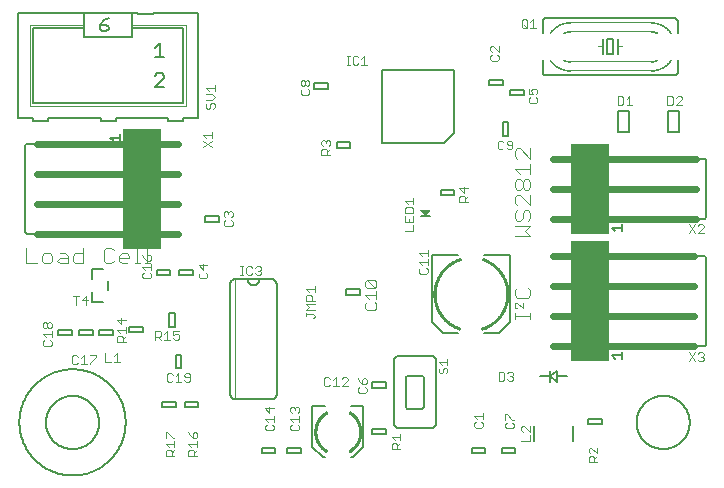
<source format=gbr>
G04 EAGLE Gerber RS-274X export*
G75*
%MOMM*%
%FSLAX34Y34*%
%LPD*%
%INSilkscreen Top*%
%IPPOS*%
%AMOC8*
5,1,8,0,0,1.08239X$1,22.5*%
G01*
%ADD10C,0.101600*%
%ADD11C,0.127000*%
%ADD12C,0.076200*%
%ADD13C,0.152400*%
%ADD14C,0.050800*%
%ADD15C,0.005078*%
%ADD16C,0.609600*%
%ADD17R,3.175000X10.160000*%
%ADD18C,0.200000*%
%ADD19R,3.175000X7.620000*%
%ADD20C,0.203200*%
%ADD21C,0.020319*%

G36*
X348475Y225117D02*
X348475Y225117D01*
X348540Y225114D01*
X348585Y225128D01*
X348632Y225133D01*
X348691Y225162D01*
X348754Y225183D01*
X348798Y225215D01*
X348834Y225233D01*
X348861Y225261D01*
X348905Y225294D01*
X352715Y229104D01*
X352766Y229177D01*
X352822Y229246D01*
X352829Y229269D01*
X352843Y229288D01*
X352865Y229374D01*
X352894Y229459D01*
X352893Y229483D01*
X352899Y229506D01*
X352890Y229594D01*
X352887Y229683D01*
X352878Y229705D01*
X352876Y229729D01*
X352836Y229809D01*
X352803Y229891D01*
X352787Y229908D01*
X352776Y229930D01*
X352711Y229991D01*
X352651Y230057D01*
X352630Y230067D01*
X352613Y230084D01*
X352531Y230118D01*
X352452Y230159D01*
X352425Y230163D01*
X352406Y230171D01*
X352356Y230173D01*
X352266Y230187D01*
X344646Y230187D01*
X344559Y230171D01*
X344470Y230162D01*
X344449Y230151D01*
X344425Y230147D01*
X344349Y230102D01*
X344269Y230062D01*
X344253Y230045D01*
X344232Y230033D01*
X344176Y229964D01*
X344115Y229899D01*
X344106Y229877D01*
X344091Y229859D01*
X344062Y229775D01*
X344028Y229692D01*
X344027Y229669D01*
X344019Y229646D01*
X344022Y229557D01*
X344018Y229468D01*
X344025Y229446D01*
X344026Y229422D01*
X344059Y229340D01*
X344086Y229255D01*
X344102Y229233D01*
X344110Y229214D01*
X344144Y229177D01*
X344198Y229104D01*
X348008Y225294D01*
X348062Y225257D01*
X348110Y225211D01*
X348153Y225193D01*
X348192Y225166D01*
X348256Y225150D01*
X348316Y225124D01*
X348364Y225122D01*
X348409Y225110D01*
X348475Y225117D01*
G37*
D10*
X10827Y197877D02*
X10827Y184658D01*
X19640Y184658D01*
X26127Y184658D02*
X30534Y184658D01*
X32737Y186861D01*
X32737Y191268D01*
X30534Y193471D01*
X26127Y193471D01*
X23924Y191268D01*
X23924Y186861D01*
X26127Y184658D01*
X39224Y193471D02*
X43631Y193471D01*
X45834Y191268D01*
X45834Y184658D01*
X39224Y184658D01*
X37021Y186861D01*
X39224Y189064D01*
X45834Y189064D01*
X58931Y184658D02*
X58931Y197877D01*
X58931Y184658D02*
X52322Y184658D01*
X50119Y186861D01*
X50119Y191268D01*
X52322Y193471D01*
X58931Y193471D01*
X82923Y197877D02*
X85126Y195674D01*
X82923Y197877D02*
X78516Y197877D01*
X76313Y195674D01*
X76313Y186861D01*
X78516Y184658D01*
X82923Y184658D01*
X85126Y186861D01*
X91613Y184658D02*
X96020Y184658D01*
X91613Y184658D02*
X89410Y186861D01*
X89410Y191268D01*
X91613Y193471D01*
X96020Y193471D01*
X98223Y191268D01*
X98223Y189064D01*
X89410Y189064D01*
X102508Y197877D02*
X104711Y197877D01*
X104711Y184658D01*
X102508Y184658D02*
X106914Y184658D01*
X111239Y197877D02*
X113442Y197877D01*
X113442Y184658D01*
X111239Y184658D02*
X115645Y184658D01*
X424423Y207677D02*
X437642Y207677D01*
X433236Y212083D01*
X437642Y216490D01*
X424423Y216490D01*
X424423Y227384D02*
X426626Y229587D01*
X424423Y227384D02*
X424423Y222977D01*
X426626Y220774D01*
X428829Y220774D01*
X431032Y222977D01*
X431032Y227384D01*
X433236Y229587D01*
X435439Y229587D01*
X437642Y227384D01*
X437642Y222977D01*
X435439Y220774D01*
X437642Y233871D02*
X437642Y242684D01*
X437642Y233871D02*
X428829Y242684D01*
X426626Y242684D01*
X424423Y240481D01*
X424423Y236074D01*
X426626Y233871D01*
X426626Y246969D02*
X424423Y249172D01*
X424423Y253578D01*
X426626Y255781D01*
X428829Y255781D01*
X431032Y253578D01*
X433236Y255781D01*
X435439Y255781D01*
X437642Y253578D01*
X437642Y249172D01*
X435439Y246969D01*
X433236Y246969D01*
X431032Y249172D01*
X428829Y246969D01*
X426626Y246969D01*
X431032Y249172D02*
X431032Y253578D01*
X428829Y260066D02*
X424423Y264472D01*
X437642Y264472D01*
X437642Y260066D02*
X437642Y268879D01*
X437642Y273163D02*
X437642Y281976D01*
X437642Y273163D02*
X428829Y281976D01*
X426626Y281976D01*
X424423Y279773D01*
X424423Y275366D01*
X426626Y273163D01*
X437642Y142233D02*
X437642Y137827D01*
X437642Y140030D02*
X424423Y140030D01*
X424423Y137827D02*
X424423Y142233D01*
X424423Y146558D02*
X426626Y146558D01*
X424423Y146558D02*
X424423Y150965D01*
X426626Y150965D01*
X431032Y146558D01*
X431032Y150965D01*
X424423Y161899D02*
X426626Y164103D01*
X424423Y161899D02*
X424423Y157493D01*
X426626Y155290D01*
X435439Y155290D01*
X437642Y157493D01*
X437642Y161899D01*
X435439Y164103D01*
D11*
X387858Y28480D02*
X387858Y23908D01*
X399542Y23908D02*
X399542Y28480D01*
X387858Y28480D01*
X387858Y23908D02*
X399542Y23908D01*
D12*
X390074Y49311D02*
X391303Y50540D01*
X390074Y49311D02*
X390074Y46853D01*
X391303Y45625D01*
X396218Y45625D01*
X397447Y46853D01*
X397447Y49311D01*
X396218Y50540D01*
X392532Y53109D02*
X390074Y55566D01*
X397447Y55566D01*
X397447Y53109D02*
X397447Y58024D01*
D11*
X121158Y174720D02*
X121158Y179292D01*
X132842Y179292D02*
X132842Y174720D01*
X132842Y179292D02*
X121158Y179292D01*
X121158Y174720D02*
X132842Y174720D01*
D12*
X110315Y176746D02*
X109087Y175517D01*
X109087Y173060D01*
X110315Y171831D01*
X115230Y171831D01*
X116459Y173060D01*
X116459Y175517D01*
X115230Y176746D01*
X111544Y179315D02*
X109087Y181773D01*
X116459Y181773D01*
X116459Y184230D02*
X116459Y179315D01*
X110315Y189257D02*
X109087Y191714D01*
X110315Y189257D02*
X112773Y186799D01*
X115230Y186799D01*
X116459Y188028D01*
X116459Y190485D01*
X115230Y191714D01*
X114002Y191714D01*
X112773Y190485D01*
X112773Y186799D01*
D11*
X66961Y128492D02*
X66961Y123920D01*
X55277Y123920D02*
X55277Y128492D01*
X55277Y123920D02*
X66961Y123920D01*
X66961Y128492D02*
X55277Y128492D01*
D12*
X53280Y106813D02*
X54508Y105585D01*
X53280Y106813D02*
X50822Y106813D01*
X49594Y105585D01*
X49594Y100670D01*
X50822Y99441D01*
X53280Y99441D01*
X54508Y100670D01*
X57078Y104356D02*
X59535Y106813D01*
X59535Y99441D01*
X57078Y99441D02*
X61993Y99441D01*
X64562Y106813D02*
X69477Y106813D01*
X69477Y105585D01*
X64562Y100670D01*
X64562Y99441D01*
D11*
X49498Y123920D02*
X49498Y128492D01*
X37814Y128492D02*
X37814Y123920D01*
X49498Y123920D01*
X49498Y128492D02*
X37814Y128492D01*
D12*
X26178Y119596D02*
X24949Y118367D01*
X24949Y115910D01*
X26178Y114681D01*
X31093Y114681D01*
X32322Y115910D01*
X32322Y118367D01*
X31093Y119596D01*
X27407Y122165D02*
X24949Y124623D01*
X32322Y124623D01*
X32322Y127080D02*
X32322Y122165D01*
X26178Y129649D02*
X24949Y130878D01*
X24949Y133335D01*
X26178Y134564D01*
X27407Y134564D01*
X28635Y133335D01*
X29864Y134564D01*
X31093Y134564D01*
X32322Y133335D01*
X32322Y130878D01*
X31093Y129649D01*
X29864Y129649D01*
X28635Y130878D01*
X27407Y129649D01*
X26178Y129649D01*
X28635Y130878D02*
X28635Y133335D01*
D11*
X137414Y95758D02*
X141986Y95758D01*
X141986Y107442D02*
X137414Y107442D01*
X137414Y95758D01*
X141986Y95758D02*
X141986Y107442D01*
D12*
X133448Y91732D02*
X134677Y90503D01*
X133448Y91732D02*
X130991Y91732D01*
X129762Y90503D01*
X129762Y85588D01*
X130991Y84360D01*
X133448Y84360D01*
X134677Y85588D01*
X137246Y89275D02*
X139704Y91732D01*
X139704Y84360D01*
X142161Y84360D02*
X137246Y84360D01*
X144731Y85588D02*
X145959Y84360D01*
X148417Y84360D01*
X149645Y85588D01*
X149645Y90503D01*
X148417Y91732D01*
X145959Y91732D01*
X144731Y90503D01*
X144731Y89275D01*
X145959Y88046D01*
X149645Y88046D01*
D11*
X402939Y335455D02*
X402939Y340027D01*
X414623Y340027D02*
X414623Y335455D01*
X414623Y340027D02*
X402939Y340027D01*
X402939Y335455D02*
X414623Y335455D01*
D12*
X403568Y360064D02*
X404797Y361293D01*
X403568Y360064D02*
X403568Y357607D01*
X404797Y356378D01*
X409712Y356378D01*
X410940Y357607D01*
X410940Y360064D01*
X409712Y361293D01*
X410940Y363862D02*
X410940Y368777D01*
X410940Y363862D02*
X406025Y368777D01*
X404797Y368777D01*
X403568Y367548D01*
X403568Y365091D01*
X404797Y363862D01*
D11*
X162433Y224536D02*
X162433Y219964D01*
X174117Y219964D02*
X174117Y224536D01*
X162433Y224536D01*
X162433Y219964D02*
X174117Y219964D01*
D12*
X178143Y219967D02*
X179372Y221196D01*
X178143Y219967D02*
X178143Y217510D01*
X179372Y216281D01*
X184287Y216281D01*
X185515Y217510D01*
X185515Y219967D01*
X184287Y221196D01*
X179372Y223765D02*
X178143Y224994D01*
X178143Y227451D01*
X179372Y228680D01*
X180600Y228680D01*
X181829Y227451D01*
X181829Y226223D01*
X181829Y227451D02*
X183058Y228680D01*
X184287Y228680D01*
X185515Y227451D01*
X185515Y224994D01*
X184287Y223765D01*
D11*
X420402Y327120D02*
X420402Y331692D01*
X432086Y331692D02*
X432086Y327120D01*
X432086Y331692D02*
X420402Y331692D01*
X420402Y327120D02*
X432086Y327120D01*
D12*
X436112Y323948D02*
X437340Y325177D01*
X436112Y323948D02*
X436112Y321491D01*
X437340Y320262D01*
X442255Y320262D01*
X443484Y321491D01*
X443484Y323948D01*
X442255Y325177D01*
X436112Y327746D02*
X436112Y332661D01*
X436112Y327746D02*
X439798Y327746D01*
X438569Y330204D01*
X438569Y331433D01*
X439798Y332661D01*
X442255Y332661D01*
X443484Y331433D01*
X443484Y328975D01*
X442255Y327746D01*
D11*
X303721Y84042D02*
X303721Y79470D01*
X315405Y79470D02*
X315405Y84042D01*
X303721Y84042D01*
X303721Y79470D02*
X315405Y79470D01*
D12*
X292878Y79908D02*
X291649Y78680D01*
X291649Y76222D01*
X292878Y74994D01*
X297793Y74994D01*
X299022Y76222D01*
X299022Y78680D01*
X297793Y79908D01*
X292878Y84935D02*
X291649Y87393D01*
X292878Y84935D02*
X295335Y82478D01*
X297793Y82478D01*
X299022Y83706D01*
X299022Y86164D01*
X297793Y87393D01*
X296564Y87393D01*
X295335Y86164D01*
X295335Y82478D01*
D11*
X413258Y28480D02*
X413258Y23908D01*
X424942Y23908D02*
X424942Y28480D01*
X413258Y28480D01*
X413258Y23908D02*
X424942Y23908D01*
D12*
X416268Y48517D02*
X417497Y49746D01*
X416268Y48517D02*
X416268Y46060D01*
X417497Y44831D01*
X422412Y44831D01*
X423640Y46060D01*
X423640Y48517D01*
X422412Y49746D01*
X416268Y52315D02*
X416268Y57230D01*
X417497Y57230D01*
X422412Y52315D01*
X423640Y52315D01*
D11*
X266192Y332677D02*
X266192Y337249D01*
X254508Y337249D02*
X254508Y332677D01*
X266192Y332677D01*
X266192Y337249D02*
X254508Y337249D01*
D12*
X244459Y332321D02*
X243230Y331092D01*
X243230Y328635D01*
X244459Y327406D01*
X249374Y327406D01*
X250603Y328635D01*
X250603Y331092D01*
X249374Y332321D01*
X244459Y334890D02*
X243230Y336119D01*
X243230Y338576D01*
X244459Y339805D01*
X245688Y339805D01*
X246917Y338576D01*
X248145Y339805D01*
X249374Y339805D01*
X250603Y338576D01*
X250603Y336119D01*
X249374Y334890D01*
X248145Y334890D01*
X246917Y336119D01*
X245688Y334890D01*
X244459Y334890D01*
X246917Y336119D02*
X246917Y338576D01*
D11*
X414433Y304292D02*
X419005Y304292D01*
X419005Y292608D02*
X414433Y292608D01*
X419005Y292608D02*
X419005Y304292D01*
X414433Y304292D02*
X414433Y292608D01*
D12*
X413642Y288582D02*
X414871Y287353D01*
X413642Y288582D02*
X411185Y288582D01*
X409956Y287353D01*
X409956Y282438D01*
X411185Y281210D01*
X413642Y281210D01*
X414871Y282438D01*
X417440Y282438D02*
X418669Y281210D01*
X421126Y281210D01*
X422355Y282438D01*
X422355Y287353D01*
X421126Y288582D01*
X418669Y288582D01*
X417440Y287353D01*
X417440Y286125D01*
X418669Y284896D01*
X422355Y284896D01*
D13*
X222758Y167640D02*
X222758Y73660D01*
X187452Y69850D02*
X187330Y69852D01*
X187208Y69858D01*
X187086Y69868D01*
X186965Y69881D01*
X186844Y69899D01*
X186724Y69920D01*
X186604Y69946D01*
X186486Y69975D01*
X186368Y70007D01*
X186251Y70044D01*
X186136Y70084D01*
X186022Y70128D01*
X185910Y70176D01*
X185799Y70227D01*
X185690Y70282D01*
X185582Y70340D01*
X185477Y70402D01*
X185374Y70467D01*
X185272Y70535D01*
X185173Y70607D01*
X185077Y70681D01*
X184982Y70759D01*
X184891Y70840D01*
X184801Y70923D01*
X184715Y71009D01*
X184632Y71099D01*
X184551Y71190D01*
X184473Y71285D01*
X184399Y71381D01*
X184327Y71480D01*
X184259Y71582D01*
X184194Y71685D01*
X184132Y71790D01*
X184074Y71898D01*
X184019Y72007D01*
X183968Y72118D01*
X183920Y72230D01*
X183876Y72344D01*
X183836Y72459D01*
X183799Y72576D01*
X183767Y72694D01*
X183738Y72812D01*
X183712Y72932D01*
X183691Y73052D01*
X183673Y73173D01*
X183660Y73294D01*
X183650Y73416D01*
X183644Y73538D01*
X183642Y73660D01*
X222758Y167640D02*
X222756Y167762D01*
X222750Y167884D01*
X222740Y168006D01*
X222727Y168127D01*
X222709Y168248D01*
X222688Y168368D01*
X222662Y168488D01*
X222633Y168606D01*
X222601Y168724D01*
X222564Y168841D01*
X222524Y168956D01*
X222480Y169070D01*
X222432Y169182D01*
X222381Y169293D01*
X222326Y169402D01*
X222268Y169510D01*
X222206Y169615D01*
X222141Y169718D01*
X222073Y169820D01*
X222001Y169919D01*
X221927Y170015D01*
X221849Y170110D01*
X221768Y170201D01*
X221685Y170291D01*
X221599Y170377D01*
X221509Y170460D01*
X221418Y170541D01*
X221323Y170619D01*
X221227Y170693D01*
X221128Y170765D01*
X221026Y170833D01*
X220923Y170898D01*
X220818Y170960D01*
X220710Y171018D01*
X220601Y171073D01*
X220490Y171124D01*
X220378Y171172D01*
X220264Y171216D01*
X220149Y171256D01*
X220032Y171293D01*
X219914Y171325D01*
X219796Y171354D01*
X219676Y171380D01*
X219556Y171401D01*
X219435Y171419D01*
X219314Y171432D01*
X219192Y171442D01*
X219070Y171448D01*
X218948Y171450D01*
X222758Y73660D02*
X222756Y73538D01*
X222750Y73416D01*
X222740Y73294D01*
X222727Y73173D01*
X222709Y73052D01*
X222688Y72932D01*
X222662Y72812D01*
X222633Y72694D01*
X222601Y72576D01*
X222564Y72459D01*
X222524Y72344D01*
X222480Y72230D01*
X222432Y72118D01*
X222381Y72007D01*
X222326Y71898D01*
X222268Y71790D01*
X222206Y71685D01*
X222141Y71582D01*
X222073Y71480D01*
X222001Y71381D01*
X221927Y71285D01*
X221849Y71190D01*
X221768Y71099D01*
X221685Y71009D01*
X221599Y70923D01*
X221509Y70840D01*
X221418Y70759D01*
X221323Y70681D01*
X221227Y70607D01*
X221128Y70535D01*
X221026Y70467D01*
X220923Y70402D01*
X220818Y70340D01*
X220710Y70282D01*
X220601Y70227D01*
X220490Y70176D01*
X220378Y70128D01*
X220264Y70084D01*
X220149Y70044D01*
X220032Y70007D01*
X219914Y69975D01*
X219796Y69946D01*
X219676Y69920D01*
X219556Y69899D01*
X219435Y69881D01*
X219314Y69868D01*
X219192Y69858D01*
X219070Y69852D01*
X218948Y69850D01*
X183642Y167640D02*
X183644Y167762D01*
X183650Y167884D01*
X183660Y168006D01*
X183673Y168127D01*
X183691Y168248D01*
X183712Y168368D01*
X183738Y168488D01*
X183767Y168606D01*
X183799Y168724D01*
X183836Y168841D01*
X183876Y168956D01*
X183920Y169070D01*
X183968Y169182D01*
X184019Y169293D01*
X184074Y169402D01*
X184132Y169510D01*
X184194Y169615D01*
X184259Y169718D01*
X184327Y169820D01*
X184399Y169919D01*
X184473Y170015D01*
X184551Y170110D01*
X184632Y170201D01*
X184715Y170291D01*
X184801Y170377D01*
X184891Y170460D01*
X184982Y170541D01*
X185077Y170619D01*
X185173Y170693D01*
X185272Y170765D01*
X185374Y170833D01*
X185477Y170898D01*
X185582Y170960D01*
X185690Y171018D01*
X185799Y171073D01*
X185910Y171124D01*
X186022Y171172D01*
X186136Y171216D01*
X186251Y171256D01*
X186368Y171293D01*
X186486Y171325D01*
X186604Y171354D01*
X186724Y171380D01*
X186844Y171401D01*
X186965Y171419D01*
X187086Y171432D01*
X187208Y171442D01*
X187330Y171448D01*
X187452Y171450D01*
X183642Y167640D02*
X183642Y73660D01*
X187452Y69850D02*
X218948Y69850D01*
X218948Y171450D02*
X187452Y171450D01*
X198120Y171450D02*
X198122Y171309D01*
X198128Y171168D01*
X198138Y171027D01*
X198151Y170886D01*
X198169Y170746D01*
X198191Y170607D01*
X198216Y170468D01*
X198245Y170329D01*
X198278Y170192D01*
X198315Y170056D01*
X198356Y169921D01*
X198400Y169786D01*
X198448Y169654D01*
X198500Y169522D01*
X198555Y169392D01*
X198614Y169264D01*
X198677Y169137D01*
X198743Y169013D01*
X198812Y168890D01*
X198885Y168769D01*
X198961Y168650D01*
X199041Y168533D01*
X199124Y168419D01*
X199209Y168306D01*
X199298Y168197D01*
X199390Y168089D01*
X199485Y167985D01*
X199583Y167883D01*
X199684Y167784D01*
X199787Y167687D01*
X199893Y167594D01*
X200001Y167504D01*
X200112Y167416D01*
X200225Y167332D01*
X200341Y167251D01*
X200459Y167173D01*
X200579Y167098D01*
X200701Y167027D01*
X200825Y166959D01*
X200951Y166895D01*
X201078Y166834D01*
X201207Y166777D01*
X201338Y166724D01*
X201470Y166674D01*
X201603Y166627D01*
X201738Y166585D01*
X201874Y166546D01*
X202011Y166511D01*
X202148Y166480D01*
X202287Y166453D01*
X202426Y166429D01*
X202566Y166410D01*
X202706Y166394D01*
X202847Y166382D01*
X202988Y166374D01*
X203129Y166370D01*
X203271Y166370D01*
X203412Y166374D01*
X203553Y166382D01*
X203694Y166394D01*
X203834Y166410D01*
X203974Y166429D01*
X204113Y166453D01*
X204252Y166480D01*
X204389Y166511D01*
X204526Y166546D01*
X204662Y166585D01*
X204797Y166627D01*
X204930Y166674D01*
X205062Y166724D01*
X205193Y166777D01*
X205322Y166834D01*
X205449Y166895D01*
X205575Y166959D01*
X205699Y167027D01*
X205821Y167098D01*
X205941Y167173D01*
X206059Y167251D01*
X206175Y167332D01*
X206288Y167416D01*
X206399Y167504D01*
X206507Y167594D01*
X206613Y167687D01*
X206716Y167784D01*
X206817Y167883D01*
X206915Y167985D01*
X207010Y168089D01*
X207102Y168197D01*
X207191Y168306D01*
X207276Y168419D01*
X207359Y168533D01*
X207439Y168650D01*
X207515Y168769D01*
X207588Y168890D01*
X207657Y169013D01*
X207723Y169137D01*
X207786Y169264D01*
X207845Y169392D01*
X207900Y169522D01*
X207952Y169654D01*
X208000Y169786D01*
X208044Y169921D01*
X208085Y170056D01*
X208122Y170192D01*
X208155Y170329D01*
X208184Y170468D01*
X208209Y170607D01*
X208231Y170746D01*
X208249Y170886D01*
X208262Y171027D01*
X208272Y171168D01*
X208278Y171309D01*
X208280Y171450D01*
D14*
X187198Y171450D02*
X187198Y69850D01*
D12*
X192151Y174847D02*
X194608Y174847D01*
X193380Y174847D02*
X193380Y182220D01*
X194608Y182220D02*
X192151Y182220D01*
X200827Y182220D02*
X202055Y180991D01*
X200827Y182220D02*
X198369Y182220D01*
X197140Y180991D01*
X197140Y176076D01*
X198369Y174847D01*
X200827Y174847D01*
X202055Y176076D01*
X204625Y180991D02*
X205853Y182220D01*
X208311Y182220D01*
X209539Y180991D01*
X209539Y179762D01*
X208311Y178533D01*
X207082Y178533D01*
X208311Y178533D02*
X209539Y177305D01*
X209539Y176076D01*
X208311Y174847D01*
X205853Y174847D01*
X204625Y176076D01*
X253805Y138017D02*
X255034Y139246D01*
X255034Y140475D01*
X253805Y141703D01*
X247662Y141703D01*
X247662Y140475D02*
X247662Y142932D01*
X247662Y145501D02*
X255034Y145501D01*
X250119Y147959D02*
X247662Y145501D01*
X250119Y147959D02*
X247662Y150416D01*
X255034Y150416D01*
X255034Y152986D02*
X247662Y152986D01*
X247662Y156672D01*
X248890Y157900D01*
X251348Y157900D01*
X252577Y156672D01*
X252577Y152986D01*
X250119Y160470D02*
X247662Y162927D01*
X255034Y162927D01*
X255034Y160470D02*
X255034Y165385D01*
D11*
X72739Y128492D02*
X72739Y123920D01*
X84423Y123920D02*
X84423Y128492D01*
X72739Y128492D01*
X72739Y123920D02*
X84423Y123920D01*
D12*
X77375Y108401D02*
X77375Y101029D01*
X82290Y101029D01*
X84859Y105943D02*
X87316Y108401D01*
X87316Y101029D01*
X84859Y101029D02*
X89774Y101029D01*
D13*
X440450Y47081D02*
X440450Y33881D01*
X473730Y33881D02*
X473730Y47081D01*
D12*
X437293Y34512D02*
X429920Y34512D01*
X437293Y34512D02*
X437293Y39427D01*
X437293Y41996D02*
X437293Y46911D01*
X437293Y41996D02*
X432378Y46911D01*
X431149Y46911D01*
X429920Y45683D01*
X429920Y43225D01*
X431149Y41996D01*
D15*
X470907Y388849D02*
X470907Y388392D01*
X470907Y388393D02*
X470419Y388386D01*
X469932Y388368D01*
X469445Y388338D01*
X468959Y388296D01*
X468475Y388242D01*
X467991Y388176D01*
X467510Y388099D01*
X467030Y388010D01*
X466553Y387910D01*
X466078Y387798D01*
X465607Y387674D01*
X465138Y387539D01*
X464673Y387393D01*
X464211Y387235D01*
X463754Y387067D01*
X463300Y386887D01*
X462852Y386696D01*
X462408Y386495D01*
X461969Y386282D01*
X461535Y386060D01*
X461107Y385826D01*
X460684Y385583D01*
X460268Y385329D01*
X459858Y385065D01*
X459454Y384791D01*
X459057Y384508D01*
X458667Y384215D01*
X458285Y383912D01*
X457909Y383601D01*
X457542Y383280D01*
X457182Y382951D01*
X456831Y382613D01*
X456488Y382266D01*
X456153Y381912D01*
X455827Y381549D01*
X455510Y381178D01*
X455202Y380800D01*
X454903Y380415D01*
X454614Y380022D01*
X454334Y379623D01*
X453957Y379879D01*
X453956Y379880D01*
X454242Y380288D01*
X454538Y380690D01*
X454844Y381084D01*
X455159Y381471D01*
X455483Y381850D01*
X455816Y382221D01*
X456159Y382584D01*
X456510Y382938D01*
X456869Y383284D01*
X457237Y383621D01*
X457613Y383949D01*
X457997Y384267D01*
X458388Y384577D01*
X458787Y384876D01*
X459193Y385166D01*
X459606Y385446D01*
X460025Y385716D01*
X460451Y385976D01*
X460883Y386225D01*
X461321Y386463D01*
X461765Y386691D01*
X462214Y386909D01*
X462668Y387115D01*
X463127Y387310D01*
X463591Y387494D01*
X464059Y387666D01*
X464531Y387827D01*
X465007Y387977D01*
X465486Y388115D01*
X465968Y388241D01*
X466454Y388356D01*
X466942Y388459D01*
X467432Y388550D01*
X467925Y388629D01*
X468419Y388696D01*
X468915Y388751D01*
X469412Y388794D01*
X469910Y388825D01*
X470408Y388843D01*
X470907Y388850D01*
X470907Y388803D01*
X470409Y388796D01*
X469912Y388778D01*
X469415Y388747D01*
X468919Y388704D01*
X468425Y388649D01*
X467932Y388582D01*
X467440Y388503D01*
X466951Y388413D01*
X466464Y388310D01*
X465980Y388196D01*
X465498Y388070D01*
X465020Y387932D01*
X464545Y387783D01*
X464074Y387622D01*
X463607Y387450D01*
X463145Y387266D01*
X462687Y387072D01*
X462234Y386866D01*
X461786Y386649D01*
X461343Y386422D01*
X460906Y386184D01*
X460475Y385935D01*
X460050Y385676D01*
X459631Y385407D01*
X459220Y385128D01*
X458815Y384838D01*
X458417Y384539D01*
X458026Y384231D01*
X457644Y383913D01*
X457269Y383586D01*
X456902Y383250D01*
X456543Y382905D01*
X456193Y382551D01*
X455851Y382189D01*
X455518Y381819D01*
X455195Y381441D01*
X454881Y381055D01*
X454576Y380662D01*
X454281Y380261D01*
X453995Y379853D01*
X454034Y379827D01*
X454319Y380234D01*
X454613Y380633D01*
X454917Y381026D01*
X455231Y381411D01*
X455554Y381788D01*
X455886Y382157D01*
X456226Y382518D01*
X456576Y382871D01*
X456934Y383215D01*
X457300Y383551D01*
X457674Y383877D01*
X458056Y384194D01*
X458446Y384502D01*
X458842Y384800D01*
X459246Y385089D01*
X459657Y385368D01*
X460075Y385636D01*
X460499Y385895D01*
X460929Y386143D01*
X461365Y386380D01*
X461807Y386607D01*
X462254Y386823D01*
X462706Y387029D01*
X463163Y387223D01*
X463624Y387406D01*
X464090Y387578D01*
X464560Y387738D01*
X465034Y387887D01*
X465511Y388024D01*
X465991Y388150D01*
X466474Y388264D01*
X466960Y388366D01*
X467448Y388457D01*
X467938Y388536D01*
X468430Y388602D01*
X468924Y388657D01*
X469419Y388700D01*
X469914Y388731D01*
X470410Y388749D01*
X470907Y388756D01*
X470907Y388709D01*
X470411Y388702D01*
X469916Y388684D01*
X469422Y388653D01*
X468929Y388610D01*
X468436Y388556D01*
X467945Y388489D01*
X467456Y388411D01*
X466969Y388320D01*
X466484Y388218D01*
X466002Y388104D01*
X465523Y387979D01*
X465047Y387842D01*
X464575Y387693D01*
X464106Y387533D01*
X463641Y387362D01*
X463181Y387179D01*
X462725Y386986D01*
X462274Y386781D01*
X461828Y386565D01*
X461387Y386339D01*
X460952Y386102D01*
X460523Y385854D01*
X460100Y385597D01*
X459683Y385329D01*
X459273Y385050D01*
X458870Y384763D01*
X458474Y384465D01*
X458086Y384158D01*
X457704Y383841D01*
X457331Y383516D01*
X456966Y383181D01*
X456609Y382838D01*
X456260Y382486D01*
X455920Y382126D01*
X455589Y381757D01*
X455267Y381381D01*
X454954Y380997D01*
X454651Y380605D01*
X454357Y380206D01*
X454073Y379801D01*
X454112Y379774D01*
X454395Y380179D01*
X454688Y380577D01*
X454991Y380968D01*
X455303Y381351D01*
X455625Y381726D01*
X455955Y382094D01*
X456294Y382453D01*
X456642Y382804D01*
X456998Y383147D01*
X457363Y383481D01*
X457735Y383806D01*
X458115Y384121D01*
X458503Y384428D01*
X458898Y384725D01*
X459300Y385012D01*
X459709Y385289D01*
X460125Y385557D01*
X460547Y385814D01*
X460975Y386061D01*
X461409Y386297D01*
X461849Y386523D01*
X462293Y386738D01*
X462743Y386943D01*
X463198Y387136D01*
X463658Y387318D01*
X464121Y387489D01*
X464589Y387649D01*
X465061Y387797D01*
X465536Y387934D01*
X466014Y388059D01*
X466495Y388172D01*
X466978Y388274D01*
X467464Y388364D01*
X467952Y388443D01*
X468442Y388509D01*
X468933Y388564D01*
X469425Y388606D01*
X469919Y388637D01*
X470413Y388655D01*
X470907Y388662D01*
X470907Y388615D01*
X470414Y388608D01*
X469921Y388590D01*
X469429Y388559D01*
X468938Y388517D01*
X468448Y388462D01*
X467959Y388396D01*
X467472Y388318D01*
X466987Y388228D01*
X466505Y388127D01*
X466025Y388013D01*
X465548Y387888D01*
X465074Y387752D01*
X464604Y387604D01*
X464137Y387445D01*
X463675Y387274D01*
X463216Y387092D01*
X462762Y386899D01*
X462313Y386696D01*
X461869Y386481D01*
X461431Y386256D01*
X460998Y386020D01*
X460571Y385774D01*
X460150Y385517D01*
X459735Y385250D01*
X459327Y384973D01*
X458926Y384687D01*
X458532Y384391D01*
X458145Y384085D01*
X457765Y383770D01*
X457394Y383446D01*
X457030Y383113D01*
X456675Y382771D01*
X456328Y382421D01*
X455989Y382062D01*
X455660Y381695D01*
X455339Y381321D01*
X455028Y380938D01*
X454726Y380549D01*
X454433Y380152D01*
X454151Y379748D01*
X454189Y379721D01*
X454472Y380124D01*
X454763Y380520D01*
X455065Y380909D01*
X455375Y381291D01*
X455695Y381664D01*
X456024Y382030D01*
X456362Y382388D01*
X456708Y382737D01*
X457062Y383078D01*
X457425Y383411D01*
X457796Y383734D01*
X458174Y384048D01*
X458560Y384353D01*
X458954Y384649D01*
X459354Y384935D01*
X459761Y385211D01*
X460175Y385477D01*
X460595Y385733D01*
X461021Y385979D01*
X461453Y386214D01*
X461890Y386439D01*
X462333Y386653D01*
X462781Y386856D01*
X463234Y387049D01*
X463691Y387230D01*
X464153Y387400D01*
X464618Y387559D01*
X465088Y387707D01*
X465560Y387843D01*
X466036Y387968D01*
X466515Y388081D01*
X466996Y388182D01*
X467480Y388272D01*
X467966Y388350D01*
X468453Y388416D01*
X468942Y388470D01*
X469432Y388512D01*
X469923Y388543D01*
X470415Y388561D01*
X470907Y388568D01*
X470907Y388521D01*
X470416Y388514D01*
X469926Y388496D01*
X469436Y388465D01*
X468947Y388423D01*
X468459Y388369D01*
X467973Y388303D01*
X467488Y388225D01*
X467006Y388136D01*
X466525Y388035D01*
X466048Y387922D01*
X465573Y387798D01*
X465101Y387662D01*
X464633Y387515D01*
X464169Y387356D01*
X463708Y387186D01*
X463252Y387005D01*
X462800Y386813D01*
X462353Y386611D01*
X461911Y386397D01*
X461475Y386173D01*
X461044Y385938D01*
X460619Y385693D01*
X460200Y385437D01*
X459787Y385172D01*
X459381Y384896D01*
X458981Y384611D01*
X458589Y384316D01*
X458204Y384012D01*
X457826Y383698D01*
X457457Y383376D01*
X457095Y383044D01*
X456741Y382704D01*
X456396Y382355D01*
X456059Y381998D01*
X455731Y381633D01*
X455412Y381260D01*
X455102Y380880D01*
X454801Y380492D01*
X454510Y380097D01*
X454228Y379695D01*
X454267Y379668D01*
X454548Y380070D01*
X454838Y380464D01*
X455138Y380851D01*
X455448Y381230D01*
X455766Y381602D01*
X456093Y381967D01*
X456429Y382323D01*
X456774Y382670D01*
X457127Y383010D01*
X457488Y383341D01*
X457857Y383662D01*
X458234Y383975D01*
X458618Y384279D01*
X459009Y384573D01*
X459408Y384858D01*
X459813Y385132D01*
X460225Y385397D01*
X460643Y385652D01*
X461067Y385897D01*
X461497Y386131D01*
X461932Y386355D01*
X462373Y386568D01*
X462819Y386770D01*
X463270Y386962D01*
X463725Y387142D01*
X464184Y387312D01*
X464648Y387470D01*
X465115Y387617D01*
X465585Y387752D01*
X466059Y387876D01*
X466535Y387989D01*
X467015Y388090D01*
X467496Y388179D01*
X467980Y388257D01*
X468465Y388322D01*
X468951Y388376D01*
X469439Y388419D01*
X469928Y388449D01*
X470417Y388467D01*
X470907Y388474D01*
X470907Y388427D01*
X470418Y388420D01*
X469930Y388402D01*
X469443Y388372D01*
X468956Y388330D01*
X468470Y388276D01*
X467986Y388210D01*
X467504Y388133D01*
X467024Y388044D01*
X466546Y387943D01*
X466070Y387831D01*
X465598Y387707D01*
X465128Y387572D01*
X464662Y387425D01*
X464200Y387267D01*
X463742Y387098D01*
X463288Y386918D01*
X462838Y386727D01*
X462393Y386525D01*
X461953Y386313D01*
X461519Y386090D01*
X461090Y385856D01*
X460667Y385612D01*
X460250Y385358D01*
X459839Y385093D01*
X459434Y384819D01*
X459037Y384535D01*
X458646Y384242D01*
X458263Y383939D01*
X457887Y383627D01*
X457519Y383306D01*
X457159Y382976D01*
X456807Y382637D01*
X456463Y382290D01*
X456128Y381935D01*
X455801Y381571D01*
X455484Y381200D01*
X455175Y380822D01*
X454876Y380435D01*
X454586Y380042D01*
X454306Y379642D01*
D13*
X448072Y379730D02*
X448072Y389890D01*
D15*
X556487Y379879D02*
X556109Y379622D01*
X556110Y379623D02*
X555830Y380022D01*
X555541Y380415D01*
X555242Y380800D01*
X554934Y381178D01*
X554617Y381549D01*
X554291Y381912D01*
X553956Y382266D01*
X553613Y382613D01*
X553261Y382951D01*
X552902Y383280D01*
X552534Y383601D01*
X552159Y383912D01*
X551776Y384214D01*
X551387Y384507D01*
X550990Y384791D01*
X550586Y385065D01*
X550176Y385328D01*
X549760Y385582D01*
X549337Y385826D01*
X548909Y386059D01*
X548475Y386282D01*
X548036Y386494D01*
X547592Y386696D01*
X547143Y386886D01*
X546690Y387066D01*
X546232Y387235D01*
X545771Y387392D01*
X545306Y387539D01*
X544837Y387674D01*
X544365Y387797D01*
X543891Y387909D01*
X543413Y388010D01*
X542934Y388098D01*
X542452Y388176D01*
X541969Y388241D01*
X541485Y388295D01*
X540999Y388337D01*
X540512Y388367D01*
X540025Y388385D01*
X539537Y388392D01*
X539537Y388848D01*
X539537Y388849D01*
X540036Y388842D01*
X540534Y388824D01*
X541032Y388793D01*
X541529Y388750D01*
X542025Y388695D01*
X542519Y388628D01*
X543011Y388549D01*
X543502Y388458D01*
X543990Y388355D01*
X544475Y388241D01*
X544958Y388114D01*
X545437Y387976D01*
X545913Y387827D01*
X546385Y387666D01*
X546853Y387493D01*
X547317Y387309D01*
X547776Y387114D01*
X548230Y386908D01*
X548679Y386691D01*
X549123Y386463D01*
X549561Y386224D01*
X549993Y385975D01*
X550419Y385716D01*
X550838Y385446D01*
X551251Y385166D01*
X551657Y384876D01*
X552056Y384576D01*
X552447Y384267D01*
X552831Y383948D01*
X553207Y383621D01*
X553574Y383284D01*
X553934Y382938D01*
X554285Y382584D01*
X554627Y382221D01*
X554961Y381850D01*
X555285Y381471D01*
X555600Y381084D01*
X555906Y380690D01*
X556201Y380288D01*
X556488Y379880D01*
X556449Y379853D01*
X556163Y380261D01*
X555868Y380662D01*
X555563Y381055D01*
X555249Y381441D01*
X554925Y381819D01*
X554593Y382189D01*
X554251Y382551D01*
X553901Y382905D01*
X553542Y383249D01*
X553175Y383586D01*
X552800Y383913D01*
X552417Y384231D01*
X552027Y384539D01*
X551629Y384838D01*
X551224Y385127D01*
X550812Y385407D01*
X550394Y385676D01*
X549969Y385935D01*
X549538Y386183D01*
X549101Y386421D01*
X548658Y386649D01*
X548210Y386865D01*
X547757Y387071D01*
X547299Y387266D01*
X546836Y387449D01*
X546369Y387621D01*
X545898Y387782D01*
X545424Y387931D01*
X544945Y388069D01*
X544464Y388195D01*
X543980Y388309D01*
X543493Y388412D01*
X543003Y388503D01*
X542512Y388581D01*
X542019Y388648D01*
X541524Y388703D01*
X541029Y388746D01*
X540532Y388777D01*
X540035Y388795D01*
X539537Y388802D01*
X539537Y388755D01*
X540033Y388748D01*
X540530Y388730D01*
X541025Y388699D01*
X541520Y388656D01*
X542013Y388601D01*
X542505Y388535D01*
X542995Y388456D01*
X543484Y388366D01*
X543970Y388263D01*
X544453Y388149D01*
X544933Y388024D01*
X545410Y387886D01*
X545884Y387737D01*
X546354Y387577D01*
X546819Y387405D01*
X547281Y387222D01*
X547738Y387028D01*
X548190Y386823D01*
X548637Y386607D01*
X549079Y386380D01*
X549515Y386142D01*
X549945Y385894D01*
X550369Y385636D01*
X550786Y385367D01*
X551197Y385089D01*
X551601Y384800D01*
X551998Y384502D01*
X552388Y384194D01*
X552770Y383877D01*
X553144Y383551D01*
X553510Y383215D01*
X553868Y382871D01*
X554217Y382518D01*
X554558Y382157D01*
X554890Y381788D01*
X555213Y381411D01*
X555526Y381026D01*
X555831Y380633D01*
X556125Y380234D01*
X556410Y379827D01*
X556371Y379801D01*
X556087Y380206D01*
X555793Y380605D01*
X555490Y380997D01*
X555177Y381381D01*
X554855Y381757D01*
X554523Y382125D01*
X554183Y382486D01*
X553835Y382838D01*
X553478Y383181D01*
X553113Y383516D01*
X552739Y383841D01*
X552358Y384158D01*
X551969Y384465D01*
X551573Y384762D01*
X551170Y385050D01*
X550760Y385328D01*
X550344Y385596D01*
X549921Y385854D01*
X549492Y386101D01*
X549057Y386338D01*
X548616Y386565D01*
X548170Y386780D01*
X547719Y386985D01*
X547263Y387179D01*
X546803Y387361D01*
X546338Y387533D01*
X545869Y387693D01*
X545397Y387841D01*
X544921Y387978D01*
X544441Y388104D01*
X543959Y388218D01*
X543475Y388320D01*
X542988Y388410D01*
X542498Y388488D01*
X542008Y388555D01*
X541515Y388609D01*
X541022Y388652D01*
X540527Y388683D01*
X540032Y388701D01*
X539537Y388708D01*
X539537Y388661D01*
X540031Y388654D01*
X540525Y388636D01*
X541018Y388605D01*
X541511Y388563D01*
X542002Y388508D01*
X542492Y388442D01*
X542980Y388364D01*
X543465Y388273D01*
X543949Y388172D01*
X544430Y388058D01*
X544908Y387933D01*
X545383Y387796D01*
X545855Y387648D01*
X546322Y387488D01*
X546786Y387317D01*
X547245Y387135D01*
X547700Y386942D01*
X548150Y386738D01*
X548595Y386523D01*
X549035Y386297D01*
X549469Y386060D01*
X549897Y385814D01*
X550319Y385556D01*
X550735Y385289D01*
X551144Y385012D01*
X551546Y384724D01*
X551941Y384427D01*
X552329Y384121D01*
X552709Y383805D01*
X553081Y383480D01*
X553446Y383147D01*
X553802Y382804D01*
X554150Y382453D01*
X554489Y382094D01*
X554819Y381726D01*
X555141Y381351D01*
X555453Y380967D01*
X555755Y380577D01*
X556049Y380179D01*
X556332Y379774D01*
X556293Y379748D01*
X556010Y380152D01*
X555718Y380549D01*
X555416Y380938D01*
X555104Y381321D01*
X554784Y381695D01*
X554454Y382062D01*
X554116Y382420D01*
X553769Y382771D01*
X553413Y383112D01*
X553050Y383445D01*
X552678Y383770D01*
X552299Y384085D01*
X551912Y384390D01*
X551518Y384686D01*
X551117Y384973D01*
X550709Y385250D01*
X550294Y385517D01*
X549873Y385773D01*
X549446Y386019D01*
X549013Y386255D01*
X548574Y386481D01*
X548130Y386695D01*
X547681Y386899D01*
X547227Y387092D01*
X546769Y387273D01*
X546307Y387444D01*
X545840Y387603D01*
X545370Y387751D01*
X544896Y387888D01*
X544419Y388012D01*
X543939Y388126D01*
X543456Y388227D01*
X542972Y388317D01*
X542485Y388395D01*
X541996Y388462D01*
X541506Y388516D01*
X541015Y388558D01*
X540523Y388589D01*
X540030Y388607D01*
X539537Y388614D01*
X539537Y388567D01*
X540029Y388560D01*
X540520Y388542D01*
X541011Y388511D01*
X541502Y388469D01*
X541990Y388415D01*
X542478Y388349D01*
X542964Y388271D01*
X543447Y388181D01*
X543929Y388080D01*
X544407Y387967D01*
X544883Y387842D01*
X545356Y387706D01*
X545825Y387559D01*
X546291Y387400D01*
X546752Y387230D01*
X547210Y387048D01*
X547662Y386856D01*
X548110Y386653D01*
X548553Y386439D01*
X548991Y386214D01*
X549423Y385978D01*
X549849Y385733D01*
X550269Y385477D01*
X550683Y385211D01*
X551090Y384934D01*
X551490Y384649D01*
X551883Y384353D01*
X552269Y384048D01*
X552648Y383734D01*
X553018Y383410D01*
X553381Y383078D01*
X553736Y382737D01*
X554082Y382388D01*
X554420Y382030D01*
X554748Y381664D01*
X555068Y381290D01*
X555379Y380909D01*
X555680Y380520D01*
X555972Y380124D01*
X556254Y379721D01*
X556215Y379695D01*
X555934Y380097D01*
X555643Y380492D01*
X555342Y380880D01*
X555032Y381260D01*
X554713Y381633D01*
X554385Y381998D01*
X554048Y382355D01*
X553703Y382704D01*
X553349Y383044D01*
X552987Y383375D01*
X552617Y383698D01*
X552240Y384012D01*
X551855Y384316D01*
X551462Y384611D01*
X551063Y384896D01*
X550657Y385171D01*
X550244Y385437D01*
X549825Y385692D01*
X549400Y385937D01*
X548969Y386172D01*
X548532Y386396D01*
X548090Y386610D01*
X547644Y386813D01*
X547192Y387005D01*
X546736Y387186D01*
X546275Y387355D01*
X545811Y387514D01*
X545342Y387661D01*
X544871Y387797D01*
X544396Y387921D01*
X543918Y388034D01*
X543438Y388135D01*
X542956Y388225D01*
X542471Y388302D01*
X541985Y388368D01*
X541497Y388422D01*
X541008Y388465D01*
X540518Y388495D01*
X540028Y388513D01*
X539537Y388520D01*
X539537Y388473D01*
X540027Y388466D01*
X540516Y388448D01*
X541005Y388418D01*
X541492Y388376D01*
X541979Y388322D01*
X542464Y388256D01*
X542948Y388178D01*
X543429Y388089D01*
X543908Y387988D01*
X544385Y387876D01*
X544858Y387752D01*
X545329Y387616D01*
X545796Y387469D01*
X546259Y387311D01*
X546719Y387142D01*
X547174Y386961D01*
X547625Y386770D01*
X548070Y386568D01*
X548511Y386354D01*
X548947Y386131D01*
X549377Y385896D01*
X549801Y385652D01*
X550219Y385397D01*
X550631Y385132D01*
X551036Y384857D01*
X551435Y384573D01*
X551826Y384279D01*
X552210Y383975D01*
X552587Y383662D01*
X552956Y383340D01*
X553317Y383010D01*
X553670Y382670D01*
X554014Y382322D01*
X554350Y381966D01*
X554678Y381602D01*
X554996Y381230D01*
X555305Y380851D01*
X555605Y380464D01*
X555896Y380069D01*
X556177Y379668D01*
X556138Y379642D01*
X555858Y380042D01*
X555568Y380435D01*
X555269Y380821D01*
X554960Y381200D01*
X554642Y381571D01*
X554316Y381935D01*
X553981Y382290D01*
X553637Y382637D01*
X553285Y382975D01*
X552924Y383305D01*
X552556Y383626D01*
X552181Y383939D01*
X551797Y384241D01*
X551407Y384535D01*
X551009Y384819D01*
X550605Y385093D01*
X550194Y385357D01*
X549777Y385611D01*
X549354Y385855D01*
X548925Y386089D01*
X548490Y386312D01*
X548051Y386525D01*
X547606Y386727D01*
X547156Y386918D01*
X546702Y387098D01*
X546244Y387267D01*
X545781Y387425D01*
X545315Y387571D01*
X544846Y387706D01*
X544373Y387830D01*
X543898Y387942D01*
X543420Y388043D01*
X542940Y388132D01*
X542457Y388209D01*
X541973Y388275D01*
X541488Y388329D01*
X541001Y388371D01*
X540514Y388401D01*
X540025Y388419D01*
X539537Y388426D01*
D13*
X562372Y389890D02*
X562372Y379730D01*
D14*
X539512Y355600D02*
X470932Y355600D01*
X470932Y347980D02*
X539512Y347980D01*
X539512Y381000D02*
X470932Y381000D01*
D13*
X450612Y344170D02*
X559832Y344170D01*
X559932Y344172D01*
X560031Y344178D01*
X560131Y344188D01*
X560229Y344201D01*
X560328Y344219D01*
X560425Y344240D01*
X560521Y344265D01*
X560617Y344294D01*
X560711Y344327D01*
X560804Y344363D01*
X560895Y344403D01*
X560985Y344447D01*
X561073Y344494D01*
X561159Y344544D01*
X561243Y344598D01*
X561325Y344655D01*
X561404Y344715D01*
X561482Y344779D01*
X561556Y344845D01*
X561628Y344914D01*
X561697Y344986D01*
X561763Y345060D01*
X561827Y345138D01*
X561887Y345217D01*
X561944Y345299D01*
X561998Y345383D01*
X562048Y345469D01*
X562095Y345557D01*
X562139Y345647D01*
X562179Y345738D01*
X562215Y345831D01*
X562248Y345925D01*
X562277Y346021D01*
X562302Y346117D01*
X562323Y346214D01*
X562341Y346313D01*
X562354Y346411D01*
X562364Y346511D01*
X562370Y346610D01*
X562372Y346710D01*
X562372Y356870D01*
D15*
X539537Y355372D02*
X539537Y355829D01*
X539537Y355828D02*
X539831Y355832D01*
X540124Y355843D01*
X540417Y355861D01*
X540709Y355886D01*
X541001Y355917D01*
X541292Y355956D01*
X541581Y356001D01*
X541870Y356053D01*
X542158Y356112D01*
X542444Y356177D01*
X542728Y356250D01*
X543010Y356329D01*
X543291Y356414D01*
X543570Y356506D01*
X543846Y356605D01*
X544120Y356710D01*
X544391Y356822D01*
X544660Y356940D01*
X544925Y357064D01*
X545124Y356653D01*
X545125Y356653D01*
X544849Y356524D01*
X544570Y356402D01*
X544289Y356286D01*
X544005Y356177D01*
X543719Y356074D01*
X543430Y355979D01*
X543139Y355890D01*
X542846Y355808D01*
X542551Y355733D01*
X542254Y355665D01*
X541956Y355604D01*
X541657Y355550D01*
X541356Y355503D01*
X541055Y355463D01*
X540752Y355431D01*
X540449Y355405D01*
X540146Y355387D01*
X539842Y355375D01*
X539537Y355371D01*
X539537Y355418D01*
X539840Y355422D01*
X540143Y355433D01*
X540446Y355452D01*
X540748Y355477D01*
X541049Y355510D01*
X541350Y355550D01*
X541649Y355597D01*
X541948Y355650D01*
X542244Y355711D01*
X542540Y355779D01*
X542834Y355854D01*
X543126Y355935D01*
X543416Y356024D01*
X543703Y356119D01*
X543989Y356221D01*
X544272Y356330D01*
X544552Y356445D01*
X544830Y356567D01*
X545104Y356695D01*
X545084Y356737D01*
X544810Y356610D01*
X544534Y356488D01*
X544254Y356373D01*
X543972Y356265D01*
X543688Y356163D01*
X543401Y356068D01*
X543112Y355980D01*
X542822Y355899D01*
X542529Y355825D01*
X542235Y355757D01*
X541939Y355696D01*
X541641Y355643D01*
X541343Y355596D01*
X541044Y355557D01*
X540743Y355524D01*
X540443Y355499D01*
X540141Y355480D01*
X539839Y355469D01*
X539537Y355465D01*
X539537Y355512D01*
X539838Y355516D01*
X540139Y355527D01*
X540439Y355546D01*
X540739Y355571D01*
X541038Y355603D01*
X541336Y355643D01*
X541634Y355689D01*
X541930Y355743D01*
X542225Y355803D01*
X542518Y355870D01*
X542809Y355944D01*
X543099Y356025D01*
X543387Y356113D01*
X543673Y356208D01*
X543956Y356309D01*
X544237Y356417D01*
X544515Y356531D01*
X544791Y356652D01*
X545063Y356780D01*
X545043Y356822D01*
X544771Y356695D01*
X544497Y356575D01*
X544219Y356461D01*
X543940Y356353D01*
X543657Y356252D01*
X543373Y356158D01*
X543086Y356071D01*
X542797Y355990D01*
X542507Y355916D01*
X542215Y355849D01*
X541921Y355789D01*
X541626Y355736D01*
X541330Y355689D01*
X541033Y355650D01*
X540735Y355618D01*
X540436Y355593D01*
X540137Y355574D01*
X539837Y355563D01*
X539537Y355559D01*
X539537Y355606D01*
X539836Y355610D01*
X540134Y355621D01*
X540432Y355639D01*
X540730Y355665D01*
X541027Y355697D01*
X541323Y355736D01*
X541618Y355782D01*
X541912Y355835D01*
X542205Y355895D01*
X542496Y355962D01*
X542785Y356035D01*
X543073Y356116D01*
X543358Y356203D01*
X543642Y356297D01*
X543923Y356397D01*
X544202Y356504D01*
X544478Y356618D01*
X544752Y356738D01*
X545022Y356864D01*
X545002Y356907D01*
X544732Y356781D01*
X544460Y356661D01*
X544185Y356548D01*
X543907Y356441D01*
X543627Y356341D01*
X543344Y356248D01*
X543060Y356161D01*
X542773Y356081D01*
X542485Y356007D01*
X542195Y355941D01*
X541903Y355881D01*
X541610Y355828D01*
X541316Y355782D01*
X541021Y355743D01*
X540726Y355711D01*
X540429Y355686D01*
X540132Y355668D01*
X539835Y355657D01*
X539537Y355653D01*
X539537Y355700D01*
X539834Y355704D01*
X540130Y355715D01*
X540426Y355733D01*
X540721Y355758D01*
X541016Y355790D01*
X541310Y355829D01*
X541603Y355875D01*
X541894Y355927D01*
X542185Y355987D01*
X542474Y356053D01*
X542761Y356126D01*
X543046Y356206D01*
X543330Y356292D01*
X543611Y356385D01*
X543890Y356485D01*
X544167Y356591D01*
X544441Y356704D01*
X544713Y356823D01*
X544981Y356949D01*
X544961Y356991D01*
X544693Y356866D01*
X544423Y356747D01*
X544150Y356635D01*
X543874Y356529D01*
X543596Y356430D01*
X543316Y356337D01*
X543033Y356251D01*
X542749Y356171D01*
X542463Y356099D01*
X542175Y356033D01*
X541885Y355973D01*
X541595Y355921D01*
X541303Y355875D01*
X541010Y355837D01*
X540717Y355805D01*
X540422Y355780D01*
X540128Y355762D01*
X539833Y355751D01*
X539537Y355747D01*
X539537Y355794D01*
X539831Y355798D01*
X540125Y355809D01*
X540419Y355827D01*
X540712Y355852D01*
X541005Y355883D01*
X541296Y355922D01*
X541587Y355967D01*
X541877Y356020D01*
X542165Y356079D01*
X542452Y356144D01*
X542737Y356217D01*
X543020Y356296D01*
X543301Y356382D01*
X543581Y356474D01*
X543858Y356573D01*
X544132Y356679D01*
X544404Y356791D01*
X544674Y356909D01*
X544940Y357034D01*
X545124Y379947D02*
X544925Y379535D01*
X544925Y379536D02*
X544660Y379660D01*
X544391Y379778D01*
X544120Y379890D01*
X543846Y379995D01*
X543570Y380094D01*
X543291Y380186D01*
X543010Y380271D01*
X542728Y380350D01*
X542444Y380423D01*
X542158Y380488D01*
X541870Y380547D01*
X541581Y380599D01*
X541292Y380644D01*
X541001Y380683D01*
X540709Y380714D01*
X540417Y380739D01*
X540124Y380757D01*
X539831Y380768D01*
X539537Y380772D01*
X539537Y381228D01*
X539537Y381229D01*
X539842Y381225D01*
X540146Y381213D01*
X540449Y381195D01*
X540752Y381169D01*
X541055Y381137D01*
X541356Y381097D01*
X541657Y381050D01*
X541956Y380996D01*
X542254Y380935D01*
X542551Y380867D01*
X542846Y380792D01*
X543139Y380710D01*
X543430Y380621D01*
X543719Y380526D01*
X544005Y380423D01*
X544289Y380314D01*
X544570Y380198D01*
X544849Y380076D01*
X545125Y379947D01*
X545104Y379905D01*
X544830Y380033D01*
X544552Y380155D01*
X544272Y380270D01*
X543989Y380379D01*
X543703Y380481D01*
X543416Y380576D01*
X543126Y380665D01*
X542834Y380746D01*
X542540Y380821D01*
X542244Y380889D01*
X541948Y380950D01*
X541649Y381003D01*
X541350Y381050D01*
X541049Y381090D01*
X540748Y381123D01*
X540446Y381148D01*
X540143Y381167D01*
X539840Y381178D01*
X539537Y381182D01*
X539537Y381135D01*
X539839Y381131D01*
X540141Y381120D01*
X540443Y381101D01*
X540743Y381076D01*
X541044Y381043D01*
X541343Y381004D01*
X541641Y380957D01*
X541939Y380904D01*
X542235Y380843D01*
X542529Y380775D01*
X542822Y380701D01*
X543112Y380620D01*
X543401Y380532D01*
X543688Y380437D01*
X543972Y380335D01*
X544254Y380227D01*
X544534Y380112D01*
X544810Y379990D01*
X545084Y379863D01*
X545063Y379820D01*
X544791Y379948D01*
X544515Y380069D01*
X544237Y380183D01*
X543956Y380291D01*
X543673Y380392D01*
X543387Y380487D01*
X543099Y380575D01*
X542809Y380656D01*
X542518Y380730D01*
X542225Y380797D01*
X541930Y380857D01*
X541634Y380911D01*
X541336Y380957D01*
X541038Y380997D01*
X540739Y381029D01*
X540439Y381054D01*
X540139Y381073D01*
X539838Y381084D01*
X539537Y381088D01*
X539537Y381041D01*
X539837Y381037D01*
X540137Y381026D01*
X540436Y381007D01*
X540735Y380982D01*
X541033Y380950D01*
X541330Y380911D01*
X541626Y380864D01*
X541921Y380811D01*
X542215Y380751D01*
X542507Y380684D01*
X542797Y380610D01*
X543086Y380529D01*
X543373Y380442D01*
X543657Y380348D01*
X543940Y380247D01*
X544219Y380139D01*
X544497Y380025D01*
X544771Y379905D01*
X545043Y379778D01*
X545022Y379736D01*
X544752Y379862D01*
X544478Y379982D01*
X544202Y380096D01*
X543923Y380203D01*
X543642Y380303D01*
X543358Y380397D01*
X543073Y380484D01*
X542785Y380565D01*
X542496Y380638D01*
X542205Y380705D01*
X541912Y380765D01*
X541618Y380818D01*
X541323Y380864D01*
X541027Y380903D01*
X540730Y380935D01*
X540432Y380961D01*
X540134Y380979D01*
X539836Y380990D01*
X539537Y380994D01*
X539537Y380947D01*
X539835Y380943D01*
X540132Y380932D01*
X540429Y380914D01*
X540726Y380889D01*
X541021Y380857D01*
X541316Y380818D01*
X541610Y380772D01*
X541903Y380719D01*
X542195Y380659D01*
X542485Y380593D01*
X542773Y380519D01*
X543060Y380439D01*
X543344Y380352D01*
X543627Y380259D01*
X543907Y380159D01*
X544185Y380052D01*
X544460Y379939D01*
X544732Y379819D01*
X545002Y379693D01*
X544981Y379651D01*
X544713Y379777D01*
X544441Y379896D01*
X544167Y380009D01*
X543890Y380115D01*
X543611Y380215D01*
X543330Y380308D01*
X543046Y380394D01*
X542761Y380474D01*
X542474Y380547D01*
X542185Y380613D01*
X541894Y380673D01*
X541603Y380725D01*
X541310Y380771D01*
X541016Y380810D01*
X540721Y380842D01*
X540426Y380867D01*
X540130Y380885D01*
X539834Y380896D01*
X539537Y380900D01*
X539537Y380853D01*
X539833Y380849D01*
X540128Y380838D01*
X540422Y380820D01*
X540717Y380795D01*
X541010Y380763D01*
X541303Y380725D01*
X541595Y380679D01*
X541885Y380627D01*
X542175Y380567D01*
X542463Y380501D01*
X542749Y380429D01*
X543033Y380349D01*
X543316Y380263D01*
X543596Y380170D01*
X543874Y380071D01*
X544150Y379965D01*
X544423Y379853D01*
X544693Y379734D01*
X544961Y379609D01*
X544940Y379566D01*
X544674Y379691D01*
X544404Y379809D01*
X544132Y379921D01*
X543858Y380027D01*
X543581Y380126D01*
X543301Y380218D01*
X543020Y380304D01*
X542737Y380383D01*
X542452Y380456D01*
X542165Y380521D01*
X541877Y380580D01*
X541587Y380633D01*
X541296Y380678D01*
X541005Y380717D01*
X540712Y380748D01*
X540419Y380773D01*
X540125Y380791D01*
X539831Y380802D01*
X539537Y380806D01*
X539537Y347752D02*
X539537Y348209D01*
X539538Y348208D02*
X540025Y348215D01*
X540513Y348233D01*
X540999Y348263D01*
X541485Y348305D01*
X541970Y348359D01*
X542453Y348425D01*
X542935Y348502D01*
X543414Y348591D01*
X543891Y348691D01*
X544366Y348803D01*
X544837Y348927D01*
X545306Y349062D01*
X545771Y349208D01*
X546233Y349366D01*
X546690Y349534D01*
X547144Y349714D01*
X547592Y349905D01*
X548036Y350106D01*
X548475Y350319D01*
X548909Y350542D01*
X549337Y350775D01*
X549760Y351019D01*
X550176Y351272D01*
X550586Y351536D01*
X550990Y351810D01*
X551387Y352093D01*
X551777Y352386D01*
X552159Y352689D01*
X552534Y353000D01*
X552902Y353321D01*
X553261Y353650D01*
X553613Y353988D01*
X553956Y354335D01*
X554291Y354689D01*
X554617Y355052D01*
X554934Y355423D01*
X555242Y355801D01*
X555540Y356186D01*
X555830Y356579D01*
X556109Y356978D01*
X556487Y356722D01*
X556487Y356721D01*
X556201Y356313D01*
X555905Y355911D01*
X555600Y355517D01*
X555285Y355130D01*
X554961Y354751D01*
X554627Y354380D01*
X554285Y354017D01*
X553934Y353663D01*
X553574Y353317D01*
X553207Y352980D01*
X552831Y352652D01*
X552447Y352334D01*
X552056Y352025D01*
X551657Y351725D01*
X551251Y351435D01*
X550838Y351155D01*
X550419Y350885D01*
X549993Y350625D01*
X549561Y350376D01*
X549123Y350138D01*
X548679Y349910D01*
X548230Y349693D01*
X547776Y349486D01*
X547317Y349291D01*
X546853Y349108D01*
X546385Y348935D01*
X545913Y348774D01*
X545438Y348624D01*
X544958Y348486D01*
X544476Y348360D01*
X543990Y348245D01*
X543502Y348142D01*
X543012Y348051D01*
X542520Y347972D01*
X542025Y347905D01*
X541530Y347850D01*
X541033Y347807D01*
X540535Y347777D01*
X540036Y347758D01*
X539538Y347751D01*
X539538Y347798D01*
X540035Y347805D01*
X540533Y347823D01*
X541029Y347854D01*
X541525Y347897D01*
X542020Y347952D01*
X542513Y348019D01*
X543004Y348098D01*
X543493Y348188D01*
X543980Y348291D01*
X544465Y348405D01*
X544946Y348532D01*
X545424Y348669D01*
X545899Y348819D01*
X546370Y348979D01*
X546837Y349151D01*
X547299Y349335D01*
X547757Y349530D01*
X548210Y349735D01*
X548658Y349952D01*
X549101Y350179D01*
X549538Y350417D01*
X549969Y350666D01*
X550394Y350925D01*
X550812Y351194D01*
X551224Y351473D01*
X551629Y351763D01*
X552027Y352062D01*
X552417Y352370D01*
X552800Y352688D01*
X553175Y353015D01*
X553542Y353351D01*
X553901Y353696D01*
X554251Y354050D01*
X554593Y354412D01*
X554925Y354782D01*
X555249Y355160D01*
X555563Y355546D01*
X555868Y355939D01*
X556163Y356340D01*
X556448Y356748D01*
X556409Y356774D01*
X556125Y356367D01*
X555830Y355968D01*
X555526Y355575D01*
X555213Y355190D01*
X554890Y354813D01*
X554558Y354444D01*
X554217Y354083D01*
X553868Y353730D01*
X553510Y353386D01*
X553144Y353050D01*
X552770Y352724D01*
X552388Y352407D01*
X551998Y352099D01*
X551601Y351801D01*
X551197Y351512D01*
X550787Y351233D01*
X550369Y350965D01*
X549945Y350706D01*
X549515Y350458D01*
X549079Y350221D01*
X548637Y349994D01*
X548190Y349778D01*
X547738Y349573D01*
X547281Y349378D01*
X546820Y349195D01*
X546354Y349024D01*
X545884Y348863D01*
X545411Y348714D01*
X544934Y348577D01*
X544453Y348451D01*
X543970Y348337D01*
X543484Y348235D01*
X542996Y348144D01*
X542506Y348065D01*
X542014Y347999D01*
X541520Y347944D01*
X541026Y347901D01*
X540530Y347870D01*
X540034Y347852D01*
X539538Y347845D01*
X539538Y347892D01*
X540033Y347899D01*
X540528Y347917D01*
X541022Y347948D01*
X541516Y347991D01*
X542008Y348045D01*
X542499Y348112D01*
X542988Y348190D01*
X543475Y348281D01*
X543960Y348383D01*
X544442Y348497D01*
X544921Y348622D01*
X545397Y348759D01*
X545870Y348908D01*
X546338Y349068D01*
X546803Y349239D01*
X547264Y349422D01*
X547719Y349616D01*
X548171Y349820D01*
X548616Y350036D01*
X549057Y350262D01*
X549492Y350499D01*
X549921Y350747D01*
X550344Y351005D01*
X550761Y351273D01*
X551171Y351551D01*
X551574Y351839D01*
X551970Y352136D01*
X552358Y352443D01*
X552739Y352760D01*
X553113Y353085D01*
X553478Y353420D01*
X553835Y353763D01*
X554183Y354115D01*
X554523Y354476D01*
X554854Y354844D01*
X555176Y355220D01*
X555489Y355604D01*
X555793Y355996D01*
X556087Y356395D01*
X556371Y356800D01*
X556332Y356827D01*
X556048Y356422D01*
X555755Y356024D01*
X555452Y355634D01*
X555140Y355250D01*
X554819Y354875D01*
X554489Y354507D01*
X554150Y354148D01*
X553802Y353797D01*
X553446Y353454D01*
X553081Y353120D01*
X552709Y352796D01*
X552329Y352480D01*
X551941Y352173D01*
X551546Y351876D01*
X551144Y351589D01*
X550735Y351312D01*
X550319Y351044D01*
X549897Y350787D01*
X549469Y350540D01*
X549035Y350304D01*
X548595Y350078D01*
X548151Y349863D01*
X547701Y349659D01*
X547246Y349465D01*
X546786Y349283D01*
X546323Y349112D01*
X545855Y348953D01*
X545384Y348804D01*
X544909Y348667D01*
X544431Y348542D01*
X543950Y348429D01*
X543466Y348327D01*
X542980Y348237D01*
X542492Y348158D01*
X542002Y348092D01*
X541511Y348037D01*
X541019Y347995D01*
X540526Y347964D01*
X540032Y347946D01*
X539538Y347939D01*
X539538Y347986D01*
X540031Y347993D01*
X540523Y348011D01*
X541016Y348042D01*
X541507Y348084D01*
X541997Y348139D01*
X542485Y348205D01*
X542972Y348283D01*
X543457Y348373D01*
X543939Y348475D01*
X544419Y348588D01*
X544896Y348713D01*
X545370Y348849D01*
X545840Y348997D01*
X546307Y349156D01*
X546770Y349327D01*
X547228Y349509D01*
X547682Y349702D01*
X548131Y349905D01*
X548575Y350120D01*
X549013Y350345D01*
X549446Y350581D01*
X549873Y350828D01*
X550294Y351084D01*
X550709Y351351D01*
X551117Y351628D01*
X551518Y351914D01*
X551912Y352211D01*
X552299Y352516D01*
X552678Y352831D01*
X553050Y353155D01*
X553413Y353488D01*
X553769Y353830D01*
X554116Y354181D01*
X554454Y354539D01*
X554784Y354906D01*
X555104Y355280D01*
X555416Y355663D01*
X555718Y356052D01*
X556010Y356449D01*
X556293Y356853D01*
X556254Y356880D01*
X555972Y356477D01*
X555680Y356081D01*
X555379Y355692D01*
X555068Y355311D01*
X554748Y354937D01*
X554420Y354571D01*
X554082Y354213D01*
X553736Y353864D01*
X553381Y353523D01*
X553018Y353190D01*
X552648Y352867D01*
X552269Y352553D01*
X551883Y352248D01*
X551490Y351952D01*
X551090Y351666D01*
X550683Y351390D01*
X550269Y351124D01*
X549849Y350868D01*
X549423Y350622D01*
X548991Y350387D01*
X548554Y350162D01*
X548111Y349948D01*
X547663Y349745D01*
X547210Y349552D01*
X546753Y349371D01*
X546291Y349201D01*
X545826Y349042D01*
X545356Y348894D01*
X544884Y348758D01*
X544408Y348633D01*
X543929Y348520D01*
X543448Y348419D01*
X542964Y348329D01*
X542478Y348251D01*
X541991Y348185D01*
X541502Y348131D01*
X541012Y348089D01*
X540521Y348058D01*
X540030Y348040D01*
X539538Y348033D01*
X539538Y348080D01*
X540028Y348087D01*
X540519Y348105D01*
X541009Y348136D01*
X541498Y348178D01*
X541985Y348232D01*
X542472Y348298D01*
X542956Y348376D01*
X543439Y348465D01*
X543919Y348566D01*
X544397Y348679D01*
X544871Y348803D01*
X545343Y348939D01*
X545811Y349087D01*
X546276Y349245D01*
X546736Y349415D01*
X547192Y349596D01*
X547644Y349788D01*
X548091Y349991D01*
X548533Y350204D01*
X548969Y350428D01*
X549400Y350663D01*
X549825Y350908D01*
X550244Y351164D01*
X550657Y351429D01*
X551063Y351705D01*
X551462Y351990D01*
X551855Y352285D01*
X552240Y352589D01*
X552617Y352903D01*
X552987Y353225D01*
X553349Y353557D01*
X553703Y353897D01*
X554048Y354246D01*
X554385Y354603D01*
X554713Y354968D01*
X555032Y355341D01*
X555342Y355721D01*
X555643Y356109D01*
X555934Y356504D01*
X556215Y356906D01*
X556176Y356933D01*
X555896Y356532D01*
X555605Y356137D01*
X555305Y355750D01*
X554996Y355371D01*
X554678Y354999D01*
X554350Y354635D01*
X554014Y354278D01*
X553670Y353931D01*
X553317Y353591D01*
X552956Y353260D01*
X552587Y352939D01*
X552210Y352626D01*
X551826Y352322D01*
X551435Y352028D01*
X551036Y351743D01*
X550631Y351469D01*
X550219Y351204D01*
X549801Y350949D01*
X549377Y350704D01*
X548947Y350470D01*
X548512Y350246D01*
X548071Y350033D01*
X547625Y349831D01*
X547174Y349639D01*
X546719Y349459D01*
X546260Y349289D01*
X545796Y349131D01*
X545329Y348984D01*
X544859Y348849D01*
X544385Y348725D01*
X543909Y348612D01*
X543430Y348511D01*
X542948Y348422D01*
X542465Y348344D01*
X541980Y348279D01*
X541493Y348225D01*
X541005Y348182D01*
X540517Y348152D01*
X540027Y348134D01*
X539538Y348127D01*
X539538Y348174D01*
X540026Y348181D01*
X540514Y348199D01*
X541002Y348229D01*
X541488Y348271D01*
X541974Y348325D01*
X542458Y348391D01*
X542940Y348468D01*
X543421Y348557D01*
X543899Y348658D01*
X544374Y348770D01*
X544846Y348894D01*
X545316Y349029D01*
X545782Y349176D01*
X546244Y349334D01*
X546702Y349503D01*
X547157Y349683D01*
X547606Y349874D01*
X548051Y350076D01*
X548491Y350288D01*
X548925Y350512D01*
X549354Y350745D01*
X549777Y350989D01*
X550194Y351244D01*
X550605Y351508D01*
X551009Y351782D01*
X551407Y352066D01*
X551797Y352359D01*
X552181Y352662D01*
X552556Y352974D01*
X552924Y353295D01*
X553285Y353625D01*
X553637Y353964D01*
X553980Y354311D01*
X554316Y354666D01*
X554642Y355030D01*
X554960Y355401D01*
X555268Y355780D01*
X555568Y356166D01*
X555857Y356559D01*
X556137Y356959D01*
X453956Y356721D02*
X454334Y356978D01*
X454333Y356977D02*
X454613Y356578D01*
X454902Y356185D01*
X455201Y355800D01*
X455509Y355422D01*
X455826Y355051D01*
X456152Y354688D01*
X456487Y354334D01*
X456830Y353987D01*
X457182Y353649D01*
X457541Y353320D01*
X457909Y352999D01*
X458284Y352688D01*
X458667Y352386D01*
X459056Y352093D01*
X459453Y351809D01*
X459857Y351535D01*
X460267Y351272D01*
X460683Y351018D01*
X461106Y350774D01*
X461534Y350541D01*
X461968Y350318D01*
X462407Y350106D01*
X462851Y349904D01*
X463300Y349714D01*
X463753Y349534D01*
X464211Y349365D01*
X464672Y349208D01*
X465137Y349061D01*
X465606Y348926D01*
X466078Y348803D01*
X466552Y348691D01*
X467030Y348590D01*
X467509Y348502D01*
X467991Y348424D01*
X468474Y348359D01*
X468958Y348305D01*
X469444Y348263D01*
X469931Y348233D01*
X470418Y348215D01*
X470906Y348208D01*
X470906Y347752D01*
X470906Y347751D01*
X470407Y347758D01*
X469909Y347776D01*
X469411Y347807D01*
X468914Y347850D01*
X468418Y347905D01*
X467924Y347972D01*
X467432Y348051D01*
X466941Y348142D01*
X466453Y348245D01*
X465968Y348359D01*
X465485Y348486D01*
X465006Y348624D01*
X464530Y348773D01*
X464058Y348934D01*
X463590Y349107D01*
X463126Y349291D01*
X462667Y349486D01*
X462213Y349692D01*
X461764Y349909D01*
X461320Y350137D01*
X460882Y350376D01*
X460450Y350625D01*
X460024Y350884D01*
X459605Y351154D01*
X459192Y351434D01*
X458786Y351724D01*
X458387Y352024D01*
X457996Y352333D01*
X457612Y352652D01*
X457236Y352979D01*
X456869Y353316D01*
X456509Y353662D01*
X456158Y354016D01*
X455816Y354379D01*
X455482Y354750D01*
X455158Y355129D01*
X454843Y355516D01*
X454537Y355910D01*
X454242Y356312D01*
X453955Y356720D01*
X453994Y356747D01*
X454280Y356339D01*
X454575Y355938D01*
X454880Y355545D01*
X455194Y355159D01*
X455518Y354781D01*
X455850Y354411D01*
X456192Y354049D01*
X456542Y353695D01*
X456901Y353351D01*
X457268Y353014D01*
X457643Y352687D01*
X458026Y352369D01*
X458416Y352061D01*
X458814Y351762D01*
X459219Y351473D01*
X459631Y351193D01*
X460049Y350924D01*
X460474Y350665D01*
X460905Y350417D01*
X461342Y350179D01*
X461785Y349951D01*
X462233Y349735D01*
X462686Y349529D01*
X463144Y349334D01*
X463607Y349151D01*
X464074Y348979D01*
X464545Y348818D01*
X465019Y348669D01*
X465498Y348531D01*
X465979Y348405D01*
X466463Y348291D01*
X466950Y348188D01*
X467440Y348097D01*
X467931Y348019D01*
X468424Y347952D01*
X468919Y347897D01*
X469414Y347854D01*
X469911Y347823D01*
X470408Y347805D01*
X470906Y347798D01*
X470906Y347845D01*
X470410Y347852D01*
X469913Y347870D01*
X469418Y347901D01*
X468923Y347944D01*
X468430Y347999D01*
X467938Y348065D01*
X467448Y348144D01*
X466959Y348234D01*
X466473Y348337D01*
X465990Y348451D01*
X465510Y348576D01*
X465033Y348714D01*
X464559Y348863D01*
X464089Y349023D01*
X463624Y349195D01*
X463162Y349378D01*
X462705Y349572D01*
X462253Y349777D01*
X461806Y349993D01*
X461364Y350220D01*
X460928Y350458D01*
X460498Y350706D01*
X460074Y350964D01*
X459657Y351233D01*
X459246Y351511D01*
X458842Y351800D01*
X458445Y352098D01*
X458055Y352406D01*
X457673Y352723D01*
X457299Y353049D01*
X456933Y353385D01*
X456575Y353729D01*
X456226Y354082D01*
X455885Y354443D01*
X455553Y354812D01*
X455230Y355189D01*
X454917Y355574D01*
X454612Y355967D01*
X454318Y356366D01*
X454033Y356773D01*
X454072Y356799D01*
X454356Y356394D01*
X454650Y355995D01*
X454953Y355603D01*
X455266Y355219D01*
X455588Y354843D01*
X455920Y354475D01*
X456260Y354114D01*
X456608Y353762D01*
X456965Y353419D01*
X457330Y353084D01*
X457704Y352759D01*
X458085Y352442D01*
X458474Y352135D01*
X458870Y351838D01*
X459273Y351550D01*
X459683Y351272D01*
X460099Y351004D01*
X460522Y350746D01*
X460951Y350499D01*
X461386Y350262D01*
X461827Y350035D01*
X462273Y349820D01*
X462724Y349615D01*
X463180Y349421D01*
X463640Y349239D01*
X464105Y349067D01*
X464574Y348907D01*
X465046Y348759D01*
X465522Y348622D01*
X466002Y348496D01*
X466484Y348382D01*
X466968Y348280D01*
X467455Y348190D01*
X467945Y348112D01*
X468435Y348045D01*
X468928Y347991D01*
X469421Y347948D01*
X469916Y347917D01*
X470411Y347899D01*
X470906Y347892D01*
X470906Y347939D01*
X470412Y347946D01*
X469918Y347964D01*
X469425Y347995D01*
X468932Y348037D01*
X468441Y348092D01*
X467951Y348158D01*
X467463Y348236D01*
X466978Y348327D01*
X466494Y348428D01*
X466013Y348542D01*
X465535Y348667D01*
X465060Y348804D01*
X464588Y348952D01*
X464121Y349112D01*
X463657Y349283D01*
X463198Y349465D01*
X462743Y349658D01*
X462293Y349862D01*
X461848Y350077D01*
X461408Y350303D01*
X460974Y350540D01*
X460546Y350786D01*
X460124Y351044D01*
X459708Y351311D01*
X459299Y351588D01*
X458897Y351876D01*
X458502Y352173D01*
X458114Y352479D01*
X457734Y352795D01*
X457362Y353120D01*
X456997Y353453D01*
X456641Y353796D01*
X456293Y354147D01*
X455954Y354506D01*
X455624Y354874D01*
X455302Y355249D01*
X454990Y355633D01*
X454688Y356023D01*
X454394Y356421D01*
X454111Y356826D01*
X454150Y356852D01*
X454433Y356448D01*
X454725Y356051D01*
X455027Y355662D01*
X455339Y355279D01*
X455659Y354905D01*
X455989Y354538D01*
X456327Y354180D01*
X456674Y353829D01*
X457030Y353488D01*
X457393Y353155D01*
X457765Y352830D01*
X458144Y352515D01*
X458531Y352210D01*
X458925Y351914D01*
X459326Y351627D01*
X459734Y351350D01*
X460149Y351083D01*
X460570Y350827D01*
X460997Y350581D01*
X461430Y350345D01*
X461869Y350119D01*
X462313Y349905D01*
X462762Y349701D01*
X463216Y349508D01*
X463674Y349327D01*
X464136Y349156D01*
X464603Y348997D01*
X465073Y348849D01*
X465547Y348712D01*
X466024Y348588D01*
X466504Y348474D01*
X466987Y348373D01*
X467471Y348283D01*
X467958Y348205D01*
X468447Y348138D01*
X468937Y348084D01*
X469428Y348042D01*
X469920Y348011D01*
X470413Y347993D01*
X470906Y347986D01*
X470906Y348033D01*
X470414Y348040D01*
X469923Y348058D01*
X469432Y348089D01*
X468941Y348131D01*
X468453Y348185D01*
X467965Y348251D01*
X467479Y348329D01*
X466996Y348419D01*
X466514Y348520D01*
X466036Y348633D01*
X465560Y348758D01*
X465087Y348894D01*
X464618Y349041D01*
X464152Y349200D01*
X463691Y349370D01*
X463233Y349552D01*
X462781Y349744D01*
X462333Y349947D01*
X461890Y350161D01*
X461452Y350386D01*
X461020Y350622D01*
X460594Y350867D01*
X460174Y351123D01*
X459760Y351389D01*
X459353Y351666D01*
X458953Y351951D01*
X458560Y352247D01*
X458174Y352552D01*
X457795Y352866D01*
X457425Y353190D01*
X457062Y353522D01*
X456707Y353863D01*
X456361Y354212D01*
X456023Y354570D01*
X455695Y354936D01*
X455375Y355310D01*
X455064Y355691D01*
X454763Y356080D01*
X454471Y356476D01*
X454189Y356879D01*
X454228Y356905D01*
X454509Y356503D01*
X454800Y356108D01*
X455101Y355720D01*
X455411Y355340D01*
X455730Y354967D01*
X456058Y354602D01*
X456395Y354245D01*
X456740Y353896D01*
X457094Y353556D01*
X457456Y353225D01*
X457826Y352902D01*
X458203Y352588D01*
X458588Y352284D01*
X458981Y351989D01*
X459380Y351704D01*
X459786Y351429D01*
X460199Y351163D01*
X460618Y350908D01*
X461043Y350663D01*
X461474Y350428D01*
X461911Y350204D01*
X462353Y349990D01*
X462799Y349787D01*
X463251Y349595D01*
X463707Y349414D01*
X464168Y349245D01*
X464632Y349086D01*
X465101Y348939D01*
X465572Y348803D01*
X466047Y348679D01*
X466525Y348566D01*
X467005Y348465D01*
X467487Y348375D01*
X467972Y348298D01*
X468458Y348232D01*
X468946Y348178D01*
X469435Y348135D01*
X469925Y348105D01*
X470415Y348087D01*
X470906Y348080D01*
X470906Y348127D01*
X470416Y348134D01*
X469927Y348152D01*
X469438Y348182D01*
X468951Y348224D01*
X468464Y348278D01*
X467979Y348344D01*
X467495Y348422D01*
X467014Y348511D01*
X466535Y348612D01*
X466058Y348724D01*
X465585Y348848D01*
X465114Y348984D01*
X464647Y349131D01*
X464184Y349289D01*
X463724Y349458D01*
X463269Y349639D01*
X462818Y349830D01*
X462373Y350032D01*
X461932Y350246D01*
X461496Y350469D01*
X461066Y350704D01*
X460642Y350948D01*
X460224Y351203D01*
X459812Y351468D01*
X459407Y351743D01*
X459008Y352027D01*
X458617Y352321D01*
X458233Y352625D01*
X457856Y352938D01*
X457487Y353260D01*
X457126Y353590D01*
X456773Y353930D01*
X456429Y354278D01*
X456093Y354634D01*
X455765Y354998D01*
X455447Y355370D01*
X455138Y355749D01*
X454838Y356136D01*
X454547Y356531D01*
X454266Y356932D01*
X454305Y356958D01*
X454585Y356558D01*
X454875Y356165D01*
X455174Y355779D01*
X455483Y355400D01*
X455801Y355029D01*
X456127Y354665D01*
X456462Y354310D01*
X456806Y353963D01*
X457158Y353625D01*
X457519Y353295D01*
X457887Y352974D01*
X458262Y352661D01*
X458646Y352359D01*
X459036Y352065D01*
X459434Y351781D01*
X459838Y351507D01*
X460249Y351243D01*
X460666Y350989D01*
X461089Y350745D01*
X461518Y350511D01*
X461953Y350288D01*
X462392Y350075D01*
X462837Y349873D01*
X463287Y349682D01*
X463741Y349502D01*
X464199Y349333D01*
X464662Y349175D01*
X465128Y349029D01*
X465597Y348894D01*
X466070Y348770D01*
X466545Y348658D01*
X467023Y348557D01*
X467503Y348468D01*
X467986Y348391D01*
X468470Y348325D01*
X468955Y348271D01*
X469442Y348229D01*
X469929Y348199D01*
X470418Y348181D01*
X470906Y348174D01*
X465320Y356653D02*
X465519Y357065D01*
X465519Y357064D02*
X465784Y356940D01*
X466053Y356822D01*
X466324Y356710D01*
X466598Y356605D01*
X466874Y356506D01*
X467153Y356414D01*
X467434Y356329D01*
X467716Y356250D01*
X468000Y356177D01*
X468286Y356112D01*
X468574Y356053D01*
X468863Y356001D01*
X469152Y355956D01*
X469443Y355917D01*
X469735Y355886D01*
X470027Y355861D01*
X470320Y355843D01*
X470613Y355832D01*
X470907Y355828D01*
X470907Y355372D01*
X470907Y355371D01*
X470602Y355375D01*
X470298Y355387D01*
X469995Y355405D01*
X469692Y355431D01*
X469389Y355463D01*
X469088Y355503D01*
X468787Y355550D01*
X468488Y355604D01*
X468190Y355665D01*
X467893Y355733D01*
X467598Y355808D01*
X467305Y355890D01*
X467014Y355979D01*
X466725Y356074D01*
X466439Y356177D01*
X466155Y356286D01*
X465874Y356402D01*
X465595Y356524D01*
X465319Y356653D01*
X465340Y356695D01*
X465614Y356567D01*
X465892Y356445D01*
X466172Y356330D01*
X466455Y356221D01*
X466741Y356119D01*
X467028Y356024D01*
X467318Y355935D01*
X467610Y355854D01*
X467904Y355779D01*
X468200Y355711D01*
X468496Y355650D01*
X468795Y355597D01*
X469094Y355550D01*
X469395Y355510D01*
X469696Y355477D01*
X469998Y355452D01*
X470301Y355433D01*
X470604Y355422D01*
X470907Y355418D01*
X470907Y355465D01*
X470605Y355469D01*
X470303Y355480D01*
X470001Y355499D01*
X469701Y355524D01*
X469400Y355557D01*
X469101Y355596D01*
X468803Y355643D01*
X468505Y355696D01*
X468209Y355757D01*
X467915Y355825D01*
X467622Y355899D01*
X467332Y355980D01*
X467043Y356068D01*
X466756Y356163D01*
X466472Y356265D01*
X466190Y356373D01*
X465910Y356488D01*
X465634Y356610D01*
X465360Y356737D01*
X465381Y356780D01*
X465653Y356652D01*
X465929Y356531D01*
X466207Y356417D01*
X466488Y356309D01*
X466771Y356208D01*
X467057Y356113D01*
X467345Y356025D01*
X467635Y355944D01*
X467926Y355870D01*
X468219Y355803D01*
X468514Y355743D01*
X468810Y355689D01*
X469108Y355643D01*
X469406Y355603D01*
X469705Y355571D01*
X470005Y355546D01*
X470305Y355527D01*
X470606Y355516D01*
X470907Y355512D01*
X470907Y355559D01*
X470607Y355563D01*
X470307Y355574D01*
X470008Y355593D01*
X469709Y355618D01*
X469411Y355650D01*
X469114Y355689D01*
X468818Y355736D01*
X468523Y355789D01*
X468229Y355849D01*
X467937Y355916D01*
X467647Y355990D01*
X467358Y356071D01*
X467071Y356158D01*
X466787Y356252D01*
X466504Y356353D01*
X466225Y356461D01*
X465947Y356575D01*
X465673Y356695D01*
X465401Y356822D01*
X465422Y356864D01*
X465692Y356738D01*
X465966Y356618D01*
X466242Y356504D01*
X466521Y356397D01*
X466802Y356297D01*
X467086Y356203D01*
X467371Y356116D01*
X467659Y356035D01*
X467948Y355962D01*
X468239Y355895D01*
X468532Y355835D01*
X468826Y355782D01*
X469121Y355736D01*
X469417Y355697D01*
X469714Y355665D01*
X470012Y355639D01*
X470310Y355621D01*
X470608Y355610D01*
X470907Y355606D01*
X470907Y355653D01*
X470609Y355657D01*
X470312Y355668D01*
X470015Y355686D01*
X469718Y355711D01*
X469423Y355743D01*
X469128Y355782D01*
X468834Y355828D01*
X468541Y355881D01*
X468249Y355941D01*
X467959Y356007D01*
X467671Y356081D01*
X467384Y356161D01*
X467100Y356248D01*
X466817Y356341D01*
X466537Y356441D01*
X466259Y356548D01*
X465984Y356661D01*
X465712Y356781D01*
X465442Y356907D01*
X465463Y356949D01*
X465731Y356823D01*
X466003Y356704D01*
X466277Y356591D01*
X466554Y356485D01*
X466833Y356385D01*
X467114Y356292D01*
X467398Y356206D01*
X467683Y356126D01*
X467970Y356053D01*
X468259Y355987D01*
X468550Y355927D01*
X468841Y355875D01*
X469134Y355829D01*
X469428Y355790D01*
X469723Y355758D01*
X470018Y355733D01*
X470314Y355715D01*
X470610Y355704D01*
X470907Y355700D01*
X470907Y355747D01*
X470611Y355751D01*
X470316Y355762D01*
X470022Y355780D01*
X469727Y355805D01*
X469434Y355837D01*
X469141Y355875D01*
X468849Y355921D01*
X468559Y355973D01*
X468269Y356033D01*
X467981Y356099D01*
X467695Y356171D01*
X467411Y356251D01*
X467128Y356337D01*
X466848Y356430D01*
X466570Y356529D01*
X466294Y356635D01*
X466021Y356747D01*
X465751Y356866D01*
X465483Y356991D01*
X465504Y357034D01*
X465770Y356909D01*
X466040Y356791D01*
X466312Y356679D01*
X466586Y356573D01*
X466863Y356474D01*
X467143Y356382D01*
X467424Y356296D01*
X467707Y356217D01*
X467992Y356144D01*
X468279Y356079D01*
X468567Y356020D01*
X468857Y355967D01*
X469148Y355922D01*
X469439Y355883D01*
X469732Y355852D01*
X470025Y355827D01*
X470319Y355809D01*
X470613Y355798D01*
X470907Y355794D01*
X470907Y381228D02*
X470907Y380771D01*
X470907Y380772D02*
X470613Y380768D01*
X470320Y380757D01*
X470027Y380739D01*
X469735Y380714D01*
X469443Y380683D01*
X469152Y380644D01*
X468863Y380599D01*
X468574Y380547D01*
X468286Y380488D01*
X468000Y380423D01*
X467716Y380350D01*
X467434Y380271D01*
X467153Y380186D01*
X466874Y380094D01*
X466598Y379995D01*
X466324Y379890D01*
X466053Y379778D01*
X465784Y379660D01*
X465519Y379536D01*
X465320Y379947D01*
X465319Y379947D01*
X465595Y380076D01*
X465874Y380198D01*
X466155Y380314D01*
X466439Y380423D01*
X466725Y380526D01*
X467014Y380621D01*
X467305Y380710D01*
X467598Y380792D01*
X467893Y380867D01*
X468190Y380935D01*
X468488Y380996D01*
X468787Y381050D01*
X469088Y381097D01*
X469389Y381137D01*
X469692Y381169D01*
X469995Y381195D01*
X470298Y381213D01*
X470602Y381225D01*
X470907Y381229D01*
X470907Y381182D01*
X470604Y381178D01*
X470301Y381167D01*
X469998Y381148D01*
X469696Y381123D01*
X469395Y381090D01*
X469094Y381050D01*
X468795Y381003D01*
X468496Y380950D01*
X468200Y380889D01*
X467904Y380821D01*
X467610Y380746D01*
X467318Y380665D01*
X467028Y380576D01*
X466741Y380481D01*
X466455Y380379D01*
X466172Y380270D01*
X465892Y380155D01*
X465614Y380033D01*
X465340Y379905D01*
X465360Y379863D01*
X465634Y379990D01*
X465910Y380112D01*
X466190Y380227D01*
X466472Y380335D01*
X466756Y380437D01*
X467043Y380532D01*
X467332Y380620D01*
X467622Y380701D01*
X467915Y380775D01*
X468209Y380843D01*
X468505Y380904D01*
X468803Y380957D01*
X469101Y381004D01*
X469400Y381043D01*
X469701Y381076D01*
X470001Y381101D01*
X470303Y381120D01*
X470605Y381131D01*
X470907Y381135D01*
X470907Y381088D01*
X470606Y381084D01*
X470305Y381073D01*
X470005Y381054D01*
X469705Y381029D01*
X469406Y380997D01*
X469108Y380957D01*
X468810Y380911D01*
X468514Y380857D01*
X468219Y380797D01*
X467926Y380730D01*
X467635Y380656D01*
X467345Y380575D01*
X467057Y380487D01*
X466771Y380392D01*
X466488Y380291D01*
X466207Y380183D01*
X465929Y380069D01*
X465653Y379948D01*
X465381Y379820D01*
X465401Y379778D01*
X465673Y379905D01*
X465947Y380025D01*
X466225Y380139D01*
X466504Y380247D01*
X466787Y380348D01*
X467071Y380442D01*
X467358Y380529D01*
X467647Y380610D01*
X467937Y380684D01*
X468229Y380751D01*
X468523Y380811D01*
X468818Y380864D01*
X469114Y380911D01*
X469411Y380950D01*
X469709Y380982D01*
X470008Y381007D01*
X470307Y381026D01*
X470607Y381037D01*
X470907Y381041D01*
X470907Y380994D01*
X470608Y380990D01*
X470310Y380979D01*
X470012Y380961D01*
X469714Y380935D01*
X469417Y380903D01*
X469121Y380864D01*
X468826Y380818D01*
X468532Y380765D01*
X468239Y380705D01*
X467948Y380638D01*
X467659Y380565D01*
X467371Y380484D01*
X467086Y380397D01*
X466802Y380303D01*
X466521Y380203D01*
X466242Y380096D01*
X465966Y379982D01*
X465692Y379862D01*
X465422Y379736D01*
X465442Y379693D01*
X465712Y379819D01*
X465984Y379939D01*
X466259Y380052D01*
X466537Y380159D01*
X466817Y380259D01*
X467100Y380352D01*
X467384Y380439D01*
X467671Y380519D01*
X467959Y380593D01*
X468249Y380659D01*
X468541Y380719D01*
X468834Y380772D01*
X469128Y380818D01*
X469423Y380857D01*
X469718Y380889D01*
X470015Y380914D01*
X470312Y380932D01*
X470609Y380943D01*
X470907Y380947D01*
X470907Y380900D01*
X470610Y380896D01*
X470314Y380885D01*
X470018Y380867D01*
X469723Y380842D01*
X469428Y380810D01*
X469134Y380771D01*
X468841Y380725D01*
X468550Y380673D01*
X468259Y380613D01*
X467970Y380547D01*
X467683Y380474D01*
X467398Y380394D01*
X467114Y380308D01*
X466833Y380215D01*
X466554Y380115D01*
X466277Y380009D01*
X466003Y379896D01*
X465731Y379777D01*
X465463Y379651D01*
X465483Y379609D01*
X465751Y379734D01*
X466021Y379853D01*
X466294Y379965D01*
X466570Y380071D01*
X466848Y380170D01*
X467128Y380263D01*
X467411Y380349D01*
X467695Y380429D01*
X467981Y380501D01*
X468269Y380567D01*
X468559Y380627D01*
X468849Y380679D01*
X469141Y380725D01*
X469434Y380763D01*
X469727Y380795D01*
X470022Y380820D01*
X470316Y380838D01*
X470611Y380849D01*
X470907Y380853D01*
X470907Y380806D01*
X470613Y380802D01*
X470319Y380791D01*
X470025Y380773D01*
X469732Y380748D01*
X469439Y380717D01*
X469148Y380678D01*
X468857Y380633D01*
X468567Y380580D01*
X468279Y380521D01*
X467992Y380456D01*
X467707Y380383D01*
X467424Y380304D01*
X467143Y380218D01*
X466863Y380126D01*
X466586Y380027D01*
X466312Y379921D01*
X466040Y379809D01*
X465770Y379691D01*
X465504Y379566D01*
D13*
X448072Y356870D02*
X448072Y346710D01*
X448074Y346610D01*
X448080Y346511D01*
X448090Y346411D01*
X448103Y346313D01*
X448121Y346214D01*
X448142Y346117D01*
X448167Y346021D01*
X448196Y345925D01*
X448229Y345831D01*
X448265Y345738D01*
X448305Y345647D01*
X448349Y345557D01*
X448396Y345469D01*
X448446Y345383D01*
X448500Y345299D01*
X448557Y345217D01*
X448617Y345138D01*
X448681Y345060D01*
X448747Y344986D01*
X448816Y344914D01*
X448888Y344845D01*
X448962Y344779D01*
X449040Y344715D01*
X449119Y344655D01*
X449201Y344598D01*
X449285Y344544D01*
X449371Y344494D01*
X449459Y344447D01*
X449549Y344403D01*
X449640Y344363D01*
X449733Y344327D01*
X449827Y344294D01*
X449923Y344265D01*
X450019Y344240D01*
X450116Y344219D01*
X450215Y344201D01*
X450313Y344188D01*
X450413Y344178D01*
X450512Y344172D01*
X450612Y344170D01*
D14*
X470932Y388620D02*
X539512Y388620D01*
D13*
X559832Y392430D02*
X450612Y392430D01*
X559832Y392430D02*
X559932Y392428D01*
X560031Y392422D01*
X560131Y392412D01*
X560229Y392399D01*
X560328Y392381D01*
X560425Y392360D01*
X560521Y392335D01*
X560617Y392306D01*
X560711Y392273D01*
X560804Y392237D01*
X560895Y392197D01*
X560985Y392153D01*
X561073Y392106D01*
X561159Y392056D01*
X561243Y392002D01*
X561325Y391945D01*
X561404Y391885D01*
X561482Y391821D01*
X561556Y391755D01*
X561628Y391686D01*
X561697Y391614D01*
X561763Y391540D01*
X561827Y391462D01*
X561887Y391383D01*
X561944Y391301D01*
X561998Y391217D01*
X562048Y391131D01*
X562095Y391043D01*
X562139Y390953D01*
X562179Y390862D01*
X562215Y390769D01*
X562248Y390675D01*
X562277Y390579D01*
X562302Y390483D01*
X562323Y390386D01*
X562341Y390287D01*
X562354Y390189D01*
X562364Y390089D01*
X562370Y389990D01*
X562372Y389890D01*
X450612Y392430D02*
X450512Y392428D01*
X450413Y392422D01*
X450313Y392412D01*
X450215Y392399D01*
X450116Y392381D01*
X450019Y392360D01*
X449923Y392335D01*
X449827Y392306D01*
X449733Y392273D01*
X449640Y392237D01*
X449549Y392197D01*
X449459Y392153D01*
X449371Y392106D01*
X449285Y392056D01*
X449201Y392002D01*
X449119Y391945D01*
X449040Y391885D01*
X448962Y391821D01*
X448888Y391755D01*
X448816Y391686D01*
X448747Y391614D01*
X448681Y391540D01*
X448617Y391462D01*
X448557Y391383D01*
X448500Y391301D01*
X448446Y391217D01*
X448396Y391131D01*
X448349Y391043D01*
X448305Y390953D01*
X448265Y390862D01*
X448229Y390769D01*
X448196Y390675D01*
X448167Y390579D01*
X448142Y390483D01*
X448121Y390386D01*
X448103Y390287D01*
X448090Y390189D01*
X448080Y390089D01*
X448074Y389990D01*
X448072Y389890D01*
X502682Y374650D02*
X502682Y361950D01*
X507762Y361950D01*
X507762Y374650D01*
X502682Y374650D01*
X498872Y374650D02*
X498872Y368300D01*
X498872Y361950D01*
D14*
X498872Y368300D02*
X495062Y368300D01*
D13*
X511572Y368300D02*
X511572Y374650D01*
X511572Y368300D02*
X511572Y361950D01*
D14*
X511572Y368300D02*
X515382Y368300D01*
D12*
X430197Y385150D02*
X430197Y390065D01*
X431425Y391293D01*
X433883Y391293D01*
X435111Y390065D01*
X435111Y385150D01*
X433883Y383921D01*
X431425Y383921D01*
X430197Y385150D01*
X432654Y386378D02*
X435111Y383921D01*
X437681Y388836D02*
X440138Y391293D01*
X440138Y383921D01*
X437681Y383921D02*
X442596Y383921D01*
D11*
X303721Y44355D02*
X303721Y39783D01*
X315405Y39783D02*
X315405Y44355D01*
X303721Y44355D01*
X303721Y39783D02*
X315405Y39783D01*
D12*
X320224Y27369D02*
X327597Y27369D01*
X320224Y27369D02*
X320224Y31055D01*
X321453Y32283D01*
X323910Y32283D01*
X325139Y31055D01*
X325139Y27369D01*
X325139Y29826D02*
X327597Y32283D01*
X322682Y34853D02*
X320224Y37310D01*
X327597Y37310D01*
X327597Y34853D02*
X327597Y39768D01*
D11*
X109823Y126302D02*
X109823Y130874D01*
X98139Y130874D02*
X98139Y126302D01*
X109823Y126302D01*
X109823Y130874D02*
X98139Y130874D01*
D12*
X94901Y118422D02*
X87528Y118422D01*
X87528Y122108D01*
X88757Y123337D01*
X91215Y123337D01*
X92443Y122108D01*
X92443Y118422D01*
X92443Y120880D02*
X94901Y123337D01*
X89986Y125906D02*
X87528Y128364D01*
X94901Y128364D01*
X94901Y130821D02*
X94901Y125906D01*
X94901Y137077D02*
X87528Y137077D01*
X91215Y133391D01*
X91215Y138305D01*
D11*
X131858Y142367D02*
X136430Y142367D01*
X136430Y130683D02*
X131858Y130683D01*
X136430Y130683D02*
X136430Y142367D01*
X131858Y142367D02*
X131858Y130683D01*
D12*
X120237Y127451D02*
X120237Y120079D01*
X120237Y127451D02*
X123923Y127451D01*
X125152Y126222D01*
X125152Y123765D01*
X123923Y122536D01*
X120237Y122536D01*
X122695Y122536D02*
X125152Y120079D01*
X127721Y124993D02*
X130179Y127451D01*
X130179Y120079D01*
X132636Y120079D02*
X127721Y120079D01*
X135206Y127451D02*
X140120Y127451D01*
X135206Y127451D02*
X135206Y123765D01*
X137663Y124993D01*
X138892Y124993D01*
X140120Y123765D01*
X140120Y121307D01*
X138892Y120079D01*
X136434Y120079D01*
X135206Y121307D01*
D11*
X156655Y67374D02*
X156655Y62802D01*
X144971Y62802D02*
X144971Y67374D01*
X144971Y62802D02*
X156655Y62802D01*
X156655Y67374D02*
X144971Y67374D01*
D12*
X147980Y21812D02*
X155353Y21812D01*
X147980Y21812D02*
X147980Y25498D01*
X149209Y26727D01*
X151667Y26727D01*
X152895Y25498D01*
X152895Y21812D01*
X152895Y24270D02*
X155353Y26727D01*
X150438Y29296D02*
X147980Y31754D01*
X155353Y31754D01*
X155353Y34211D02*
X155353Y29296D01*
X149209Y39238D02*
X147980Y41695D01*
X149209Y39238D02*
X151667Y36781D01*
X154124Y36781D01*
X155353Y38009D01*
X155353Y40467D01*
X154124Y41695D01*
X152895Y41695D01*
X151667Y40467D01*
X151667Y36781D01*
D11*
X137605Y62802D02*
X137605Y67374D01*
X125921Y67374D02*
X125921Y62802D01*
X137605Y62802D01*
X137605Y67374D02*
X125921Y67374D01*
D12*
X128930Y21812D02*
X136303Y21812D01*
X128930Y21812D02*
X128930Y25498D01*
X130159Y26727D01*
X132617Y26727D01*
X133845Y25498D01*
X133845Y21812D01*
X133845Y24270D02*
X136303Y26727D01*
X131388Y29296D02*
X128930Y31754D01*
X136303Y31754D01*
X136303Y34211D02*
X136303Y29296D01*
X128930Y36781D02*
X128930Y41695D01*
X130159Y41695D01*
X135074Y36781D01*
X136303Y36781D01*
D13*
X321945Y47466D02*
X321945Y103346D01*
X357505Y103346D02*
X357505Y47466D01*
X354965Y44926D02*
X324485Y44926D01*
X324485Y105886D02*
X354965Y105886D01*
X321945Y47466D02*
X324485Y44926D01*
X321945Y103346D02*
X324485Y105886D01*
X354965Y105886D02*
X357505Y103346D01*
X357505Y47466D02*
X354965Y44926D01*
X346075Y61436D02*
X333375Y61436D01*
X333375Y89376D02*
X346075Y89376D01*
X332105Y88106D02*
X332105Y62706D01*
X347345Y62706D02*
X347345Y88106D01*
X332105Y62706D02*
X333375Y61436D01*
X332105Y88106D02*
X333375Y89376D01*
X346075Y89376D02*
X347345Y88106D01*
X347345Y62706D02*
X346075Y61436D01*
D12*
X360070Y95190D02*
X361299Y96418D01*
X360070Y95190D02*
X360070Y92732D01*
X361299Y91504D01*
X362528Y91504D01*
X363757Y92732D01*
X363757Y95190D01*
X364985Y96418D01*
X366214Y96418D01*
X367443Y95190D01*
X367443Y92732D01*
X366214Y91504D01*
X362528Y98988D02*
X360070Y101445D01*
X367443Y101445D01*
X367443Y98988D02*
X367443Y103903D01*
D11*
X66421Y151670D02*
X66421Y160052D01*
X66421Y151670D02*
X76073Y151670D01*
X66421Y171736D02*
X66421Y180118D01*
X76073Y180118D01*
X79629Y169704D02*
X79629Y162084D01*
D12*
X52845Y156978D02*
X52845Y149606D01*
X50387Y156978D02*
X55302Y156978D01*
X61558Y156978D02*
X61558Y149606D01*
X57871Y153292D02*
X61558Y156978D01*
X62786Y153292D02*
X57871Y153292D01*
D13*
X10160Y210820D02*
X10160Y284480D01*
X11430Y285750D01*
X20320Y285750D01*
X92710Y285750D01*
X11430Y209550D02*
X10160Y210820D01*
X11430Y209550D02*
X20320Y209550D01*
X92710Y209550D01*
D16*
X139700Y234950D02*
X20320Y234950D01*
X20320Y209550D02*
X139700Y209550D01*
X139700Y260350D02*
X20320Y260350D01*
X20320Y285750D02*
X139700Y285750D01*
D11*
X84789Y288186D02*
X81908Y291067D01*
X90551Y291067D01*
X90551Y288186D02*
X90551Y293948D01*
D17*
X108585Y247650D03*
D12*
X160331Y283069D02*
X167704Y287984D01*
X167704Y283069D02*
X160331Y287984D01*
X162789Y290553D02*
X160331Y293011D01*
X167704Y293011D01*
X167704Y295468D02*
X167704Y290553D01*
D13*
X586740Y189230D02*
X586740Y115570D01*
X585470Y114300D01*
X576580Y114300D01*
X504190Y114300D01*
X585470Y190500D02*
X586740Y189230D01*
X585470Y190500D02*
X576580Y190500D01*
X504190Y190500D01*
D16*
X457200Y165100D02*
X576580Y165100D01*
X576580Y190500D02*
X457200Y190500D01*
X457200Y139700D02*
X576580Y139700D01*
X576580Y114300D02*
X457200Y114300D01*
D11*
X506342Y106894D02*
X509223Y104013D01*
X506342Y106894D02*
X514985Y106894D01*
X514985Y104013D02*
X514985Y109775D01*
D17*
X488315Y152400D03*
D12*
X571881Y109353D02*
X576796Y101981D01*
X571881Y101981D02*
X576796Y109353D01*
X579365Y108125D02*
X580594Y109353D01*
X583051Y109353D01*
X584280Y108125D01*
X584280Y106896D01*
X583051Y105667D01*
X581823Y105667D01*
X583051Y105667D02*
X584280Y104438D01*
X584280Y103210D01*
X583051Y101981D01*
X580594Y101981D01*
X579365Y103210D01*
D18*
X364490Y286385D02*
X311785Y286385D01*
X312420Y347980D01*
X373380Y347980D01*
X373380Y295275D01*
X364490Y286385D01*
D12*
X284620Y352806D02*
X282162Y352806D01*
X283391Y352806D02*
X283391Y360178D01*
X282162Y360178D02*
X284620Y360178D01*
X290838Y360178D02*
X292067Y358950D01*
X290838Y360178D02*
X288380Y360178D01*
X287152Y358950D01*
X287152Y354035D01*
X288380Y352806D01*
X290838Y352806D01*
X292067Y354035D01*
X294636Y357721D02*
X297093Y360178D01*
X297093Y352806D01*
X294636Y352806D02*
X299551Y352806D01*
D13*
X527500Y50000D02*
X527507Y50552D01*
X527527Y51104D01*
X527561Y51655D01*
X527608Y52205D01*
X527669Y52754D01*
X527744Y53301D01*
X527831Y53847D01*
X527932Y54390D01*
X528047Y54930D01*
X528174Y55467D01*
X528315Y56001D01*
X528469Y56531D01*
X528636Y57058D01*
X528815Y57580D01*
X529008Y58098D01*
X529213Y58610D01*
X529430Y59118D01*
X529660Y59620D01*
X529902Y60116D01*
X530157Y60606D01*
X530423Y61090D01*
X530701Y61567D01*
X530991Y62037D01*
X531292Y62500D01*
X531604Y62956D01*
X531928Y63403D01*
X532262Y63843D01*
X532607Y64274D01*
X532963Y64696D01*
X533329Y65110D01*
X533704Y65515D01*
X534090Y65910D01*
X534485Y66296D01*
X534890Y66671D01*
X535304Y67037D01*
X535726Y67393D01*
X536157Y67738D01*
X536597Y68072D01*
X537044Y68396D01*
X537500Y68708D01*
X537963Y69009D01*
X538433Y69299D01*
X538910Y69577D01*
X539394Y69843D01*
X539884Y70098D01*
X540380Y70340D01*
X540882Y70570D01*
X541390Y70787D01*
X541902Y70992D01*
X542420Y71185D01*
X542942Y71364D01*
X543469Y71531D01*
X543999Y71685D01*
X544533Y71826D01*
X545070Y71953D01*
X545610Y72068D01*
X546153Y72169D01*
X546699Y72256D01*
X547246Y72331D01*
X547795Y72392D01*
X548345Y72439D01*
X548896Y72473D01*
X549448Y72493D01*
X550000Y72500D01*
X550552Y72493D01*
X551104Y72473D01*
X551655Y72439D01*
X552205Y72392D01*
X552754Y72331D01*
X553301Y72256D01*
X553847Y72169D01*
X554390Y72068D01*
X554930Y71953D01*
X555467Y71826D01*
X556001Y71685D01*
X556531Y71531D01*
X557058Y71364D01*
X557580Y71185D01*
X558098Y70992D01*
X558610Y70787D01*
X559118Y70570D01*
X559620Y70340D01*
X560116Y70098D01*
X560606Y69843D01*
X561090Y69577D01*
X561567Y69299D01*
X562037Y69009D01*
X562500Y68708D01*
X562956Y68396D01*
X563403Y68072D01*
X563843Y67738D01*
X564274Y67393D01*
X564696Y67037D01*
X565110Y66671D01*
X565515Y66296D01*
X565910Y65910D01*
X566296Y65515D01*
X566671Y65110D01*
X567037Y64696D01*
X567393Y64274D01*
X567738Y63843D01*
X568072Y63403D01*
X568396Y62956D01*
X568708Y62500D01*
X569009Y62037D01*
X569299Y61567D01*
X569577Y61090D01*
X569843Y60606D01*
X570098Y60116D01*
X570340Y59620D01*
X570570Y59118D01*
X570787Y58610D01*
X570992Y58098D01*
X571185Y57580D01*
X571364Y57058D01*
X571531Y56531D01*
X571685Y56001D01*
X571826Y55467D01*
X571953Y54930D01*
X572068Y54390D01*
X572169Y53847D01*
X572256Y53301D01*
X572331Y52754D01*
X572392Y52205D01*
X572439Y51655D01*
X572473Y51104D01*
X572493Y50552D01*
X572500Y50000D01*
X572493Y49448D01*
X572473Y48896D01*
X572439Y48345D01*
X572392Y47795D01*
X572331Y47246D01*
X572256Y46699D01*
X572169Y46153D01*
X572068Y45610D01*
X571953Y45070D01*
X571826Y44533D01*
X571685Y43999D01*
X571531Y43469D01*
X571364Y42942D01*
X571185Y42420D01*
X570992Y41902D01*
X570787Y41390D01*
X570570Y40882D01*
X570340Y40380D01*
X570098Y39884D01*
X569843Y39394D01*
X569577Y38910D01*
X569299Y38433D01*
X569009Y37963D01*
X568708Y37500D01*
X568396Y37044D01*
X568072Y36597D01*
X567738Y36157D01*
X567393Y35726D01*
X567037Y35304D01*
X566671Y34890D01*
X566296Y34485D01*
X565910Y34090D01*
X565515Y33704D01*
X565110Y33329D01*
X564696Y32963D01*
X564274Y32607D01*
X563843Y32262D01*
X563403Y31928D01*
X562956Y31604D01*
X562500Y31292D01*
X562037Y30991D01*
X561567Y30701D01*
X561090Y30423D01*
X560606Y30157D01*
X560116Y29902D01*
X559620Y29660D01*
X559118Y29430D01*
X558610Y29213D01*
X558098Y29008D01*
X557580Y28815D01*
X557058Y28636D01*
X556531Y28469D01*
X556001Y28315D01*
X555467Y28174D01*
X554930Y28047D01*
X554390Y27932D01*
X553847Y27831D01*
X553301Y27744D01*
X552754Y27669D01*
X552205Y27608D01*
X551655Y27561D01*
X551104Y27527D01*
X550552Y27507D01*
X550000Y27500D01*
X549448Y27507D01*
X548896Y27527D01*
X548345Y27561D01*
X547795Y27608D01*
X547246Y27669D01*
X546699Y27744D01*
X546153Y27831D01*
X545610Y27932D01*
X545070Y28047D01*
X544533Y28174D01*
X543999Y28315D01*
X543469Y28469D01*
X542942Y28636D01*
X542420Y28815D01*
X541902Y29008D01*
X541390Y29213D01*
X540882Y29430D01*
X540380Y29660D01*
X539884Y29902D01*
X539394Y30157D01*
X538910Y30423D01*
X538433Y30701D01*
X537963Y30991D01*
X537500Y31292D01*
X537044Y31604D01*
X536597Y31928D01*
X536157Y32262D01*
X535726Y32607D01*
X535304Y32963D01*
X534890Y33329D01*
X534485Y33704D01*
X534090Y34090D01*
X533704Y34485D01*
X533329Y34890D01*
X532963Y35304D01*
X532607Y35726D01*
X532262Y36157D01*
X531928Y36597D01*
X531604Y37044D01*
X531292Y37500D01*
X530991Y37963D01*
X530701Y38433D01*
X530423Y38910D01*
X530157Y39394D01*
X529902Y39884D01*
X529660Y40380D01*
X529430Y40882D01*
X529213Y41390D01*
X529008Y41902D01*
X528815Y42420D01*
X528636Y42942D01*
X528469Y43469D01*
X528315Y43999D01*
X528174Y44533D01*
X528047Y45070D01*
X527932Y45610D01*
X527831Y46153D01*
X527744Y46699D01*
X527669Y47246D01*
X527608Y47795D01*
X527561Y48345D01*
X527527Y48896D01*
X527507Y49448D01*
X527500Y50000D01*
X5042Y50000D02*
X5056Y51103D01*
X5096Y52206D01*
X5164Y53307D01*
X5258Y54407D01*
X5380Y55503D01*
X5529Y56597D01*
X5704Y57686D01*
X5906Y58771D01*
X6134Y59850D01*
X6389Y60924D01*
X6671Y61991D01*
X6978Y63051D01*
X7311Y64103D01*
X7670Y65146D01*
X8055Y66180D01*
X8464Y67205D01*
X8899Y68219D01*
X9358Y69222D01*
X9842Y70214D01*
X10351Y71193D01*
X10883Y72160D01*
X11438Y73113D01*
X12017Y74052D01*
X12619Y74977D01*
X13243Y75887D01*
X13889Y76781D01*
X14558Y77660D01*
X15247Y78521D01*
X15957Y79365D01*
X16688Y80192D01*
X17439Y81000D01*
X18210Y81790D01*
X19000Y82561D01*
X19808Y83312D01*
X20635Y84043D01*
X21479Y84753D01*
X22340Y85442D01*
X23219Y86111D01*
X24113Y86757D01*
X25023Y87381D01*
X25948Y87983D01*
X26887Y88562D01*
X27840Y89117D01*
X28807Y89649D01*
X29786Y90158D01*
X30778Y90642D01*
X31781Y91101D01*
X32795Y91536D01*
X33820Y91945D01*
X34854Y92330D01*
X35897Y92689D01*
X36949Y93022D01*
X38009Y93329D01*
X39076Y93611D01*
X40150Y93866D01*
X41229Y94094D01*
X42314Y94296D01*
X43403Y94471D01*
X44497Y94620D01*
X45593Y94742D01*
X46693Y94836D01*
X47794Y94904D01*
X48897Y94944D01*
X50000Y94958D01*
X51103Y94944D01*
X52206Y94904D01*
X53307Y94836D01*
X54407Y94742D01*
X55503Y94620D01*
X56597Y94471D01*
X57686Y94296D01*
X58771Y94094D01*
X59850Y93866D01*
X60924Y93611D01*
X61991Y93329D01*
X63051Y93022D01*
X64103Y92689D01*
X65146Y92330D01*
X66180Y91945D01*
X67205Y91536D01*
X68219Y91101D01*
X69222Y90642D01*
X70214Y90158D01*
X71193Y89649D01*
X72160Y89117D01*
X73113Y88562D01*
X74052Y87983D01*
X74977Y87381D01*
X75887Y86757D01*
X76781Y86111D01*
X77660Y85442D01*
X78521Y84753D01*
X79365Y84043D01*
X80192Y83312D01*
X81000Y82561D01*
X81790Y81790D01*
X82561Y81000D01*
X83312Y80192D01*
X84043Y79365D01*
X84753Y78521D01*
X85442Y77660D01*
X86111Y76781D01*
X86757Y75887D01*
X87381Y74977D01*
X87983Y74052D01*
X88562Y73113D01*
X89117Y72160D01*
X89649Y71193D01*
X90158Y70214D01*
X90642Y69222D01*
X91101Y68219D01*
X91536Y67205D01*
X91945Y66180D01*
X92330Y65146D01*
X92689Y64103D01*
X93022Y63051D01*
X93329Y61991D01*
X93611Y60924D01*
X93866Y59850D01*
X94094Y58771D01*
X94296Y57686D01*
X94471Y56597D01*
X94620Y55503D01*
X94742Y54407D01*
X94836Y53307D01*
X94904Y52206D01*
X94944Y51103D01*
X94958Y50000D01*
X94944Y48897D01*
X94904Y47794D01*
X94836Y46693D01*
X94742Y45593D01*
X94620Y44497D01*
X94471Y43403D01*
X94296Y42314D01*
X94094Y41229D01*
X93866Y40150D01*
X93611Y39076D01*
X93329Y38009D01*
X93022Y36949D01*
X92689Y35897D01*
X92330Y34854D01*
X91945Y33820D01*
X91536Y32795D01*
X91101Y31781D01*
X90642Y30778D01*
X90158Y29786D01*
X89649Y28807D01*
X89117Y27840D01*
X88562Y26887D01*
X87983Y25948D01*
X87381Y25023D01*
X86757Y24113D01*
X86111Y23219D01*
X85442Y22340D01*
X84753Y21479D01*
X84043Y20635D01*
X83312Y19808D01*
X82561Y19000D01*
X81790Y18210D01*
X81000Y17439D01*
X80192Y16688D01*
X79365Y15957D01*
X78521Y15247D01*
X77660Y14558D01*
X76781Y13889D01*
X75887Y13243D01*
X74977Y12619D01*
X74052Y12017D01*
X73113Y11438D01*
X72160Y10883D01*
X71193Y10351D01*
X70214Y9842D01*
X69222Y9358D01*
X68219Y8899D01*
X67205Y8464D01*
X66180Y8055D01*
X65146Y7670D01*
X64103Y7311D01*
X63051Y6978D01*
X61991Y6671D01*
X60924Y6389D01*
X59850Y6134D01*
X58771Y5906D01*
X57686Y5704D01*
X56597Y5529D01*
X55503Y5380D01*
X54407Y5258D01*
X53307Y5164D01*
X52206Y5096D01*
X51103Y5056D01*
X50000Y5042D01*
X48897Y5056D01*
X47794Y5096D01*
X46693Y5164D01*
X45593Y5258D01*
X44497Y5380D01*
X43403Y5529D01*
X42314Y5704D01*
X41229Y5906D01*
X40150Y6134D01*
X39076Y6389D01*
X38009Y6671D01*
X36949Y6978D01*
X35897Y7311D01*
X34854Y7670D01*
X33820Y8055D01*
X32795Y8464D01*
X31781Y8899D01*
X30778Y9358D01*
X29786Y9842D01*
X28807Y10351D01*
X27840Y10883D01*
X26887Y11438D01*
X25948Y12017D01*
X25023Y12619D01*
X24113Y13243D01*
X23219Y13889D01*
X22340Y14558D01*
X21479Y15247D01*
X20635Y15957D01*
X19808Y16688D01*
X19000Y17439D01*
X18210Y18210D01*
X17439Y19000D01*
X16688Y19808D01*
X15957Y20635D01*
X15247Y21479D01*
X14558Y22340D01*
X13889Y23219D01*
X13243Y24113D01*
X12619Y25023D01*
X12017Y25948D01*
X11438Y26887D01*
X10883Y27840D01*
X10351Y28807D01*
X9842Y29786D01*
X9358Y30778D01*
X8899Y31781D01*
X8464Y32795D01*
X8055Y33820D01*
X7670Y34854D01*
X7311Y35897D01*
X6978Y36949D01*
X6671Y38009D01*
X6389Y39076D01*
X6134Y40150D01*
X5906Y41229D01*
X5704Y42314D01*
X5529Y43403D01*
X5380Y44497D01*
X5258Y45593D01*
X5164Y46693D01*
X5096Y47794D01*
X5056Y48897D01*
X5042Y50000D01*
X27500Y50000D02*
X27507Y50552D01*
X27527Y51104D01*
X27561Y51655D01*
X27608Y52205D01*
X27669Y52754D01*
X27744Y53301D01*
X27831Y53847D01*
X27932Y54390D01*
X28047Y54930D01*
X28174Y55467D01*
X28315Y56001D01*
X28469Y56531D01*
X28636Y57058D01*
X28815Y57580D01*
X29008Y58098D01*
X29213Y58610D01*
X29430Y59118D01*
X29660Y59620D01*
X29902Y60116D01*
X30157Y60606D01*
X30423Y61090D01*
X30701Y61567D01*
X30991Y62037D01*
X31292Y62500D01*
X31604Y62956D01*
X31928Y63403D01*
X32262Y63843D01*
X32607Y64274D01*
X32963Y64696D01*
X33329Y65110D01*
X33704Y65515D01*
X34090Y65910D01*
X34485Y66296D01*
X34890Y66671D01*
X35304Y67037D01*
X35726Y67393D01*
X36157Y67738D01*
X36597Y68072D01*
X37044Y68396D01*
X37500Y68708D01*
X37963Y69009D01*
X38433Y69299D01*
X38910Y69577D01*
X39394Y69843D01*
X39884Y70098D01*
X40380Y70340D01*
X40882Y70570D01*
X41390Y70787D01*
X41902Y70992D01*
X42420Y71185D01*
X42942Y71364D01*
X43469Y71531D01*
X43999Y71685D01*
X44533Y71826D01*
X45070Y71953D01*
X45610Y72068D01*
X46153Y72169D01*
X46699Y72256D01*
X47246Y72331D01*
X47795Y72392D01*
X48345Y72439D01*
X48896Y72473D01*
X49448Y72493D01*
X50000Y72500D01*
X50552Y72493D01*
X51104Y72473D01*
X51655Y72439D01*
X52205Y72392D01*
X52754Y72331D01*
X53301Y72256D01*
X53847Y72169D01*
X54390Y72068D01*
X54930Y71953D01*
X55467Y71826D01*
X56001Y71685D01*
X56531Y71531D01*
X57058Y71364D01*
X57580Y71185D01*
X58098Y70992D01*
X58610Y70787D01*
X59118Y70570D01*
X59620Y70340D01*
X60116Y70098D01*
X60606Y69843D01*
X61090Y69577D01*
X61567Y69299D01*
X62037Y69009D01*
X62500Y68708D01*
X62956Y68396D01*
X63403Y68072D01*
X63843Y67738D01*
X64274Y67393D01*
X64696Y67037D01*
X65110Y66671D01*
X65515Y66296D01*
X65910Y65910D01*
X66296Y65515D01*
X66671Y65110D01*
X67037Y64696D01*
X67393Y64274D01*
X67738Y63843D01*
X68072Y63403D01*
X68396Y62956D01*
X68708Y62500D01*
X69009Y62037D01*
X69299Y61567D01*
X69577Y61090D01*
X69843Y60606D01*
X70098Y60116D01*
X70340Y59620D01*
X70570Y59118D01*
X70787Y58610D01*
X70992Y58098D01*
X71185Y57580D01*
X71364Y57058D01*
X71531Y56531D01*
X71685Y56001D01*
X71826Y55467D01*
X71953Y54930D01*
X72068Y54390D01*
X72169Y53847D01*
X72256Y53301D01*
X72331Y52754D01*
X72392Y52205D01*
X72439Y51655D01*
X72473Y51104D01*
X72493Y50552D01*
X72500Y50000D01*
X72493Y49448D01*
X72473Y48896D01*
X72439Y48345D01*
X72392Y47795D01*
X72331Y47246D01*
X72256Y46699D01*
X72169Y46153D01*
X72068Y45610D01*
X71953Y45070D01*
X71826Y44533D01*
X71685Y43999D01*
X71531Y43469D01*
X71364Y42942D01*
X71185Y42420D01*
X70992Y41902D01*
X70787Y41390D01*
X70570Y40882D01*
X70340Y40380D01*
X70098Y39884D01*
X69843Y39394D01*
X69577Y38910D01*
X69299Y38433D01*
X69009Y37963D01*
X68708Y37500D01*
X68396Y37044D01*
X68072Y36597D01*
X67738Y36157D01*
X67393Y35726D01*
X67037Y35304D01*
X66671Y34890D01*
X66296Y34485D01*
X65910Y34090D01*
X65515Y33704D01*
X65110Y33329D01*
X64696Y32963D01*
X64274Y32607D01*
X63843Y32262D01*
X63403Y31928D01*
X62956Y31604D01*
X62500Y31292D01*
X62037Y30991D01*
X61567Y30701D01*
X61090Y30423D01*
X60606Y30157D01*
X60116Y29902D01*
X59620Y29660D01*
X59118Y29430D01*
X58610Y29213D01*
X58098Y29008D01*
X57580Y28815D01*
X57058Y28636D01*
X56531Y28469D01*
X56001Y28315D01*
X55467Y28174D01*
X54930Y28047D01*
X54390Y27932D01*
X53847Y27831D01*
X53301Y27744D01*
X52754Y27669D01*
X52205Y27608D01*
X51655Y27561D01*
X51104Y27527D01*
X50552Y27507D01*
X50000Y27500D01*
X49448Y27507D01*
X48896Y27527D01*
X48345Y27561D01*
X47795Y27608D01*
X47246Y27669D01*
X46699Y27744D01*
X46153Y27831D01*
X45610Y27932D01*
X45070Y28047D01*
X44533Y28174D01*
X43999Y28315D01*
X43469Y28469D01*
X42942Y28636D01*
X42420Y28815D01*
X41902Y29008D01*
X41390Y29213D01*
X40882Y29430D01*
X40380Y29660D01*
X39884Y29902D01*
X39394Y30157D01*
X38910Y30423D01*
X38433Y30701D01*
X37963Y30991D01*
X37500Y31292D01*
X37044Y31604D01*
X36597Y31928D01*
X36157Y32262D01*
X35726Y32607D01*
X35304Y32963D01*
X34890Y33329D01*
X34485Y33704D01*
X34090Y34090D01*
X33704Y34485D01*
X33329Y34890D01*
X32963Y35304D01*
X32607Y35726D01*
X32262Y36157D01*
X31928Y36597D01*
X31604Y37044D01*
X31292Y37500D01*
X30991Y37963D01*
X30701Y38433D01*
X30423Y38910D01*
X30157Y39394D01*
X29902Y39884D01*
X29660Y40380D01*
X29430Y40882D01*
X29213Y41390D01*
X29008Y41902D01*
X28815Y42420D01*
X28636Y42942D01*
X28469Y43469D01*
X28315Y43999D01*
X28174Y44533D01*
X28047Y45070D01*
X27932Y45610D01*
X27831Y46153D01*
X27744Y46699D01*
X27669Y47246D01*
X27608Y47795D01*
X27561Y48345D01*
X27527Y48896D01*
X27507Y49448D01*
X27500Y50000D01*
D11*
X497967Y48514D02*
X497967Y53086D01*
X486283Y53086D02*
X486283Y48514D01*
X497967Y48514D01*
X497967Y53086D02*
X486283Y53086D01*
D12*
X486912Y16256D02*
X494284Y16256D01*
X486912Y16256D02*
X486912Y19942D01*
X488140Y21171D01*
X490598Y21171D01*
X491827Y19942D01*
X491827Y16256D01*
X491827Y18713D02*
X494284Y21171D01*
X494284Y23740D02*
X494284Y28655D01*
X494284Y23740D02*
X489369Y28655D01*
X488140Y28655D01*
X486912Y27426D01*
X486912Y24969D01*
X488140Y23740D01*
D11*
X140208Y174720D02*
X140208Y179292D01*
X151892Y179292D02*
X151892Y174720D01*
X151892Y179292D02*
X140208Y179292D01*
X140208Y174720D02*
X151892Y174720D01*
D12*
X156712Y175517D02*
X157940Y176746D01*
X156712Y175517D02*
X156712Y173060D01*
X157940Y171831D01*
X162855Y171831D01*
X164084Y173060D01*
X164084Y175517D01*
X162855Y176746D01*
X164084Y183001D02*
X156712Y183001D01*
X160398Y179315D01*
X160398Y184230D01*
D13*
X586740Y223520D02*
X586740Y271780D01*
X586740Y223520D02*
X585470Y222250D01*
X577850Y222250D01*
X504190Y222250D01*
X585470Y273050D02*
X586740Y271780D01*
X585470Y273050D02*
X577850Y273050D01*
D16*
X577850Y222250D02*
X457200Y222250D01*
X457200Y273050D02*
X577850Y273050D01*
X577850Y247650D02*
X457200Y247650D01*
D11*
X506342Y214844D02*
X509223Y211963D01*
X506342Y214844D02*
X514985Y214844D01*
X514985Y211963D02*
X514985Y217725D01*
D19*
X488315Y247650D03*
D12*
X571881Y217716D02*
X576796Y210344D01*
X571881Y210344D02*
X576796Y217716D01*
X579365Y210344D02*
X584280Y210344D01*
X579365Y210344D02*
X584280Y215259D01*
X584280Y216487D01*
X583051Y217716D01*
X580594Y217716D01*
X579365Y216487D01*
D11*
X285242Y282670D02*
X285242Y287242D01*
X273558Y287242D02*
X273558Y282670D01*
X285242Y282670D01*
X285242Y287242D02*
X273558Y287242D01*
D12*
X268065Y276606D02*
X260693Y276606D01*
X260693Y280292D01*
X261922Y281521D01*
X264379Y281521D01*
X265608Y280292D01*
X265608Y276606D01*
X265608Y279063D02*
X268065Y281521D01*
X261922Y284090D02*
X260693Y285319D01*
X260693Y287776D01*
X261922Y289005D01*
X263150Y289005D01*
X264379Y287776D01*
X264379Y286548D01*
X264379Y287776D02*
X265608Y289005D01*
X266837Y289005D01*
X268065Y287776D01*
X268065Y285319D01*
X266837Y284090D01*
D20*
X354350Y191750D02*
X354350Y134750D01*
X354350Y191750D02*
X376350Y191750D01*
X398350Y191750D02*
X420350Y191750D01*
X420350Y134750D01*
X411350Y125750D02*
X398350Y125750D01*
X376350Y125750D02*
X363350Y125750D01*
X354350Y134750D01*
X411350Y125750D02*
X420350Y134750D01*
D21*
X377987Y189095D02*
X378520Y187345D01*
X378519Y187346D02*
X377818Y187121D01*
X377123Y186878D01*
X376434Y186619D01*
X375752Y186343D01*
X375077Y186050D01*
X374409Y185740D01*
X373749Y185415D01*
X373097Y185073D01*
X372453Y184716D01*
X371819Y184342D01*
X371194Y183953D01*
X370578Y183549D01*
X369973Y183131D01*
X369378Y182697D01*
X368794Y182249D01*
X368221Y181786D01*
X367660Y181310D01*
X367111Y180820D01*
X366573Y180317D01*
X366049Y179801D01*
X365537Y179272D01*
X365038Y178731D01*
X364552Y178177D01*
X364081Y177612D01*
X363623Y177036D01*
X363180Y176448D01*
X362751Y175850D01*
X362337Y175241D01*
X361938Y174622D01*
X361554Y173994D01*
X361186Y173357D01*
X360834Y172710D01*
X360497Y172056D01*
X360177Y171393D01*
X359873Y170722D01*
X359586Y170045D01*
X359315Y169360D01*
X359062Y168669D01*
X358825Y167972D01*
X358605Y167270D01*
X358403Y166562D01*
X358218Y165849D01*
X358051Y165132D01*
X357901Y164412D01*
X357769Y163687D01*
X357655Y162960D01*
X357559Y162230D01*
X357480Y161499D01*
X357420Y160765D01*
X357378Y160030D01*
X357353Y159294D01*
X357347Y158558D01*
X357359Y157822D01*
X357389Y157087D01*
X357437Y156352D01*
X357503Y155619D01*
X357587Y154888D01*
X357688Y154159D01*
X357808Y153432D01*
X357946Y152709D01*
X358101Y151990D01*
X358273Y151274D01*
X358464Y150563D01*
X358671Y149857D01*
X358896Y149156D01*
X359138Y148461D01*
X359397Y147772D01*
X359673Y147089D01*
X359966Y146414D01*
X360274Y145745D01*
X360600Y145085D01*
X360941Y144433D01*
X361298Y143789D01*
X361671Y143155D01*
X362060Y142529D01*
X362463Y141914D01*
X362882Y141308D01*
X363315Y140713D01*
X363763Y140129D01*
X364225Y139556D01*
X364701Y138994D01*
X365191Y138445D01*
X365694Y137907D01*
X366210Y137382D01*
X366738Y136870D01*
X367279Y136371D01*
X367832Y135885D01*
X368397Y135413D01*
X368974Y134955D01*
X369561Y134511D01*
X370159Y134082D01*
X370767Y133668D01*
X371386Y133269D01*
X372014Y132885D01*
X372651Y132516D01*
X373297Y132163D01*
X373952Y131827D01*
X374614Y131506D01*
X375285Y131202D01*
X375962Y130914D01*
X376647Y130643D01*
X377338Y130389D01*
X378034Y130152D01*
X377473Y128412D01*
X377472Y128411D01*
X376733Y128663D01*
X376000Y128932D01*
X375273Y129220D01*
X374554Y129525D01*
X373843Y129848D01*
X373140Y130188D01*
X372445Y130545D01*
X371760Y130919D01*
X371083Y131310D01*
X370417Y131717D01*
X369761Y132141D01*
X369115Y132581D01*
X368480Y133036D01*
X367857Y133507D01*
X367245Y133992D01*
X366646Y134493D01*
X366059Y135008D01*
X365485Y135538D01*
X364924Y136081D01*
X364376Y136639D01*
X363842Y137209D01*
X363323Y137792D01*
X362818Y138388D01*
X362327Y138996D01*
X361852Y139616D01*
X361392Y140247D01*
X360948Y140890D01*
X360520Y141543D01*
X360107Y142206D01*
X359712Y142880D01*
X359332Y143563D01*
X358970Y144255D01*
X358625Y144955D01*
X358297Y145664D01*
X357987Y146381D01*
X357694Y147105D01*
X357419Y147836D01*
X357162Y148574D01*
X356923Y149318D01*
X356703Y150067D01*
X356501Y150822D01*
X356318Y151581D01*
X356153Y152345D01*
X356007Y153112D01*
X355880Y153883D01*
X355772Y154656D01*
X355683Y155432D01*
X355613Y156210D01*
X355562Y156990D01*
X355531Y157770D01*
X355518Y158551D01*
X355525Y159332D01*
X355551Y160113D01*
X355596Y160893D01*
X355660Y161671D01*
X355743Y162448D01*
X355845Y163222D01*
X355966Y163994D01*
X356106Y164762D01*
X356265Y165527D01*
X356442Y166288D01*
X356639Y167044D01*
X356853Y167795D01*
X357086Y168540D01*
X357338Y169280D01*
X357607Y170013D01*
X357894Y170740D01*
X358199Y171459D01*
X358522Y172170D01*
X358862Y172873D01*
X359219Y173568D01*
X359593Y174254D01*
X359983Y174930D01*
X360390Y175597D01*
X360814Y176253D01*
X361253Y176899D01*
X361708Y177534D01*
X362179Y178157D01*
X362664Y178769D01*
X363165Y179369D01*
X363680Y179956D01*
X364209Y180530D01*
X364753Y181092D01*
X365310Y181639D01*
X365880Y182173D01*
X366463Y182693D01*
X367059Y183198D01*
X367667Y183689D01*
X368286Y184164D01*
X368917Y184624D01*
X369560Y185069D01*
X370213Y185497D01*
X370876Y185910D01*
X371549Y186306D01*
X372232Y186685D01*
X372924Y187048D01*
X373625Y187393D01*
X374334Y187721D01*
X375050Y188032D01*
X375774Y188325D01*
X376505Y188600D01*
X377243Y188857D01*
X377987Y189096D01*
X378043Y188912D01*
X377303Y188675D01*
X376570Y188419D01*
X375844Y188146D01*
X375124Y187854D01*
X374412Y187546D01*
X373707Y187219D01*
X373011Y186876D01*
X372323Y186516D01*
X371644Y186139D01*
X370975Y185745D01*
X370316Y185335D01*
X369667Y184909D01*
X369028Y184467D01*
X368401Y184010D01*
X367785Y183538D01*
X367181Y183050D01*
X366589Y182548D01*
X366009Y182031D01*
X365442Y181501D01*
X364889Y180956D01*
X364349Y180398D01*
X363823Y179827D01*
X363311Y179244D01*
X362813Y178648D01*
X362330Y178040D01*
X361863Y177420D01*
X361410Y176789D01*
X360974Y176147D01*
X360553Y175495D01*
X360148Y174832D01*
X359760Y174160D01*
X359388Y173478D01*
X359033Y172788D01*
X358695Y172089D01*
X358375Y171381D01*
X358072Y170667D01*
X357786Y169945D01*
X357519Y169216D01*
X357269Y168481D01*
X357037Y167740D01*
X356824Y166993D01*
X356629Y166242D01*
X356452Y165486D01*
X356295Y164726D01*
X356155Y163962D01*
X356035Y163195D01*
X355933Y162425D01*
X355851Y161653D01*
X355787Y160879D01*
X355742Y160104D01*
X355717Y159328D01*
X355710Y158552D01*
X355723Y157776D01*
X355754Y157000D01*
X355805Y156225D01*
X355874Y155452D01*
X355963Y154681D01*
X356070Y153912D01*
X356196Y153146D01*
X356341Y152383D01*
X356505Y151624D01*
X356687Y150869D01*
X356888Y150119D01*
X357107Y149374D01*
X357344Y148635D01*
X357599Y147902D01*
X357873Y147175D01*
X358164Y146455D01*
X358472Y145743D01*
X358798Y145038D01*
X359141Y144342D01*
X359501Y143654D01*
X359878Y142975D01*
X360272Y142306D01*
X360681Y141646D01*
X361107Y140997D01*
X361549Y140359D01*
X362006Y139731D01*
X362478Y139115D01*
X362965Y138511D01*
X363467Y137918D01*
X363984Y137339D01*
X364514Y136772D01*
X365059Y136218D01*
X365616Y135678D01*
X366187Y135151D01*
X366770Y134639D01*
X367366Y134142D01*
X367974Y133659D01*
X368594Y133191D01*
X369225Y132738D01*
X369866Y132301D01*
X370519Y131880D01*
X371181Y131475D01*
X371853Y131087D01*
X372535Y130715D01*
X373225Y130360D01*
X373924Y130022D01*
X374631Y129701D01*
X375346Y129398D01*
X376068Y129112D01*
X376796Y128844D01*
X377531Y128594D01*
X377590Y128777D01*
X376860Y129025D01*
X376136Y129292D01*
X375418Y129576D01*
X374708Y129877D01*
X374005Y130196D01*
X373310Y130532D01*
X372624Y130885D01*
X371947Y131254D01*
X371279Y131641D01*
X370620Y132043D01*
X369972Y132462D01*
X369334Y132896D01*
X368707Y133346D01*
X368091Y133811D01*
X367487Y134291D01*
X366895Y134785D01*
X366315Y135294D01*
X365748Y135818D01*
X365194Y136355D01*
X364653Y136905D01*
X364125Y137468D01*
X363612Y138045D01*
X363113Y138633D01*
X362629Y139234D01*
X362159Y139846D01*
X361705Y140470D01*
X361266Y141105D01*
X360843Y141750D01*
X360436Y142405D01*
X360045Y143071D01*
X359670Y143745D01*
X359312Y144429D01*
X358971Y145121D01*
X358647Y145822D01*
X358341Y146530D01*
X358051Y147245D01*
X357780Y147967D01*
X357526Y148696D01*
X357290Y149431D01*
X357073Y150171D01*
X356873Y150917D01*
X356692Y151667D01*
X356529Y152421D01*
X356385Y153179D01*
X356260Y153941D01*
X356153Y154705D01*
X356065Y155471D01*
X355996Y156240D01*
X355946Y157010D01*
X355915Y157781D01*
X355902Y158553D01*
X355909Y159324D01*
X355934Y160096D01*
X355979Y160866D01*
X356042Y161635D01*
X356124Y162402D01*
X356225Y163167D01*
X356345Y163930D01*
X356483Y164689D01*
X356640Y165444D01*
X356815Y166196D01*
X357009Y166943D01*
X357221Y167685D01*
X357451Y168421D01*
X357700Y169152D01*
X357966Y169876D01*
X358249Y170594D01*
X358551Y171304D01*
X358869Y172007D01*
X359205Y172702D01*
X359558Y173388D01*
X359927Y174066D01*
X360313Y174734D01*
X360715Y175392D01*
X361134Y176041D01*
X361568Y176679D01*
X362017Y177306D01*
X362482Y177922D01*
X362962Y178526D01*
X363456Y179119D01*
X363965Y179699D01*
X364488Y180266D01*
X365025Y180821D01*
X365575Y181362D01*
X366138Y181889D01*
X366714Y182403D01*
X367303Y182902D01*
X367903Y183386D01*
X368516Y183856D01*
X369139Y184311D01*
X369774Y184750D01*
X370419Y185173D01*
X371074Y185581D01*
X371739Y185972D01*
X372414Y186347D01*
X373097Y186705D01*
X373789Y187046D01*
X374490Y187370D01*
X375198Y187677D01*
X375913Y187967D01*
X376635Y188238D01*
X377364Y188492D01*
X378098Y188728D01*
X378154Y188545D01*
X377424Y188310D01*
X376700Y188058D01*
X375982Y187787D01*
X375271Y187500D01*
X374568Y187195D01*
X373872Y186873D01*
X373184Y186533D01*
X372504Y186177D01*
X371834Y185805D01*
X371173Y185416D01*
X370522Y185011D01*
X369881Y184590D01*
X369250Y184154D01*
X368630Y183702D01*
X368022Y183235D01*
X367425Y182754D01*
X366840Y182257D01*
X366267Y181747D01*
X365708Y181223D01*
X365161Y180685D01*
X364627Y180134D01*
X364108Y179570D01*
X363602Y178994D01*
X363110Y178405D01*
X362634Y177804D01*
X362172Y177192D01*
X361725Y176569D01*
X361293Y175935D01*
X360878Y175290D01*
X360478Y174635D01*
X360094Y173971D01*
X359727Y173298D01*
X359377Y172616D01*
X359043Y171925D01*
X358726Y171227D01*
X358427Y170521D01*
X358145Y169808D01*
X357881Y169088D01*
X357634Y168361D01*
X357405Y167629D01*
X357194Y166892D01*
X357002Y166150D01*
X356827Y165403D01*
X356671Y164652D01*
X356534Y163897D01*
X356415Y163140D01*
X356315Y162379D01*
X356233Y161617D01*
X356170Y160852D01*
X356126Y160087D01*
X356101Y159320D01*
X356094Y158553D01*
X356107Y157787D01*
X356138Y157020D01*
X356188Y156255D01*
X356256Y155491D01*
X356344Y154729D01*
X356450Y153970D01*
X356574Y153213D01*
X356718Y152459D01*
X356879Y151710D01*
X357059Y150964D01*
X357258Y150223D01*
X357474Y149488D01*
X357708Y148757D01*
X357960Y148033D01*
X358230Y147315D01*
X358518Y146604D01*
X358822Y145900D01*
X359144Y145204D01*
X359483Y144516D01*
X359839Y143837D01*
X360211Y143166D01*
X360600Y142505D01*
X361005Y141854D01*
X361425Y141212D01*
X361861Y140581D01*
X362313Y139961D01*
X362780Y139353D01*
X363261Y138756D01*
X363757Y138171D01*
X364267Y137598D01*
X364791Y137038D01*
X365329Y136491D01*
X365879Y135957D01*
X366443Y135438D01*
X367020Y134932D01*
X367608Y134440D01*
X368209Y133963D01*
X368821Y133501D01*
X369444Y133054D01*
X370078Y132622D01*
X370722Y132206D01*
X371376Y131806D01*
X372040Y131422D01*
X372714Y131055D01*
X373396Y130704D01*
X374086Y130370D01*
X374784Y130053D01*
X375490Y129753D01*
X376203Y129471D01*
X376923Y129206D01*
X377649Y128959D01*
X377708Y129142D01*
X376987Y129388D01*
X376271Y129651D01*
X375563Y129931D01*
X374861Y130229D01*
X374167Y130544D01*
X373481Y130876D01*
X372803Y131225D01*
X372134Y131590D01*
X371474Y131971D01*
X370824Y132369D01*
X370183Y132782D01*
X369553Y133211D01*
X368934Y133655D01*
X368326Y134115D01*
X367729Y134589D01*
X367144Y135078D01*
X366571Y135581D01*
X366011Y136097D01*
X365464Y136628D01*
X364929Y137171D01*
X364408Y137728D01*
X363902Y138297D01*
X363409Y138878D01*
X362930Y139472D01*
X362467Y140077D01*
X362018Y140693D01*
X361584Y141320D01*
X361166Y141957D01*
X360764Y142605D01*
X360378Y143262D01*
X360008Y143928D01*
X359654Y144603D01*
X359318Y145287D01*
X358998Y145979D01*
X358695Y146678D01*
X358409Y147385D01*
X358141Y148098D01*
X357890Y148818D01*
X357657Y149544D01*
X357442Y150275D01*
X357245Y151012D01*
X357066Y151753D01*
X356906Y152498D01*
X356763Y153246D01*
X356640Y153999D01*
X356534Y154753D01*
X356447Y155511D01*
X356379Y156270D01*
X356329Y157030D01*
X356298Y157792D01*
X356286Y158554D01*
X356293Y159316D01*
X356318Y160078D01*
X356362Y160839D01*
X356424Y161599D01*
X356505Y162357D01*
X356605Y163112D01*
X356723Y163865D01*
X356860Y164615D01*
X357015Y165361D01*
X357188Y166104D01*
X357379Y166841D01*
X357589Y167574D01*
X357816Y168302D01*
X358061Y169024D01*
X358324Y169739D01*
X358605Y170448D01*
X358902Y171150D01*
X359217Y171844D01*
X359548Y172530D01*
X359897Y173208D01*
X360262Y173877D01*
X360643Y174537D01*
X361040Y175188D01*
X361453Y175828D01*
X361882Y176458D01*
X362326Y177078D01*
X362785Y177686D01*
X363259Y178283D01*
X363748Y178868D01*
X364250Y179442D01*
X364767Y180002D01*
X365297Y180550D01*
X365840Y181084D01*
X366397Y181605D01*
X366966Y182112D01*
X367547Y182605D01*
X368140Y183084D01*
X368745Y183548D01*
X369361Y183997D01*
X369987Y184431D01*
X370625Y184849D01*
X371272Y185251D01*
X371929Y185638D01*
X372595Y186008D01*
X373270Y186362D01*
X373954Y186699D01*
X374646Y187019D01*
X375345Y187322D01*
X376051Y187608D01*
X376765Y187877D01*
X377485Y188128D01*
X378210Y188361D01*
X378266Y188177D01*
X377545Y187946D01*
X376830Y187696D01*
X376121Y187429D01*
X375419Y187145D01*
X374724Y186844D01*
X374036Y186526D01*
X373357Y186191D01*
X372686Y185839D01*
X372024Y185471D01*
X371371Y185087D01*
X370728Y184687D01*
X370094Y184271D01*
X369472Y183840D01*
X368859Y183394D01*
X368258Y182933D01*
X367669Y182457D01*
X367091Y181967D01*
X366526Y181463D01*
X365973Y180945D01*
X365433Y180414D01*
X364906Y179870D01*
X364393Y179313D01*
X363893Y178743D01*
X363408Y178162D01*
X362937Y177569D01*
X362481Y176964D01*
X362039Y176348D01*
X361613Y175722D01*
X361203Y175085D01*
X360808Y174439D01*
X360429Y173783D01*
X360066Y173118D01*
X359720Y172444D01*
X359391Y171762D01*
X359078Y171072D01*
X358782Y170375D01*
X358504Y169670D01*
X358242Y168959D01*
X357999Y168242D01*
X357773Y167519D01*
X357565Y166791D01*
X357374Y166058D01*
X357202Y165320D01*
X357048Y164578D01*
X356912Y163833D01*
X356795Y163085D01*
X356696Y162334D01*
X356615Y161581D01*
X356553Y160826D01*
X356510Y160069D01*
X356485Y159312D01*
X356478Y158555D01*
X356490Y157797D01*
X356521Y157041D01*
X356570Y156285D01*
X356638Y155530D01*
X356725Y154778D01*
X356829Y154028D01*
X356953Y153280D01*
X357094Y152536D01*
X357254Y151795D01*
X357431Y151059D01*
X357627Y150327D01*
X357841Y149601D01*
X358072Y148879D01*
X358321Y148164D01*
X358588Y147455D01*
X358872Y146753D01*
X359173Y146058D01*
X359491Y145370D01*
X359825Y144691D01*
X360177Y144019D01*
X360544Y143357D01*
X360928Y142704D01*
X361328Y142061D01*
X361743Y141427D01*
X362174Y140804D01*
X362620Y140192D01*
X363081Y139591D01*
X363556Y139001D01*
X364046Y138423D01*
X364550Y137858D01*
X365068Y137304D01*
X365599Y136764D01*
X366143Y136237D01*
X366699Y135724D01*
X367269Y135224D01*
X367850Y134738D01*
X368443Y134267D01*
X369048Y133810D01*
X369663Y133369D01*
X370289Y132943D01*
X370926Y132532D01*
X371572Y132137D01*
X372228Y131757D01*
X372892Y131395D01*
X373566Y131048D01*
X374248Y130718D01*
X374938Y130405D01*
X375635Y130109D01*
X376339Y129830D01*
X377050Y129569D01*
X377767Y129325D01*
X377826Y129508D01*
X377114Y129750D01*
X376407Y130010D01*
X375707Y130287D01*
X375014Y130581D01*
X374329Y130892D01*
X373651Y131220D01*
X372982Y131564D01*
X372321Y131925D01*
X371669Y132302D01*
X371027Y132695D01*
X370395Y133103D01*
X369773Y133526D01*
X369161Y133965D01*
X368560Y134419D01*
X367971Y134887D01*
X367393Y135370D01*
X366828Y135867D01*
X366274Y136377D01*
X365734Y136901D01*
X365206Y137438D01*
X364692Y137987D01*
X364191Y138549D01*
X363704Y139124D01*
X363232Y139710D01*
X362774Y140307D01*
X362331Y140916D01*
X361902Y141535D01*
X361490Y142164D01*
X361092Y142804D01*
X360711Y143453D01*
X360346Y144111D01*
X359997Y144778D01*
X359664Y145453D01*
X359348Y146136D01*
X359049Y146827D01*
X358767Y147525D01*
X358502Y148230D01*
X358254Y148940D01*
X358024Y149657D01*
X357812Y150379D01*
X357617Y151107D01*
X357441Y151838D01*
X357282Y152574D01*
X357142Y153314D01*
X357019Y154056D01*
X356915Y154802D01*
X356829Y155550D01*
X356762Y156300D01*
X356713Y157051D01*
X356682Y157803D01*
X356670Y158556D01*
X356677Y159308D01*
X356701Y160061D01*
X356745Y160812D01*
X356806Y161562D01*
X356887Y162311D01*
X356985Y163057D01*
X357102Y163801D01*
X357237Y164541D01*
X357390Y165279D01*
X357561Y166012D01*
X357750Y166740D01*
X357957Y167464D01*
X358181Y168182D01*
X358423Y168895D01*
X358683Y169602D01*
X358960Y170302D01*
X359254Y170995D01*
X359564Y171681D01*
X359892Y172358D01*
X360236Y173028D01*
X360596Y173689D01*
X360973Y174341D01*
X361365Y174983D01*
X361773Y175616D01*
X362197Y176238D01*
X362635Y176850D01*
X363089Y177451D01*
X363557Y178040D01*
X364039Y178618D01*
X364535Y179184D01*
X365045Y179738D01*
X365569Y180279D01*
X366106Y180807D01*
X366655Y181321D01*
X367217Y181822D01*
X367791Y182309D01*
X368377Y182782D01*
X368974Y183240D01*
X369582Y183683D01*
X370201Y184112D01*
X370831Y184525D01*
X371470Y184922D01*
X372119Y185304D01*
X372777Y185670D01*
X373443Y186019D01*
X374119Y186352D01*
X374802Y186668D01*
X375492Y186968D01*
X376190Y187250D01*
X376895Y187515D01*
X377605Y187763D01*
X378322Y187994D01*
X378378Y187810D01*
X377666Y187581D01*
X376959Y187335D01*
X376259Y187071D01*
X375566Y186791D01*
X374880Y186493D01*
X374201Y186179D01*
X373530Y185848D01*
X372867Y185501D01*
X372214Y185137D01*
X371569Y184758D01*
X370934Y184363D01*
X370308Y183952D01*
X369693Y183527D01*
X369089Y183086D01*
X368495Y182631D01*
X367913Y182161D01*
X367343Y181677D01*
X366784Y181179D01*
X366238Y180668D01*
X365705Y180143D01*
X365185Y179606D01*
X364678Y179056D01*
X364185Y178493D01*
X363705Y177919D01*
X363240Y177333D01*
X362790Y176736D01*
X362354Y176128D01*
X361933Y175509D01*
X361528Y174881D01*
X361138Y174242D01*
X360764Y173595D01*
X360406Y172938D01*
X360064Y172272D01*
X359738Y171599D01*
X359429Y170918D01*
X359137Y170229D01*
X358862Y169533D01*
X358604Y168831D01*
X358364Y168123D01*
X358141Y167409D01*
X357935Y166690D01*
X357747Y165966D01*
X357577Y165237D01*
X357425Y164505D01*
X357291Y163769D01*
X357175Y163030D01*
X357077Y162288D01*
X356998Y161544D01*
X356936Y160799D01*
X356893Y160052D01*
X356869Y159304D01*
X356862Y158556D01*
X356874Y157808D01*
X356905Y157061D01*
X356953Y156315D01*
X357020Y155569D01*
X357106Y154826D01*
X357209Y154085D01*
X357331Y153347D01*
X357470Y152612D01*
X357628Y151881D01*
X357803Y151154D01*
X357997Y150431D01*
X358208Y149714D01*
X358436Y149002D01*
X358682Y148295D01*
X358946Y147595D01*
X359226Y146901D01*
X359523Y146215D01*
X359837Y145536D01*
X360168Y144865D01*
X360515Y144202D01*
X360878Y143548D01*
X361257Y142903D01*
X361651Y142268D01*
X362062Y141642D01*
X362487Y141027D01*
X362927Y140422D01*
X363382Y139829D01*
X363852Y139246D01*
X364336Y138676D01*
X364833Y138117D01*
X365344Y137571D01*
X365869Y137037D01*
X366406Y136517D01*
X366956Y136010D01*
X367518Y135516D01*
X368092Y135036D01*
X368678Y134571D01*
X369274Y134120D01*
X369882Y133684D01*
X370501Y133263D01*
X371129Y132857D01*
X371767Y132467D01*
X372415Y132093D01*
X373071Y131734D01*
X373737Y131392D01*
X374410Y131066D01*
X375091Y130757D01*
X375780Y130465D01*
X376475Y130189D01*
X377177Y129931D01*
X377885Y129690D01*
X377944Y129873D01*
X377241Y130112D01*
X376543Y130369D01*
X375852Y130643D01*
X375168Y130933D01*
X374491Y131240D01*
X373822Y131564D01*
X373161Y131904D01*
X372508Y132260D01*
X371865Y132632D01*
X371231Y133020D01*
X370606Y133423D01*
X369992Y133842D01*
X369388Y134275D01*
X368795Y134723D01*
X368213Y135186D01*
X367642Y135662D01*
X367084Y136153D01*
X366537Y136657D01*
X366004Y137174D01*
X365483Y137704D01*
X364975Y138247D01*
X364480Y138802D01*
X364000Y139369D01*
X363533Y139948D01*
X363081Y140537D01*
X362643Y141138D01*
X362221Y141750D01*
X361813Y142371D01*
X361421Y143003D01*
X361044Y143644D01*
X360683Y144293D01*
X360339Y144952D01*
X360010Y145619D01*
X359698Y146294D01*
X359403Y146976D01*
X359124Y147665D01*
X358863Y148361D01*
X358618Y149063D01*
X358391Y149770D01*
X358182Y150483D01*
X357989Y151202D01*
X357815Y151924D01*
X357658Y152651D01*
X357520Y153381D01*
X357399Y154114D01*
X357296Y154851D01*
X357211Y155589D01*
X357145Y156329D01*
X357096Y157071D01*
X357066Y157814D01*
X357054Y158557D01*
X357061Y159300D01*
X357085Y160043D01*
X357128Y160785D01*
X357189Y161526D01*
X357268Y162265D01*
X357365Y163002D01*
X357480Y163737D01*
X357614Y164468D01*
X357765Y165196D01*
X357934Y165919D01*
X358120Y166639D01*
X358325Y167354D01*
X358546Y168063D01*
X358785Y168767D01*
X359042Y169465D01*
X359315Y170156D01*
X359605Y170840D01*
X359912Y171517D01*
X360235Y172187D01*
X360575Y172848D01*
X360931Y173500D01*
X361303Y174144D01*
X361690Y174778D01*
X362093Y175403D01*
X362511Y176018D01*
X362944Y176622D01*
X363392Y177215D01*
X363854Y177797D01*
X364330Y178368D01*
X364820Y178927D01*
X365324Y179474D01*
X365841Y180008D01*
X366371Y180529D01*
X366913Y181037D01*
X367468Y181532D01*
X368035Y182013D01*
X368614Y182479D01*
X369203Y182932D01*
X369804Y183370D01*
X370415Y183793D01*
X371037Y184201D01*
X371668Y184593D01*
X372308Y184970D01*
X372958Y185331D01*
X373616Y185676D01*
X374283Y186005D01*
X374958Y186318D01*
X375640Y186613D01*
X376329Y186892D01*
X377024Y187154D01*
X377726Y187399D01*
X378434Y187626D01*
X378490Y187443D01*
X377787Y187217D01*
X377089Y186973D01*
X376398Y186713D01*
X375713Y186436D01*
X375036Y186142D01*
X374365Y185832D01*
X373703Y185505D01*
X373049Y185162D01*
X372403Y184803D01*
X371767Y184429D01*
X371139Y184039D01*
X370522Y183633D01*
X369915Y183213D01*
X369318Y182778D01*
X368732Y182328D01*
X368157Y181864D01*
X367594Y181387D01*
X367043Y180895D01*
X366504Y180390D01*
X365977Y179872D01*
X365463Y179341D01*
X364963Y178798D01*
X364476Y178243D01*
X364003Y177676D01*
X363543Y177097D01*
X363099Y176508D01*
X362668Y175908D01*
X362253Y175297D01*
X361853Y174676D01*
X361468Y174046D01*
X361098Y173406D01*
X360745Y172758D01*
X360407Y172101D01*
X360086Y171436D01*
X359781Y170763D01*
X359493Y170083D01*
X359221Y169396D01*
X358966Y168703D01*
X358729Y168004D01*
X358508Y167299D01*
X358306Y166588D01*
X358120Y165873D01*
X357952Y165154D01*
X357802Y164431D01*
X357670Y163704D01*
X357555Y162975D01*
X357458Y162242D01*
X357380Y161508D01*
X357319Y160772D01*
X357277Y160035D01*
X357252Y159296D01*
X357246Y158558D01*
X357258Y157819D01*
X357288Y157081D01*
X357336Y156344D01*
X357402Y155609D01*
X357486Y154875D01*
X357589Y154143D01*
X357709Y153415D01*
X357847Y152689D01*
X358002Y151967D01*
X358176Y151249D01*
X358366Y150536D01*
X358575Y149827D01*
X358800Y149124D01*
X359043Y148426D01*
X359303Y147735D01*
X359580Y147050D01*
X359873Y146372D01*
X360183Y145702D01*
X360510Y145039D01*
X360852Y144385D01*
X361211Y143739D01*
X361585Y143102D01*
X361975Y142475D01*
X362380Y141857D01*
X362800Y141250D01*
X363235Y140653D01*
X363684Y140066D01*
X364147Y139491D01*
X364625Y138928D01*
X365116Y138376D01*
X365621Y137837D01*
X366139Y137310D01*
X366669Y136796D01*
X367212Y136296D01*
X367767Y135808D01*
X368334Y135335D01*
X368912Y134875D01*
X369501Y134430D01*
X370101Y133999D01*
X370712Y133584D01*
X371332Y133183D01*
X371963Y132798D01*
X372602Y132428D01*
X373250Y132074D01*
X373907Y131736D01*
X374572Y131415D01*
X375244Y131109D01*
X375924Y130821D01*
X376611Y130549D01*
X377304Y130294D01*
X378003Y130056D01*
X396713Y128405D02*
X396180Y130155D01*
X396181Y130154D02*
X396882Y130379D01*
X397577Y130622D01*
X398266Y130881D01*
X398948Y131157D01*
X399623Y131450D01*
X400291Y131760D01*
X400951Y132085D01*
X401603Y132427D01*
X402247Y132784D01*
X402881Y133158D01*
X403506Y133547D01*
X404122Y133951D01*
X404727Y134369D01*
X405322Y134803D01*
X405906Y135251D01*
X406479Y135714D01*
X407040Y136190D01*
X407589Y136680D01*
X408127Y137183D01*
X408651Y137699D01*
X409163Y138228D01*
X409662Y138769D01*
X410148Y139323D01*
X410619Y139888D01*
X411077Y140464D01*
X411520Y141052D01*
X411949Y141650D01*
X412363Y142259D01*
X412762Y142878D01*
X413146Y143506D01*
X413514Y144143D01*
X413866Y144790D01*
X414203Y145444D01*
X414523Y146107D01*
X414827Y146778D01*
X415114Y147455D01*
X415385Y148140D01*
X415638Y148831D01*
X415875Y149528D01*
X416095Y150230D01*
X416297Y150938D01*
X416482Y151651D01*
X416649Y152368D01*
X416799Y153088D01*
X416931Y153813D01*
X417045Y154540D01*
X417141Y155270D01*
X417220Y156001D01*
X417280Y156735D01*
X417322Y157470D01*
X417347Y158206D01*
X417353Y158942D01*
X417341Y159678D01*
X417311Y160413D01*
X417263Y161148D01*
X417197Y161881D01*
X417113Y162612D01*
X417012Y163341D01*
X416892Y164068D01*
X416754Y164791D01*
X416599Y165510D01*
X416427Y166226D01*
X416236Y166937D01*
X416029Y167643D01*
X415804Y168344D01*
X415562Y169039D01*
X415303Y169728D01*
X415027Y170411D01*
X414734Y171086D01*
X414426Y171755D01*
X414100Y172415D01*
X413759Y173067D01*
X413402Y173711D01*
X413029Y174345D01*
X412640Y174971D01*
X412237Y175586D01*
X411818Y176192D01*
X411385Y176787D01*
X410937Y177371D01*
X410475Y177944D01*
X409999Y178506D01*
X409509Y179055D01*
X409006Y179593D01*
X408490Y180118D01*
X407962Y180630D01*
X407421Y181129D01*
X406868Y181615D01*
X406303Y182087D01*
X405726Y182545D01*
X405139Y182989D01*
X404541Y183418D01*
X403933Y183832D01*
X403314Y184231D01*
X402686Y184615D01*
X402049Y184984D01*
X401403Y185337D01*
X400748Y185673D01*
X400086Y185994D01*
X399415Y186298D01*
X398738Y186586D01*
X398053Y186857D01*
X397362Y187111D01*
X396666Y187348D01*
X397227Y189088D01*
X397228Y189089D01*
X397967Y188837D01*
X398700Y188568D01*
X399427Y188280D01*
X400146Y187975D01*
X400857Y187652D01*
X401560Y187312D01*
X402255Y186955D01*
X402940Y186581D01*
X403617Y186190D01*
X404283Y185783D01*
X404939Y185359D01*
X405585Y184919D01*
X406220Y184464D01*
X406843Y183993D01*
X407455Y183508D01*
X408054Y183007D01*
X408641Y182492D01*
X409215Y181962D01*
X409776Y181419D01*
X410324Y180861D01*
X410858Y180291D01*
X411377Y179708D01*
X411882Y179112D01*
X412373Y178504D01*
X412848Y177884D01*
X413308Y177253D01*
X413752Y176610D01*
X414180Y175957D01*
X414593Y175294D01*
X414988Y174620D01*
X415368Y173937D01*
X415730Y173245D01*
X416075Y172545D01*
X416403Y171836D01*
X416713Y171119D01*
X417006Y170395D01*
X417281Y169664D01*
X417538Y168926D01*
X417777Y168182D01*
X417997Y167433D01*
X418199Y166678D01*
X418382Y165919D01*
X418547Y165155D01*
X418693Y164388D01*
X418820Y163617D01*
X418928Y162844D01*
X419017Y162068D01*
X419087Y161290D01*
X419138Y160510D01*
X419169Y159730D01*
X419182Y158949D01*
X419175Y158168D01*
X419149Y157387D01*
X419104Y156607D01*
X419040Y155829D01*
X418957Y155052D01*
X418855Y154278D01*
X418734Y153506D01*
X418594Y152738D01*
X418435Y151973D01*
X418258Y151212D01*
X418061Y150456D01*
X417847Y149705D01*
X417614Y148960D01*
X417362Y148220D01*
X417093Y147487D01*
X416806Y146760D01*
X416501Y146041D01*
X416178Y145330D01*
X415838Y144627D01*
X415481Y143932D01*
X415107Y143246D01*
X414717Y142570D01*
X414310Y141903D01*
X413886Y141247D01*
X413447Y140601D01*
X412992Y139966D01*
X412521Y139343D01*
X412036Y138731D01*
X411535Y138131D01*
X411020Y137544D01*
X410491Y136970D01*
X409947Y136408D01*
X409390Y135861D01*
X408820Y135327D01*
X408237Y134807D01*
X407641Y134302D01*
X407033Y133811D01*
X406414Y133336D01*
X405783Y132876D01*
X405140Y132431D01*
X404487Y132003D01*
X403824Y131590D01*
X403151Y131194D01*
X402468Y130815D01*
X401776Y130452D01*
X401075Y130107D01*
X400366Y129779D01*
X399650Y129468D01*
X398926Y129175D01*
X398195Y128900D01*
X397457Y128643D01*
X396713Y128404D01*
X396657Y128588D01*
X397397Y128825D01*
X398130Y129081D01*
X398856Y129354D01*
X399576Y129646D01*
X400288Y129954D01*
X400993Y130281D01*
X401689Y130624D01*
X402377Y130984D01*
X403056Y131361D01*
X403725Y131755D01*
X404384Y132165D01*
X405033Y132591D01*
X405672Y133033D01*
X406299Y133490D01*
X406915Y133962D01*
X407519Y134450D01*
X408111Y134952D01*
X408691Y135469D01*
X409258Y135999D01*
X409811Y136544D01*
X410351Y137102D01*
X410877Y137673D01*
X411389Y138256D01*
X411887Y138852D01*
X412370Y139460D01*
X412837Y140080D01*
X413290Y140711D01*
X413726Y141353D01*
X414147Y142005D01*
X414552Y142668D01*
X414940Y143340D01*
X415312Y144022D01*
X415667Y144712D01*
X416005Y145411D01*
X416325Y146119D01*
X416628Y146833D01*
X416914Y147555D01*
X417181Y148284D01*
X417431Y149019D01*
X417663Y149760D01*
X417876Y150507D01*
X418071Y151258D01*
X418248Y152014D01*
X418405Y152774D01*
X418545Y153538D01*
X418665Y154305D01*
X418767Y155075D01*
X418849Y155847D01*
X418913Y156621D01*
X418958Y157396D01*
X418983Y158172D01*
X418990Y158948D01*
X418977Y159724D01*
X418946Y160500D01*
X418895Y161275D01*
X418826Y162048D01*
X418737Y162819D01*
X418630Y163588D01*
X418504Y164354D01*
X418359Y165117D01*
X418195Y165876D01*
X418013Y166631D01*
X417812Y167381D01*
X417593Y168126D01*
X417356Y168865D01*
X417101Y169598D01*
X416827Y170325D01*
X416536Y171045D01*
X416228Y171757D01*
X415902Y172462D01*
X415559Y173158D01*
X415199Y173846D01*
X414822Y174525D01*
X414428Y175194D01*
X414019Y175854D01*
X413593Y176503D01*
X413151Y177141D01*
X412694Y177769D01*
X412222Y178385D01*
X411735Y178989D01*
X411233Y179582D01*
X410716Y180161D01*
X410186Y180728D01*
X409641Y181282D01*
X409084Y181822D01*
X408513Y182349D01*
X407930Y182861D01*
X407334Y183358D01*
X406726Y183841D01*
X406106Y184309D01*
X405475Y184762D01*
X404834Y185199D01*
X404181Y185620D01*
X403519Y186025D01*
X402847Y186413D01*
X402165Y186785D01*
X401475Y187140D01*
X400776Y187478D01*
X400069Y187799D01*
X399354Y188102D01*
X398632Y188388D01*
X397904Y188656D01*
X397169Y188906D01*
X397110Y188723D01*
X397840Y188475D01*
X398564Y188208D01*
X399282Y187924D01*
X399992Y187623D01*
X400695Y187304D01*
X401390Y186968D01*
X402076Y186615D01*
X402753Y186246D01*
X403421Y185859D01*
X404080Y185457D01*
X404728Y185038D01*
X405366Y184604D01*
X405993Y184154D01*
X406609Y183689D01*
X407213Y183209D01*
X407805Y182715D01*
X408385Y182206D01*
X408952Y181682D01*
X409506Y181145D01*
X410047Y180595D01*
X410575Y180032D01*
X411088Y179455D01*
X411587Y178867D01*
X412071Y178266D01*
X412541Y177654D01*
X412995Y177030D01*
X413434Y176395D01*
X413857Y175750D01*
X414264Y175095D01*
X414655Y174429D01*
X415030Y173755D01*
X415388Y173071D01*
X415729Y172379D01*
X416053Y171678D01*
X416359Y170970D01*
X416649Y170255D01*
X416920Y169533D01*
X417174Y168804D01*
X417410Y168069D01*
X417627Y167329D01*
X417827Y166583D01*
X418008Y165833D01*
X418171Y165079D01*
X418315Y164321D01*
X418440Y163559D01*
X418547Y162795D01*
X418635Y162029D01*
X418704Y161260D01*
X418754Y160490D01*
X418785Y159719D01*
X418798Y158947D01*
X418791Y158176D01*
X418766Y157404D01*
X418721Y156634D01*
X418658Y155865D01*
X418576Y155098D01*
X418475Y154333D01*
X418355Y153570D01*
X418217Y152811D01*
X418060Y152056D01*
X417885Y151304D01*
X417691Y150557D01*
X417479Y149815D01*
X417249Y149079D01*
X417000Y148348D01*
X416734Y147624D01*
X416451Y146906D01*
X416149Y146196D01*
X415831Y145493D01*
X415495Y144798D01*
X415142Y144112D01*
X414773Y143434D01*
X414387Y142766D01*
X413985Y142108D01*
X413566Y141459D01*
X413132Y140821D01*
X412683Y140194D01*
X412218Y139578D01*
X411738Y138974D01*
X411244Y138381D01*
X410735Y137801D01*
X410212Y137234D01*
X409675Y136679D01*
X409125Y136138D01*
X408562Y135611D01*
X407986Y135097D01*
X407397Y134598D01*
X406797Y134114D01*
X406184Y133644D01*
X405561Y133189D01*
X404926Y132750D01*
X404281Y132327D01*
X403626Y131919D01*
X402961Y131528D01*
X402286Y131153D01*
X401603Y130795D01*
X400911Y130454D01*
X400210Y130130D01*
X399502Y129823D01*
X398787Y129533D01*
X398065Y129262D01*
X397336Y129008D01*
X396602Y128772D01*
X396546Y128955D01*
X397276Y129190D01*
X398000Y129442D01*
X398718Y129713D01*
X399429Y130000D01*
X400132Y130305D01*
X400828Y130627D01*
X401516Y130967D01*
X402196Y131323D01*
X402866Y131695D01*
X403527Y132084D01*
X404178Y132489D01*
X404819Y132910D01*
X405450Y133346D01*
X406070Y133798D01*
X406678Y134265D01*
X407275Y134746D01*
X407860Y135243D01*
X408433Y135753D01*
X408992Y136277D01*
X409539Y136815D01*
X410073Y137366D01*
X410592Y137930D01*
X411098Y138506D01*
X411590Y139095D01*
X412066Y139696D01*
X412528Y140308D01*
X412975Y140931D01*
X413407Y141565D01*
X413822Y142210D01*
X414222Y142865D01*
X414606Y143529D01*
X414973Y144202D01*
X415323Y144884D01*
X415657Y145575D01*
X415974Y146273D01*
X416273Y146979D01*
X416555Y147692D01*
X416819Y148412D01*
X417066Y149139D01*
X417295Y149871D01*
X417506Y150608D01*
X417698Y151350D01*
X417873Y152097D01*
X418029Y152848D01*
X418166Y153603D01*
X418285Y154360D01*
X418385Y155121D01*
X418467Y155883D01*
X418530Y156648D01*
X418574Y157413D01*
X418599Y158180D01*
X418606Y158947D01*
X418593Y159713D01*
X418562Y160480D01*
X418512Y161245D01*
X418444Y162009D01*
X418356Y162771D01*
X418250Y163530D01*
X418126Y164287D01*
X417982Y165041D01*
X417821Y165790D01*
X417641Y166536D01*
X417442Y167277D01*
X417226Y168012D01*
X416992Y168743D01*
X416740Y169467D01*
X416470Y170185D01*
X416182Y170896D01*
X415878Y171600D01*
X415556Y172296D01*
X415217Y172984D01*
X414861Y173663D01*
X414489Y174334D01*
X414100Y174995D01*
X413695Y175646D01*
X413275Y176288D01*
X412839Y176919D01*
X412387Y177539D01*
X411920Y178147D01*
X411439Y178744D01*
X410943Y179329D01*
X410433Y179902D01*
X409909Y180462D01*
X409371Y181009D01*
X408821Y181543D01*
X408257Y182062D01*
X407680Y182568D01*
X407092Y183060D01*
X406491Y183537D01*
X405879Y183999D01*
X405256Y184446D01*
X404622Y184878D01*
X403978Y185294D01*
X403324Y185694D01*
X402660Y186078D01*
X401986Y186445D01*
X401304Y186796D01*
X400614Y187130D01*
X399916Y187447D01*
X399210Y187747D01*
X398497Y188029D01*
X397777Y188294D01*
X397051Y188541D01*
X396992Y188358D01*
X397713Y188112D01*
X398429Y187849D01*
X399137Y187569D01*
X399839Y187271D01*
X400533Y186956D01*
X401219Y186624D01*
X401897Y186275D01*
X402566Y185910D01*
X403226Y185529D01*
X403876Y185131D01*
X404517Y184718D01*
X405147Y184289D01*
X405766Y183845D01*
X406374Y183385D01*
X406971Y182911D01*
X407556Y182422D01*
X408129Y181919D01*
X408689Y181403D01*
X409236Y180872D01*
X409771Y180329D01*
X410292Y179772D01*
X410798Y179203D01*
X411291Y178622D01*
X411770Y178028D01*
X412233Y177423D01*
X412682Y176807D01*
X413116Y176180D01*
X413534Y175543D01*
X413936Y174895D01*
X414322Y174238D01*
X414692Y173572D01*
X415046Y172897D01*
X415382Y172213D01*
X415702Y171521D01*
X416005Y170822D01*
X416291Y170115D01*
X416559Y169402D01*
X416810Y168682D01*
X417043Y167956D01*
X417258Y167225D01*
X417455Y166488D01*
X417634Y165747D01*
X417794Y165002D01*
X417937Y164254D01*
X418060Y163501D01*
X418166Y162747D01*
X418253Y161989D01*
X418321Y161230D01*
X418371Y160470D01*
X418402Y159708D01*
X418414Y158946D01*
X418407Y158184D01*
X418382Y157422D01*
X418338Y156661D01*
X418276Y155901D01*
X418195Y155143D01*
X418095Y154388D01*
X417977Y153635D01*
X417840Y152885D01*
X417685Y152139D01*
X417512Y151396D01*
X417321Y150659D01*
X417111Y149926D01*
X416884Y149198D01*
X416639Y148476D01*
X416376Y147761D01*
X416095Y147052D01*
X415798Y146350D01*
X415483Y145656D01*
X415152Y144970D01*
X414803Y144292D01*
X414438Y143623D01*
X414057Y142963D01*
X413660Y142312D01*
X413247Y141672D01*
X412818Y141042D01*
X412374Y140422D01*
X411915Y139814D01*
X411441Y139217D01*
X410952Y138632D01*
X410450Y138058D01*
X409933Y137498D01*
X409403Y136950D01*
X408860Y136416D01*
X408303Y135895D01*
X407734Y135388D01*
X407153Y134895D01*
X406560Y134416D01*
X405955Y133952D01*
X405339Y133503D01*
X404713Y133069D01*
X404075Y132651D01*
X403428Y132249D01*
X402771Y131862D01*
X402105Y131492D01*
X401430Y131138D01*
X400746Y130801D01*
X400054Y130481D01*
X399355Y130178D01*
X398649Y129892D01*
X397935Y129623D01*
X397215Y129372D01*
X396490Y129139D01*
X396434Y129323D01*
X397155Y129554D01*
X397870Y129804D01*
X398579Y130071D01*
X399281Y130355D01*
X399976Y130656D01*
X400664Y130974D01*
X401343Y131309D01*
X402014Y131661D01*
X402676Y132029D01*
X403329Y132413D01*
X403972Y132813D01*
X404606Y133229D01*
X405228Y133660D01*
X405841Y134106D01*
X406442Y134567D01*
X407031Y135043D01*
X407609Y135533D01*
X408174Y136037D01*
X408727Y136555D01*
X409267Y137086D01*
X409794Y137630D01*
X410307Y138187D01*
X410807Y138757D01*
X411292Y139338D01*
X411763Y139931D01*
X412219Y140536D01*
X412661Y141152D01*
X413087Y141778D01*
X413497Y142415D01*
X413892Y143061D01*
X414271Y143717D01*
X414634Y144382D01*
X414980Y145056D01*
X415309Y145738D01*
X415622Y146428D01*
X415918Y147125D01*
X416196Y147830D01*
X416458Y148541D01*
X416701Y149258D01*
X416927Y149981D01*
X417135Y150709D01*
X417326Y151442D01*
X417498Y152180D01*
X417652Y152922D01*
X417788Y153667D01*
X417905Y154415D01*
X418004Y155166D01*
X418085Y155919D01*
X418147Y156674D01*
X418190Y157431D01*
X418215Y158188D01*
X418222Y158945D01*
X418210Y159703D01*
X418179Y160459D01*
X418130Y161215D01*
X418062Y161970D01*
X417975Y162722D01*
X417871Y163472D01*
X417747Y164220D01*
X417606Y164964D01*
X417446Y165705D01*
X417269Y166441D01*
X417073Y167173D01*
X416859Y167899D01*
X416628Y168621D01*
X416379Y169336D01*
X416112Y170045D01*
X415828Y170747D01*
X415527Y171442D01*
X415209Y172130D01*
X414875Y172809D01*
X414523Y173481D01*
X414156Y174143D01*
X413772Y174796D01*
X413372Y175439D01*
X412957Y176073D01*
X412526Y176696D01*
X412080Y177308D01*
X411619Y177909D01*
X411144Y178499D01*
X410654Y179077D01*
X410150Y179642D01*
X409632Y180196D01*
X409101Y180736D01*
X408557Y181263D01*
X408001Y181776D01*
X407431Y182276D01*
X406850Y182762D01*
X406257Y183233D01*
X405652Y183690D01*
X405037Y184131D01*
X404411Y184557D01*
X403774Y184968D01*
X403128Y185363D01*
X402472Y185743D01*
X401808Y186105D01*
X401134Y186452D01*
X400452Y186782D01*
X399762Y187095D01*
X399065Y187391D01*
X398361Y187670D01*
X397650Y187931D01*
X396933Y188175D01*
X396874Y187992D01*
X397586Y187750D01*
X398293Y187490D01*
X398993Y187213D01*
X399686Y186919D01*
X400371Y186608D01*
X401049Y186280D01*
X401718Y185936D01*
X402379Y185575D01*
X403031Y185198D01*
X403673Y184805D01*
X404305Y184397D01*
X404927Y183974D01*
X405539Y183535D01*
X406140Y183081D01*
X406729Y182613D01*
X407307Y182130D01*
X407872Y181633D01*
X408426Y181123D01*
X408966Y180599D01*
X409494Y180062D01*
X410008Y179513D01*
X410509Y178951D01*
X410996Y178376D01*
X411468Y177790D01*
X411926Y177193D01*
X412369Y176584D01*
X412798Y175965D01*
X413210Y175336D01*
X413608Y174696D01*
X413989Y174047D01*
X414354Y173389D01*
X414703Y172722D01*
X415036Y172047D01*
X415352Y171364D01*
X415651Y170673D01*
X415933Y169975D01*
X416198Y169270D01*
X416446Y168560D01*
X416676Y167843D01*
X416888Y167121D01*
X417083Y166393D01*
X417259Y165662D01*
X417418Y164926D01*
X417558Y164186D01*
X417681Y163444D01*
X417785Y162698D01*
X417871Y161950D01*
X417938Y161200D01*
X417987Y160449D01*
X418018Y159697D01*
X418030Y158944D01*
X418023Y158192D01*
X417999Y157439D01*
X417955Y156688D01*
X417894Y155938D01*
X417813Y155189D01*
X417715Y154443D01*
X417598Y153699D01*
X417463Y152959D01*
X417310Y152221D01*
X417139Y151488D01*
X416950Y150760D01*
X416743Y150036D01*
X416519Y149318D01*
X416277Y148605D01*
X416017Y147898D01*
X415740Y147198D01*
X415446Y146505D01*
X415136Y145819D01*
X414808Y145142D01*
X414464Y144472D01*
X414104Y143811D01*
X413727Y143159D01*
X413335Y142517D01*
X412927Y141884D01*
X412503Y141262D01*
X412065Y140650D01*
X411611Y140049D01*
X411143Y139460D01*
X410661Y138882D01*
X410165Y138316D01*
X409655Y137762D01*
X409131Y137221D01*
X408594Y136693D01*
X408045Y136179D01*
X407483Y135678D01*
X406909Y135191D01*
X406323Y134718D01*
X405726Y134260D01*
X405118Y133817D01*
X404499Y133388D01*
X403869Y132975D01*
X403230Y132578D01*
X402581Y132196D01*
X401923Y131830D01*
X401257Y131481D01*
X400581Y131148D01*
X399898Y130832D01*
X399208Y130532D01*
X398510Y130250D01*
X397805Y129985D01*
X397095Y129737D01*
X396378Y129506D01*
X396322Y129690D01*
X397034Y129919D01*
X397741Y130165D01*
X398441Y130429D01*
X399134Y130709D01*
X399820Y131007D01*
X400499Y131321D01*
X401170Y131652D01*
X401833Y131999D01*
X402486Y132363D01*
X403131Y132742D01*
X403766Y133137D01*
X404392Y133548D01*
X405007Y133973D01*
X405611Y134414D01*
X406205Y134869D01*
X406787Y135339D01*
X407357Y135823D01*
X407916Y136321D01*
X408462Y136832D01*
X408995Y137357D01*
X409515Y137894D01*
X410022Y138444D01*
X410515Y139007D01*
X410995Y139581D01*
X411460Y140167D01*
X411910Y140764D01*
X412346Y141372D01*
X412767Y141991D01*
X413172Y142619D01*
X413562Y143258D01*
X413936Y143905D01*
X414294Y144562D01*
X414636Y145228D01*
X414962Y145901D01*
X415271Y146582D01*
X415563Y147271D01*
X415838Y147967D01*
X416096Y148669D01*
X416336Y149377D01*
X416559Y150091D01*
X416765Y150810D01*
X416953Y151534D01*
X417123Y152263D01*
X417275Y152995D01*
X417409Y153731D01*
X417525Y154470D01*
X417623Y155212D01*
X417702Y155956D01*
X417764Y156701D01*
X417807Y157448D01*
X417831Y158196D01*
X417838Y158944D01*
X417826Y159692D01*
X417795Y160439D01*
X417747Y161185D01*
X417680Y161931D01*
X417594Y162674D01*
X417491Y163415D01*
X417369Y164153D01*
X417230Y164888D01*
X417072Y165619D01*
X416897Y166346D01*
X416703Y167069D01*
X416492Y167786D01*
X416264Y168498D01*
X416018Y169205D01*
X415754Y169905D01*
X415474Y170599D01*
X415177Y171285D01*
X414863Y171964D01*
X414532Y172635D01*
X414185Y173298D01*
X413822Y173952D01*
X413443Y174597D01*
X413049Y175232D01*
X412638Y175858D01*
X412213Y176473D01*
X411773Y177078D01*
X411318Y177671D01*
X410848Y178254D01*
X410364Y178824D01*
X409867Y179383D01*
X409356Y179929D01*
X408831Y180463D01*
X408294Y180983D01*
X407744Y181490D01*
X407182Y181984D01*
X406608Y182464D01*
X406022Y182929D01*
X405426Y183380D01*
X404818Y183816D01*
X404199Y184237D01*
X403571Y184643D01*
X402933Y185033D01*
X402285Y185407D01*
X401629Y185766D01*
X400963Y186108D01*
X400290Y186434D01*
X399609Y186743D01*
X398920Y187035D01*
X398225Y187311D01*
X397523Y187569D01*
X396815Y187810D01*
X396756Y187627D01*
X397459Y187388D01*
X398157Y187131D01*
X398848Y186857D01*
X399532Y186567D01*
X400209Y186260D01*
X400878Y185936D01*
X401539Y185596D01*
X402192Y185240D01*
X402835Y184868D01*
X403469Y184480D01*
X404094Y184077D01*
X404708Y183658D01*
X405312Y183225D01*
X405905Y182777D01*
X406487Y182314D01*
X407058Y181838D01*
X407616Y181347D01*
X408163Y180843D01*
X408696Y180326D01*
X409217Y179796D01*
X409725Y179253D01*
X410220Y178698D01*
X410700Y178131D01*
X411167Y177552D01*
X411619Y176963D01*
X412057Y176362D01*
X412479Y175750D01*
X412887Y175129D01*
X413279Y174497D01*
X413656Y173856D01*
X414017Y173207D01*
X414361Y172548D01*
X414690Y171881D01*
X415002Y171206D01*
X415297Y170524D01*
X415576Y169835D01*
X415837Y169139D01*
X416082Y168437D01*
X416309Y167730D01*
X416518Y167017D01*
X416711Y166298D01*
X416885Y165576D01*
X417042Y164849D01*
X417180Y164119D01*
X417301Y163386D01*
X417404Y162649D01*
X417489Y161911D01*
X417555Y161171D01*
X417604Y160429D01*
X417634Y159686D01*
X417646Y158943D01*
X417639Y158200D01*
X417615Y157457D01*
X417572Y156715D01*
X417511Y155974D01*
X417432Y155235D01*
X417335Y154498D01*
X417220Y153763D01*
X417086Y153032D01*
X416935Y152304D01*
X416766Y151581D01*
X416580Y150861D01*
X416375Y150146D01*
X416154Y149437D01*
X415915Y148733D01*
X415658Y148035D01*
X415385Y147344D01*
X415095Y146660D01*
X414788Y145983D01*
X414465Y145313D01*
X414125Y144652D01*
X413769Y144000D01*
X413397Y143356D01*
X413010Y142722D01*
X412607Y142097D01*
X412189Y141482D01*
X411756Y140878D01*
X411308Y140285D01*
X410846Y139703D01*
X410370Y139132D01*
X409880Y138573D01*
X409376Y138026D01*
X408859Y137492D01*
X408329Y136971D01*
X407787Y136463D01*
X407232Y135968D01*
X406665Y135487D01*
X406086Y135021D01*
X405497Y134568D01*
X404896Y134130D01*
X404285Y133707D01*
X403663Y133299D01*
X403032Y132907D01*
X402392Y132530D01*
X401742Y132169D01*
X401084Y131824D01*
X400417Y131495D01*
X399742Y131182D01*
X399060Y130887D01*
X398371Y130608D01*
X397676Y130346D01*
X396974Y130101D01*
X396266Y129874D01*
X396210Y130057D01*
X396913Y130283D01*
X397611Y130527D01*
X398302Y130787D01*
X398987Y131064D01*
X399664Y131358D01*
X400335Y131668D01*
X400997Y131995D01*
X401651Y132338D01*
X402297Y132697D01*
X402933Y133071D01*
X403561Y133461D01*
X404178Y133867D01*
X404785Y134287D01*
X405382Y134722D01*
X405968Y135172D01*
X406543Y135636D01*
X407106Y136113D01*
X407657Y136605D01*
X408196Y137110D01*
X408723Y137628D01*
X409237Y138159D01*
X409737Y138702D01*
X410224Y139257D01*
X410697Y139824D01*
X411157Y140403D01*
X411601Y140992D01*
X412032Y141592D01*
X412447Y142203D01*
X412847Y142824D01*
X413232Y143454D01*
X413602Y144094D01*
X413955Y144742D01*
X414293Y145399D01*
X414614Y146064D01*
X414919Y146737D01*
X415207Y147417D01*
X415479Y148104D01*
X415734Y148797D01*
X415971Y149496D01*
X416192Y150201D01*
X416394Y150912D01*
X416580Y151627D01*
X416748Y152346D01*
X416898Y153069D01*
X417030Y153796D01*
X417145Y154525D01*
X417242Y155258D01*
X417320Y155992D01*
X417381Y156728D01*
X417423Y157465D01*
X417448Y158204D01*
X417454Y158942D01*
X417442Y159681D01*
X417412Y160419D01*
X417364Y161156D01*
X417298Y161891D01*
X417214Y162625D01*
X417111Y163357D01*
X416991Y164085D01*
X416853Y164811D01*
X416698Y165533D01*
X416524Y166251D01*
X416334Y166964D01*
X416125Y167673D01*
X415900Y168376D01*
X415657Y169074D01*
X415397Y169765D01*
X415120Y170450D01*
X414827Y171128D01*
X414517Y171798D01*
X414190Y172461D01*
X413848Y173115D01*
X413489Y173761D01*
X413115Y174398D01*
X412725Y175025D01*
X412320Y175643D01*
X411900Y176250D01*
X411465Y176847D01*
X411016Y177434D01*
X410553Y178009D01*
X410075Y178572D01*
X409584Y179124D01*
X409079Y179663D01*
X408561Y180190D01*
X408031Y180704D01*
X407488Y181204D01*
X406933Y181692D01*
X406366Y182165D01*
X405788Y182625D01*
X405199Y183070D01*
X404599Y183501D01*
X403988Y183916D01*
X403368Y184317D01*
X402737Y184702D01*
X402098Y185072D01*
X401450Y185426D01*
X400793Y185764D01*
X400128Y186085D01*
X399456Y186391D01*
X398776Y186679D01*
X398089Y186951D01*
X397396Y187206D01*
X396697Y187444D01*
D12*
X344525Y180946D02*
X343297Y179717D01*
X343297Y177260D01*
X344525Y176031D01*
X349440Y176031D01*
X350669Y177260D01*
X350669Y179717D01*
X349440Y180946D01*
X345754Y183515D02*
X343297Y185973D01*
X350669Y185973D01*
X350669Y188430D02*
X350669Y183515D01*
X345754Y190999D02*
X343297Y193457D01*
X350669Y193457D01*
X350669Y195914D02*
X350669Y190999D01*
D20*
X253138Y63569D02*
X253138Y29569D01*
X253138Y63569D02*
X263638Y63569D01*
X285638Y63569D02*
X296138Y63569D01*
X296138Y29569D01*
X287138Y20569D02*
X285638Y20569D01*
X264138Y20569D02*
X262138Y20569D01*
X253138Y29569D01*
X287138Y20569D02*
X296138Y29569D01*
D21*
X264594Y59310D02*
X265507Y57725D01*
X265506Y57726D02*
X265125Y57497D01*
X264749Y57259D01*
X264380Y57012D01*
X264016Y56756D01*
X263659Y56491D01*
X263309Y56217D01*
X262965Y55935D01*
X262628Y55644D01*
X262299Y55345D01*
X261977Y55039D01*
X261662Y54724D01*
X261356Y54402D01*
X261057Y54072D01*
X260767Y53736D01*
X260485Y53392D01*
X260211Y53041D01*
X259946Y52684D01*
X259690Y52320D01*
X259443Y51950D01*
X259206Y51575D01*
X258977Y51193D01*
X258758Y50806D01*
X258548Y50414D01*
X258348Y50017D01*
X258158Y49615D01*
X257978Y49208D01*
X257808Y48797D01*
X257648Y48382D01*
X257498Y47964D01*
X257359Y47541D01*
X257230Y47116D01*
X257111Y46687D01*
X257003Y46256D01*
X256906Y45822D01*
X256819Y45386D01*
X256743Y44947D01*
X256678Y44508D01*
X256623Y44066D01*
X256580Y43624D01*
X256547Y43180D01*
X256525Y42736D01*
X256514Y42291D01*
X256514Y41847D01*
X256525Y41402D01*
X256547Y40958D01*
X256580Y40514D01*
X256623Y40072D01*
X256678Y39630D01*
X256743Y39191D01*
X256819Y38752D01*
X256906Y38316D01*
X257003Y37882D01*
X257111Y37451D01*
X257230Y37022D01*
X257359Y36597D01*
X257498Y36174D01*
X257648Y35756D01*
X257808Y35341D01*
X257978Y34930D01*
X258158Y34523D01*
X258348Y34121D01*
X258548Y33724D01*
X258758Y33332D01*
X258977Y32945D01*
X259206Y32563D01*
X259443Y32188D01*
X259690Y31818D01*
X259946Y31454D01*
X260211Y31097D01*
X260485Y30746D01*
X260767Y30402D01*
X261057Y30066D01*
X261356Y29736D01*
X261662Y29414D01*
X261977Y29099D01*
X262299Y28793D01*
X262628Y28494D01*
X262965Y28203D01*
X263309Y27921D01*
X263659Y27647D01*
X264016Y27382D01*
X264380Y27126D01*
X264749Y26879D01*
X265125Y26641D01*
X265506Y26412D01*
X264594Y24828D01*
X264594Y24827D01*
X264178Y25076D01*
X263769Y25335D01*
X263367Y25603D01*
X262970Y25882D01*
X262581Y26170D01*
X262199Y26467D01*
X261824Y26773D01*
X261457Y27088D01*
X261097Y27413D01*
X260746Y27745D01*
X260402Y28087D01*
X260067Y28436D01*
X259741Y28794D01*
X259423Y29159D01*
X259114Y29532D01*
X258815Y29912D01*
X258524Y30300D01*
X258244Y30694D01*
X257973Y31095D01*
X257711Y31503D01*
X257460Y31917D01*
X257219Y32336D01*
X256988Y32762D01*
X256767Y33193D01*
X256557Y33629D01*
X256357Y34070D01*
X256169Y34516D01*
X255991Y34966D01*
X255824Y35421D01*
X255668Y35879D01*
X255524Y36341D01*
X255390Y36806D01*
X255268Y37275D01*
X255158Y37746D01*
X255059Y38220D01*
X254971Y38696D01*
X254895Y39174D01*
X254831Y39654D01*
X254778Y40135D01*
X254737Y40618D01*
X254707Y41101D01*
X254690Y41585D01*
X254684Y42069D01*
X254690Y42553D01*
X254707Y43037D01*
X254737Y43520D01*
X254778Y44003D01*
X254831Y44484D01*
X254895Y44964D01*
X254971Y45442D01*
X255059Y45918D01*
X255158Y46392D01*
X255268Y46863D01*
X255390Y47332D01*
X255524Y47797D01*
X255668Y48259D01*
X255824Y48717D01*
X255991Y49172D01*
X256169Y49622D01*
X256357Y50068D01*
X256557Y50509D01*
X256767Y50945D01*
X256988Y51376D01*
X257219Y51802D01*
X257460Y52221D01*
X257711Y52635D01*
X257973Y53043D01*
X258244Y53444D01*
X258524Y53838D01*
X258815Y54226D01*
X259114Y54606D01*
X259423Y54979D01*
X259741Y55344D01*
X260067Y55702D01*
X260402Y56051D01*
X260746Y56393D01*
X261097Y56725D01*
X261457Y57050D01*
X261824Y57365D01*
X262199Y57671D01*
X262581Y57968D01*
X262970Y58256D01*
X263367Y58535D01*
X263769Y58803D01*
X264178Y59062D01*
X264594Y59311D01*
X264690Y59144D01*
X264278Y58898D01*
X263873Y58642D01*
X263474Y58376D01*
X263082Y58100D01*
X262696Y57815D01*
X262318Y57521D01*
X261947Y57217D01*
X261583Y56905D01*
X261227Y56584D01*
X260879Y56254D01*
X260539Y55916D01*
X260207Y55570D01*
X259884Y55216D01*
X259569Y54854D01*
X259263Y54485D01*
X258967Y54108D01*
X258679Y53725D01*
X258401Y53334D01*
X258133Y52937D01*
X257874Y52533D01*
X257625Y52123D01*
X257386Y51708D01*
X257157Y51286D01*
X256939Y50860D01*
X256731Y50428D01*
X256533Y49991D01*
X256346Y49549D01*
X256170Y49103D01*
X256005Y48653D01*
X255851Y48199D01*
X255708Y47742D01*
X255576Y47281D01*
X255455Y46817D01*
X255345Y46350D01*
X255247Y45881D01*
X255160Y45409D01*
X255085Y44936D01*
X255021Y44460D01*
X254969Y43984D01*
X254928Y43506D01*
X254899Y43028D01*
X254882Y42548D01*
X254876Y42069D01*
X254882Y41590D01*
X254899Y41110D01*
X254928Y40632D01*
X254969Y40154D01*
X255021Y39678D01*
X255085Y39202D01*
X255160Y38729D01*
X255247Y38257D01*
X255345Y37788D01*
X255455Y37321D01*
X255576Y36857D01*
X255708Y36396D01*
X255851Y35939D01*
X256005Y35485D01*
X256170Y35035D01*
X256346Y34589D01*
X256533Y34147D01*
X256731Y33710D01*
X256939Y33278D01*
X257157Y32852D01*
X257386Y32430D01*
X257625Y32015D01*
X257874Y31605D01*
X258133Y31201D01*
X258401Y30804D01*
X258679Y30413D01*
X258967Y30030D01*
X259263Y29653D01*
X259569Y29284D01*
X259884Y28922D01*
X260207Y28568D01*
X260539Y28222D01*
X260879Y27884D01*
X261227Y27554D01*
X261583Y27233D01*
X261947Y26921D01*
X262318Y26617D01*
X262696Y26323D01*
X263082Y26038D01*
X263474Y25762D01*
X263873Y25496D01*
X264278Y25240D01*
X264690Y24994D01*
X264785Y25160D01*
X264378Y25404D01*
X263977Y25658D01*
X263582Y25921D01*
X263193Y26194D01*
X262812Y26477D01*
X262437Y26768D01*
X262069Y27068D01*
X261709Y27378D01*
X261357Y27696D01*
X261012Y28022D01*
X260675Y28357D01*
X260347Y28700D01*
X260027Y29050D01*
X259715Y29408D01*
X259412Y29774D01*
X259118Y30147D01*
X258834Y30527D01*
X258559Y30914D01*
X258293Y31307D01*
X258036Y31707D01*
X257790Y32113D01*
X257553Y32524D01*
X257327Y32942D01*
X257111Y33364D01*
X256905Y33792D01*
X256709Y34225D01*
X256524Y34662D01*
X256350Y35103D01*
X256186Y35549D01*
X256033Y35999D01*
X255891Y36452D01*
X255761Y36908D01*
X255641Y37368D01*
X255533Y37830D01*
X255435Y38295D01*
X255350Y38761D01*
X255275Y39230D01*
X255212Y39701D01*
X255160Y40173D01*
X255120Y40646D01*
X255091Y41120D01*
X255074Y41594D01*
X255068Y42069D01*
X255074Y42544D01*
X255091Y43018D01*
X255120Y43492D01*
X255160Y43965D01*
X255212Y44437D01*
X255275Y44908D01*
X255350Y45377D01*
X255435Y45843D01*
X255533Y46308D01*
X255641Y46770D01*
X255761Y47230D01*
X255891Y47686D01*
X256033Y48139D01*
X256186Y48589D01*
X256350Y49035D01*
X256524Y49476D01*
X256709Y49913D01*
X256905Y50346D01*
X257111Y50774D01*
X257327Y51196D01*
X257553Y51614D01*
X257790Y52025D01*
X258036Y52431D01*
X258293Y52831D01*
X258559Y53224D01*
X258834Y53611D01*
X259118Y53991D01*
X259412Y54364D01*
X259715Y54730D01*
X260027Y55088D01*
X260347Y55438D01*
X260675Y55781D01*
X261012Y56116D01*
X261357Y56442D01*
X261709Y56760D01*
X262069Y57070D01*
X262437Y57370D01*
X262812Y57661D01*
X263193Y57944D01*
X263582Y58217D01*
X263977Y58480D01*
X264378Y58734D01*
X264785Y58978D01*
X264881Y58812D01*
X264478Y58570D01*
X264081Y58319D01*
X263690Y58058D01*
X263305Y57787D01*
X262927Y57508D01*
X262556Y57219D01*
X262192Y56922D01*
X261835Y56616D01*
X261486Y56301D01*
X261145Y55977D01*
X260812Y55646D01*
X260486Y55307D01*
X260169Y54960D01*
X259861Y54605D01*
X259561Y54243D01*
X259270Y53873D01*
X258989Y53497D01*
X258716Y53114D01*
X258453Y52725D01*
X258199Y52329D01*
X257955Y51927D01*
X257721Y51520D01*
X257496Y51106D01*
X257282Y50688D01*
X257078Y50264D01*
X256885Y49836D01*
X256702Y49403D01*
X256529Y48966D01*
X256367Y48525D01*
X256216Y48079D01*
X256075Y47631D01*
X255946Y47179D01*
X255827Y46724D01*
X255720Y46266D01*
X255624Y45806D01*
X255539Y45344D01*
X255465Y44880D01*
X255402Y44414D01*
X255351Y43946D01*
X255311Y43478D01*
X255283Y43009D01*
X255266Y42539D01*
X255260Y42069D01*
X255266Y41599D01*
X255283Y41129D01*
X255311Y40660D01*
X255351Y40192D01*
X255402Y39724D01*
X255465Y39258D01*
X255539Y38794D01*
X255624Y38332D01*
X255720Y37872D01*
X255827Y37414D01*
X255946Y36959D01*
X256075Y36507D01*
X256216Y36059D01*
X256367Y35613D01*
X256529Y35172D01*
X256702Y34735D01*
X256885Y34302D01*
X257078Y33874D01*
X257282Y33450D01*
X257496Y33032D01*
X257721Y32618D01*
X257955Y32211D01*
X258199Y31809D01*
X258453Y31413D01*
X258716Y31024D01*
X258989Y30641D01*
X259270Y30265D01*
X259561Y29895D01*
X259861Y29533D01*
X260169Y29178D01*
X260486Y28831D01*
X260812Y28492D01*
X261145Y28161D01*
X261486Y27837D01*
X261835Y27522D01*
X262192Y27216D01*
X262556Y26919D01*
X262927Y26630D01*
X263305Y26351D01*
X263690Y26080D01*
X264081Y25819D01*
X264478Y25568D01*
X264881Y25326D01*
X264977Y25493D01*
X264573Y25735D01*
X264175Y25987D01*
X263784Y26248D01*
X263399Y26520D01*
X263021Y26800D01*
X262649Y27090D01*
X262285Y27389D01*
X261929Y27696D01*
X261580Y28012D01*
X261239Y28337D01*
X260906Y28670D01*
X260581Y29011D01*
X260265Y29360D01*
X259957Y29716D01*
X259659Y30080D01*
X259369Y30452D01*
X259089Y30830D01*
X258817Y31215D01*
X258556Y31606D01*
X258304Y32004D01*
X258062Y32408D01*
X257830Y32818D01*
X257608Y33233D01*
X257396Y33654D01*
X257195Y34079D01*
X257004Y34510D01*
X256824Y34945D01*
X256654Y35384D01*
X256496Y35828D01*
X256348Y36275D01*
X256211Y36725D01*
X256086Y37179D01*
X255971Y37636D01*
X255868Y38095D01*
X255776Y38557D01*
X255696Y39021D01*
X255627Y39487D01*
X255569Y39954D01*
X255523Y40423D01*
X255488Y40893D01*
X255465Y41363D01*
X255453Y41834D01*
X255453Y42304D01*
X255465Y42775D01*
X255488Y43245D01*
X255523Y43715D01*
X255569Y44184D01*
X255627Y44651D01*
X255696Y45117D01*
X255776Y45581D01*
X255868Y46043D01*
X255971Y46502D01*
X256086Y46959D01*
X256211Y47413D01*
X256348Y47863D01*
X256496Y48310D01*
X256654Y48754D01*
X256824Y49193D01*
X257004Y49628D01*
X257195Y50059D01*
X257396Y50484D01*
X257608Y50905D01*
X257830Y51320D01*
X258062Y51730D01*
X258304Y52134D01*
X258556Y52532D01*
X258817Y52923D01*
X259089Y53308D01*
X259369Y53686D01*
X259659Y54058D01*
X259957Y54422D01*
X260265Y54778D01*
X260581Y55127D01*
X260906Y55468D01*
X261239Y55801D01*
X261580Y56126D01*
X261929Y56442D01*
X262285Y56749D01*
X262649Y57048D01*
X263021Y57338D01*
X263399Y57618D01*
X263784Y57890D01*
X264175Y58151D01*
X264573Y58403D01*
X264977Y58645D01*
X265073Y58479D01*
X264673Y58239D01*
X264279Y57990D01*
X263892Y57731D01*
X263511Y57462D01*
X263136Y57185D01*
X262769Y56898D01*
X262408Y56602D01*
X262055Y56298D01*
X261710Y55984D01*
X261372Y55663D01*
X261043Y55333D01*
X260721Y54996D01*
X260408Y54650D01*
X260104Y54297D01*
X259808Y53937D01*
X259521Y53570D01*
X259244Y53195D01*
X258975Y52814D01*
X258716Y52426D01*
X258467Y52033D01*
X258227Y51633D01*
X257998Y51227D01*
X257778Y50816D01*
X257568Y50400D01*
X257369Y49978D01*
X257180Y49552D01*
X257002Y49121D01*
X256834Y48687D01*
X256677Y48248D01*
X256531Y47805D01*
X256395Y47359D01*
X256271Y46910D01*
X256158Y46457D01*
X256056Y46003D01*
X255965Y45545D01*
X255885Y45086D01*
X255817Y44625D01*
X255760Y44162D01*
X255714Y43699D01*
X255680Y43234D01*
X255657Y42768D01*
X255645Y42302D01*
X255645Y41836D01*
X255657Y41370D01*
X255680Y40904D01*
X255714Y40439D01*
X255760Y39976D01*
X255817Y39513D01*
X255885Y39052D01*
X255965Y38593D01*
X256056Y38135D01*
X256158Y37681D01*
X256271Y37228D01*
X256395Y36779D01*
X256531Y36333D01*
X256677Y35890D01*
X256834Y35451D01*
X257002Y35017D01*
X257180Y34586D01*
X257369Y34160D01*
X257568Y33738D01*
X257778Y33322D01*
X257998Y32911D01*
X258227Y32505D01*
X258467Y32105D01*
X258716Y31712D01*
X258975Y31324D01*
X259244Y30943D01*
X259521Y30568D01*
X259808Y30201D01*
X260104Y29841D01*
X260408Y29488D01*
X260721Y29142D01*
X261043Y28805D01*
X261372Y28475D01*
X261710Y28154D01*
X262055Y27840D01*
X262408Y27536D01*
X262769Y27240D01*
X263136Y26953D01*
X263511Y26676D01*
X263892Y26407D01*
X264279Y26148D01*
X264673Y25899D01*
X265073Y25659D01*
X265169Y25826D01*
X264773Y26063D01*
X264383Y26310D01*
X263999Y26566D01*
X263622Y26832D01*
X263252Y27107D01*
X262888Y27391D01*
X262531Y27683D01*
X262182Y27985D01*
X261840Y28295D01*
X261506Y28613D01*
X261180Y28939D01*
X260862Y29273D01*
X260552Y29615D01*
X260250Y29965D01*
X259958Y30321D01*
X259674Y30685D01*
X259399Y31056D01*
X259133Y31433D01*
X258877Y31817D01*
X258630Y32207D01*
X258393Y32602D01*
X258166Y33004D01*
X257948Y33411D01*
X257741Y33823D01*
X257543Y34240D01*
X257356Y34662D01*
X257180Y35088D01*
X257014Y35519D01*
X256858Y35953D01*
X256714Y36391D01*
X256580Y36833D01*
X256457Y37278D01*
X256345Y37725D01*
X256244Y38175D01*
X256154Y38628D01*
X256075Y39082D01*
X256007Y39539D01*
X255951Y39997D01*
X255905Y40456D01*
X255871Y40916D01*
X255849Y41377D01*
X255837Y41838D01*
X255837Y42300D01*
X255849Y42761D01*
X255871Y43222D01*
X255905Y43682D01*
X255951Y44141D01*
X256007Y44599D01*
X256075Y45056D01*
X256154Y45510D01*
X256244Y45963D01*
X256345Y46413D01*
X256457Y46860D01*
X256580Y47305D01*
X256714Y47747D01*
X256858Y48185D01*
X257014Y48619D01*
X257180Y49050D01*
X257356Y49476D01*
X257543Y49898D01*
X257741Y50315D01*
X257948Y50727D01*
X258166Y51134D01*
X258393Y51536D01*
X258630Y51931D01*
X258877Y52321D01*
X259133Y52705D01*
X259399Y53082D01*
X259674Y53453D01*
X259958Y53817D01*
X260250Y54173D01*
X260552Y54523D01*
X260862Y54865D01*
X261180Y55199D01*
X261506Y55525D01*
X261840Y55843D01*
X262182Y56153D01*
X262531Y56455D01*
X262888Y56747D01*
X263252Y57031D01*
X263622Y57306D01*
X263999Y57572D01*
X264383Y57828D01*
X264773Y58075D01*
X265169Y58312D01*
X265264Y58146D01*
X264873Y57911D01*
X264487Y57667D01*
X264107Y57413D01*
X263734Y57150D01*
X263367Y56878D01*
X263007Y56597D01*
X262654Y56307D01*
X262309Y56009D01*
X261970Y55702D01*
X261640Y55387D01*
X261317Y55064D01*
X261002Y54733D01*
X260695Y54395D01*
X260397Y54049D01*
X260107Y53696D01*
X259826Y53336D01*
X259554Y52969D01*
X259291Y52596D01*
X259038Y52216D01*
X258793Y51830D01*
X258559Y51438D01*
X258334Y51041D01*
X258118Y50638D01*
X257913Y50230D01*
X257718Y49818D01*
X257533Y49400D01*
X257358Y48978D01*
X257194Y48552D01*
X257040Y48122D01*
X256897Y47688D01*
X256764Y47251D01*
X256642Y46811D01*
X256531Y46368D01*
X256431Y45923D01*
X256342Y45475D01*
X256264Y45025D01*
X256197Y44573D01*
X256141Y44120D01*
X256097Y43665D01*
X256063Y43210D01*
X256041Y42754D01*
X256029Y42297D01*
X256029Y41841D01*
X256041Y41384D01*
X256063Y40928D01*
X256097Y40473D01*
X256141Y40018D01*
X256197Y39565D01*
X256264Y39113D01*
X256342Y38663D01*
X256431Y38215D01*
X256531Y37770D01*
X256642Y37327D01*
X256764Y36887D01*
X256897Y36450D01*
X257040Y36016D01*
X257194Y35586D01*
X257358Y35160D01*
X257533Y34738D01*
X257718Y34320D01*
X257913Y33908D01*
X258118Y33500D01*
X258334Y33097D01*
X258559Y32700D01*
X258793Y32308D01*
X259038Y31922D01*
X259291Y31542D01*
X259554Y31169D01*
X259826Y30802D01*
X260107Y30442D01*
X260397Y30089D01*
X260695Y29743D01*
X261002Y29405D01*
X261317Y29074D01*
X261640Y28751D01*
X261970Y28436D01*
X262309Y28129D01*
X262654Y27831D01*
X263007Y27541D01*
X263367Y27260D01*
X263734Y26988D01*
X264107Y26725D01*
X264487Y26471D01*
X264873Y26227D01*
X265264Y25992D01*
X265360Y26158D01*
X264973Y26391D01*
X264591Y26633D01*
X264215Y26884D01*
X263846Y27144D01*
X263483Y27413D01*
X263127Y27692D01*
X262777Y27978D01*
X262435Y28274D01*
X262100Y28577D01*
X261773Y28889D01*
X261454Y29209D01*
X261142Y29536D01*
X260839Y29871D01*
X260543Y30213D01*
X260257Y30562D01*
X259979Y30919D01*
X259710Y31282D01*
X259449Y31651D01*
X259198Y32027D01*
X258957Y32409D01*
X258724Y32797D01*
X258502Y33190D01*
X258289Y33588D01*
X258085Y33992D01*
X257892Y34401D01*
X257709Y34814D01*
X257536Y35231D01*
X257374Y35653D01*
X257221Y36079D01*
X257080Y36508D01*
X256948Y36940D01*
X256828Y37376D01*
X256718Y37814D01*
X256619Y38255D01*
X256531Y38698D01*
X256454Y39144D01*
X256387Y39591D01*
X256332Y40039D01*
X256288Y40489D01*
X256255Y40940D01*
X256232Y41391D01*
X256221Y41843D01*
X256221Y42295D01*
X256232Y42747D01*
X256255Y43198D01*
X256288Y43649D01*
X256332Y44099D01*
X256387Y44547D01*
X256454Y44994D01*
X256531Y45440D01*
X256619Y45883D01*
X256718Y46324D01*
X256828Y46762D01*
X256948Y47198D01*
X257080Y47630D01*
X257221Y48059D01*
X257374Y48485D01*
X257536Y48907D01*
X257709Y49324D01*
X257892Y49737D01*
X258085Y50146D01*
X258289Y50550D01*
X258502Y50948D01*
X258724Y51341D01*
X258957Y51729D01*
X259198Y52111D01*
X259449Y52487D01*
X259710Y52856D01*
X259979Y53219D01*
X260257Y53576D01*
X260543Y53925D01*
X260839Y54267D01*
X261142Y54602D01*
X261454Y54929D01*
X261773Y55249D01*
X262100Y55561D01*
X262435Y55864D01*
X262777Y56160D01*
X263127Y56446D01*
X263483Y56725D01*
X263846Y56994D01*
X264215Y57254D01*
X264591Y57505D01*
X264973Y57747D01*
X265360Y57980D01*
X265456Y57813D01*
X265073Y57583D01*
X264695Y57344D01*
X264323Y57095D01*
X263957Y56838D01*
X263598Y56571D01*
X263246Y56296D01*
X262900Y56012D01*
X262562Y55720D01*
X262230Y55420D01*
X261907Y55111D01*
X261590Y54795D01*
X261282Y54471D01*
X260982Y54140D01*
X260690Y53801D01*
X260406Y53455D01*
X260131Y53102D01*
X259865Y52743D01*
X259607Y52378D01*
X259359Y52006D01*
X259120Y51628D01*
X258890Y51244D01*
X258670Y50855D01*
X258459Y50461D01*
X258258Y50061D01*
X258067Y49657D01*
X257885Y49248D01*
X257714Y48835D01*
X257553Y48418D01*
X257403Y47997D01*
X257263Y47572D01*
X257133Y47144D01*
X257014Y46713D01*
X256905Y46279D01*
X256807Y45843D01*
X256720Y45404D01*
X256643Y44964D01*
X256578Y44521D01*
X256523Y44077D01*
X256479Y43632D01*
X256446Y43186D01*
X256424Y42740D01*
X256413Y42293D01*
X256413Y41845D01*
X256424Y41398D01*
X256446Y40952D01*
X256479Y40506D01*
X256523Y40061D01*
X256578Y39617D01*
X256643Y39174D01*
X256720Y38734D01*
X256807Y38295D01*
X256905Y37859D01*
X257014Y37425D01*
X257133Y36994D01*
X257263Y36566D01*
X257403Y36141D01*
X257553Y35720D01*
X257714Y35303D01*
X257885Y34890D01*
X258067Y34481D01*
X258258Y34077D01*
X258459Y33677D01*
X258670Y33283D01*
X258890Y32894D01*
X259120Y32510D01*
X259359Y32132D01*
X259607Y31760D01*
X259865Y31395D01*
X260131Y31036D01*
X260406Y30683D01*
X260690Y30337D01*
X260982Y29998D01*
X261282Y29667D01*
X261590Y29343D01*
X261907Y29027D01*
X262230Y28718D01*
X262562Y28418D01*
X262900Y28126D01*
X263246Y27842D01*
X263598Y27567D01*
X263957Y27300D01*
X264323Y27043D01*
X264695Y26794D01*
X265073Y26555D01*
X265456Y26325D01*
X284681Y24828D02*
X283768Y26413D01*
X283769Y26412D02*
X284150Y26641D01*
X284526Y26879D01*
X284895Y27126D01*
X285259Y27382D01*
X285616Y27647D01*
X285966Y27921D01*
X286310Y28203D01*
X286647Y28494D01*
X286976Y28793D01*
X287298Y29099D01*
X287613Y29414D01*
X287919Y29736D01*
X288218Y30066D01*
X288508Y30402D01*
X288790Y30746D01*
X289064Y31097D01*
X289329Y31454D01*
X289585Y31818D01*
X289832Y32188D01*
X290069Y32563D01*
X290298Y32945D01*
X290517Y33332D01*
X290727Y33724D01*
X290927Y34121D01*
X291117Y34523D01*
X291297Y34930D01*
X291467Y35341D01*
X291627Y35756D01*
X291777Y36174D01*
X291916Y36597D01*
X292045Y37022D01*
X292164Y37451D01*
X292272Y37882D01*
X292369Y38316D01*
X292456Y38752D01*
X292532Y39191D01*
X292597Y39630D01*
X292652Y40072D01*
X292695Y40514D01*
X292728Y40958D01*
X292750Y41402D01*
X292761Y41847D01*
X292761Y42291D01*
X292750Y42736D01*
X292728Y43180D01*
X292695Y43624D01*
X292652Y44066D01*
X292597Y44508D01*
X292532Y44947D01*
X292456Y45386D01*
X292369Y45822D01*
X292272Y46256D01*
X292164Y46687D01*
X292045Y47116D01*
X291916Y47541D01*
X291777Y47964D01*
X291627Y48382D01*
X291467Y48797D01*
X291297Y49208D01*
X291117Y49615D01*
X290927Y50017D01*
X290727Y50414D01*
X290517Y50806D01*
X290298Y51193D01*
X290069Y51575D01*
X289832Y51950D01*
X289585Y52320D01*
X289329Y52684D01*
X289064Y53041D01*
X288790Y53392D01*
X288508Y53736D01*
X288218Y54072D01*
X287919Y54402D01*
X287613Y54724D01*
X287298Y55039D01*
X286976Y55345D01*
X286647Y55644D01*
X286310Y55935D01*
X285966Y56217D01*
X285616Y56491D01*
X285259Y56756D01*
X284895Y57012D01*
X284526Y57259D01*
X284150Y57497D01*
X283769Y57726D01*
X284681Y59310D01*
X284681Y59311D01*
X285097Y59062D01*
X285506Y58803D01*
X285908Y58535D01*
X286305Y58256D01*
X286694Y57968D01*
X287076Y57671D01*
X287451Y57365D01*
X287818Y57050D01*
X288178Y56725D01*
X288529Y56393D01*
X288873Y56051D01*
X289208Y55702D01*
X289534Y55344D01*
X289852Y54979D01*
X290161Y54606D01*
X290460Y54226D01*
X290751Y53838D01*
X291031Y53444D01*
X291302Y53043D01*
X291564Y52635D01*
X291815Y52221D01*
X292056Y51802D01*
X292287Y51376D01*
X292508Y50945D01*
X292718Y50509D01*
X292918Y50068D01*
X293106Y49622D01*
X293284Y49172D01*
X293451Y48717D01*
X293607Y48259D01*
X293751Y47797D01*
X293885Y47332D01*
X294007Y46863D01*
X294117Y46392D01*
X294216Y45918D01*
X294304Y45442D01*
X294380Y44964D01*
X294444Y44484D01*
X294497Y44003D01*
X294538Y43520D01*
X294568Y43037D01*
X294585Y42553D01*
X294591Y42069D01*
X294585Y41585D01*
X294568Y41101D01*
X294538Y40618D01*
X294497Y40135D01*
X294444Y39654D01*
X294380Y39174D01*
X294304Y38696D01*
X294216Y38220D01*
X294117Y37746D01*
X294007Y37275D01*
X293885Y36806D01*
X293751Y36341D01*
X293607Y35879D01*
X293451Y35421D01*
X293284Y34966D01*
X293106Y34516D01*
X292918Y34070D01*
X292718Y33629D01*
X292508Y33193D01*
X292287Y32762D01*
X292056Y32336D01*
X291815Y31917D01*
X291564Y31503D01*
X291302Y31095D01*
X291031Y30694D01*
X290751Y30300D01*
X290460Y29912D01*
X290161Y29532D01*
X289852Y29159D01*
X289534Y28794D01*
X289208Y28436D01*
X288873Y28087D01*
X288529Y27745D01*
X288178Y27413D01*
X287818Y27088D01*
X287451Y26773D01*
X287076Y26467D01*
X286694Y26170D01*
X286305Y25882D01*
X285908Y25603D01*
X285506Y25335D01*
X285097Y25076D01*
X284681Y24827D01*
X284585Y24994D01*
X284997Y25240D01*
X285402Y25496D01*
X285801Y25762D01*
X286193Y26038D01*
X286579Y26323D01*
X286957Y26617D01*
X287328Y26921D01*
X287692Y27233D01*
X288048Y27554D01*
X288396Y27884D01*
X288736Y28222D01*
X289068Y28568D01*
X289391Y28922D01*
X289706Y29284D01*
X290012Y29653D01*
X290308Y30030D01*
X290596Y30413D01*
X290874Y30804D01*
X291142Y31201D01*
X291401Y31605D01*
X291650Y32015D01*
X291889Y32430D01*
X292118Y32852D01*
X292336Y33278D01*
X292544Y33710D01*
X292742Y34147D01*
X292929Y34589D01*
X293105Y35035D01*
X293270Y35485D01*
X293424Y35939D01*
X293567Y36396D01*
X293699Y36857D01*
X293820Y37321D01*
X293930Y37788D01*
X294028Y38257D01*
X294115Y38729D01*
X294190Y39202D01*
X294254Y39678D01*
X294306Y40154D01*
X294347Y40632D01*
X294376Y41110D01*
X294393Y41590D01*
X294399Y42069D01*
X294393Y42548D01*
X294376Y43028D01*
X294347Y43506D01*
X294306Y43984D01*
X294254Y44460D01*
X294190Y44936D01*
X294115Y45409D01*
X294028Y45881D01*
X293930Y46350D01*
X293820Y46817D01*
X293699Y47281D01*
X293567Y47742D01*
X293424Y48199D01*
X293270Y48653D01*
X293105Y49103D01*
X292929Y49549D01*
X292742Y49991D01*
X292544Y50428D01*
X292336Y50860D01*
X292118Y51286D01*
X291889Y51708D01*
X291650Y52123D01*
X291401Y52533D01*
X291142Y52937D01*
X290874Y53334D01*
X290596Y53725D01*
X290308Y54108D01*
X290012Y54485D01*
X289706Y54854D01*
X289391Y55216D01*
X289068Y55570D01*
X288736Y55916D01*
X288396Y56254D01*
X288048Y56584D01*
X287692Y56905D01*
X287328Y57217D01*
X286957Y57521D01*
X286579Y57815D01*
X286193Y58100D01*
X285801Y58376D01*
X285402Y58642D01*
X284997Y58898D01*
X284585Y59144D01*
X284490Y58978D01*
X284897Y58734D01*
X285298Y58480D01*
X285693Y58217D01*
X286082Y57944D01*
X286463Y57661D01*
X286838Y57370D01*
X287206Y57070D01*
X287566Y56760D01*
X287918Y56442D01*
X288263Y56116D01*
X288600Y55781D01*
X288928Y55438D01*
X289248Y55088D01*
X289560Y54730D01*
X289863Y54364D01*
X290157Y53991D01*
X290441Y53611D01*
X290716Y53224D01*
X290982Y52831D01*
X291239Y52431D01*
X291485Y52025D01*
X291722Y51614D01*
X291948Y51196D01*
X292164Y50774D01*
X292370Y50346D01*
X292566Y49913D01*
X292751Y49476D01*
X292925Y49035D01*
X293089Y48589D01*
X293242Y48139D01*
X293384Y47686D01*
X293514Y47230D01*
X293634Y46770D01*
X293742Y46308D01*
X293840Y45843D01*
X293925Y45377D01*
X294000Y44908D01*
X294063Y44437D01*
X294115Y43965D01*
X294155Y43492D01*
X294184Y43018D01*
X294201Y42544D01*
X294207Y42069D01*
X294201Y41594D01*
X294184Y41120D01*
X294155Y40646D01*
X294115Y40173D01*
X294063Y39701D01*
X294000Y39230D01*
X293925Y38761D01*
X293840Y38295D01*
X293742Y37830D01*
X293634Y37368D01*
X293514Y36908D01*
X293384Y36452D01*
X293242Y35999D01*
X293089Y35549D01*
X292925Y35103D01*
X292751Y34662D01*
X292566Y34225D01*
X292370Y33792D01*
X292164Y33364D01*
X291948Y32942D01*
X291722Y32524D01*
X291485Y32113D01*
X291239Y31707D01*
X290982Y31307D01*
X290716Y30914D01*
X290441Y30527D01*
X290157Y30147D01*
X289863Y29774D01*
X289560Y29408D01*
X289248Y29050D01*
X288928Y28700D01*
X288600Y28357D01*
X288263Y28022D01*
X287918Y27696D01*
X287566Y27378D01*
X287206Y27068D01*
X286838Y26768D01*
X286463Y26477D01*
X286082Y26194D01*
X285693Y25921D01*
X285298Y25658D01*
X284897Y25404D01*
X284490Y25160D01*
X284394Y25326D01*
X284797Y25568D01*
X285194Y25819D01*
X285585Y26080D01*
X285970Y26351D01*
X286348Y26630D01*
X286719Y26919D01*
X287083Y27216D01*
X287440Y27522D01*
X287789Y27837D01*
X288130Y28161D01*
X288463Y28492D01*
X288789Y28831D01*
X289106Y29178D01*
X289414Y29533D01*
X289714Y29895D01*
X290005Y30265D01*
X290286Y30641D01*
X290559Y31024D01*
X290822Y31413D01*
X291076Y31809D01*
X291320Y32211D01*
X291554Y32618D01*
X291779Y33032D01*
X291993Y33450D01*
X292197Y33874D01*
X292390Y34302D01*
X292573Y34735D01*
X292746Y35172D01*
X292908Y35613D01*
X293059Y36059D01*
X293200Y36507D01*
X293329Y36959D01*
X293448Y37414D01*
X293555Y37872D01*
X293651Y38332D01*
X293736Y38794D01*
X293810Y39258D01*
X293873Y39724D01*
X293924Y40192D01*
X293964Y40660D01*
X293992Y41129D01*
X294009Y41599D01*
X294015Y42069D01*
X294009Y42539D01*
X293992Y43009D01*
X293964Y43478D01*
X293924Y43946D01*
X293873Y44414D01*
X293810Y44880D01*
X293736Y45344D01*
X293651Y45806D01*
X293555Y46266D01*
X293448Y46724D01*
X293329Y47179D01*
X293200Y47631D01*
X293059Y48079D01*
X292908Y48525D01*
X292746Y48966D01*
X292573Y49403D01*
X292390Y49836D01*
X292197Y50264D01*
X291993Y50688D01*
X291779Y51106D01*
X291554Y51520D01*
X291320Y51927D01*
X291076Y52329D01*
X290822Y52725D01*
X290559Y53114D01*
X290286Y53497D01*
X290005Y53873D01*
X289714Y54243D01*
X289414Y54605D01*
X289106Y54960D01*
X288789Y55307D01*
X288463Y55646D01*
X288130Y55977D01*
X287789Y56301D01*
X287440Y56616D01*
X287083Y56922D01*
X286719Y57219D01*
X286348Y57508D01*
X285970Y57787D01*
X285585Y58058D01*
X285194Y58319D01*
X284797Y58570D01*
X284394Y58812D01*
X284298Y58645D01*
X284702Y58403D01*
X285100Y58151D01*
X285491Y57890D01*
X285876Y57618D01*
X286254Y57338D01*
X286626Y57048D01*
X286990Y56749D01*
X287346Y56442D01*
X287695Y56126D01*
X288036Y55801D01*
X288369Y55468D01*
X288694Y55127D01*
X289010Y54778D01*
X289318Y54422D01*
X289616Y54058D01*
X289906Y53686D01*
X290186Y53308D01*
X290458Y52923D01*
X290719Y52532D01*
X290971Y52134D01*
X291213Y51730D01*
X291445Y51320D01*
X291667Y50905D01*
X291879Y50484D01*
X292080Y50059D01*
X292271Y49628D01*
X292451Y49193D01*
X292621Y48754D01*
X292779Y48310D01*
X292927Y47863D01*
X293064Y47413D01*
X293189Y46959D01*
X293304Y46502D01*
X293407Y46043D01*
X293499Y45581D01*
X293579Y45117D01*
X293648Y44651D01*
X293706Y44184D01*
X293752Y43715D01*
X293787Y43245D01*
X293810Y42775D01*
X293822Y42304D01*
X293822Y41834D01*
X293810Y41363D01*
X293787Y40893D01*
X293752Y40423D01*
X293706Y39954D01*
X293648Y39487D01*
X293579Y39021D01*
X293499Y38557D01*
X293407Y38095D01*
X293304Y37636D01*
X293189Y37179D01*
X293064Y36725D01*
X292927Y36275D01*
X292779Y35828D01*
X292621Y35384D01*
X292451Y34945D01*
X292271Y34510D01*
X292080Y34079D01*
X291879Y33654D01*
X291667Y33233D01*
X291445Y32818D01*
X291213Y32408D01*
X290971Y32004D01*
X290719Y31606D01*
X290458Y31215D01*
X290186Y30830D01*
X289906Y30452D01*
X289616Y30080D01*
X289318Y29716D01*
X289010Y29360D01*
X288694Y29011D01*
X288369Y28670D01*
X288036Y28337D01*
X287695Y28012D01*
X287346Y27696D01*
X286990Y27389D01*
X286626Y27090D01*
X286254Y26800D01*
X285876Y26520D01*
X285491Y26248D01*
X285100Y25987D01*
X284702Y25735D01*
X284298Y25493D01*
X284202Y25659D01*
X284602Y25899D01*
X284996Y26148D01*
X285383Y26407D01*
X285764Y26676D01*
X286139Y26953D01*
X286506Y27240D01*
X286867Y27536D01*
X287220Y27840D01*
X287565Y28154D01*
X287903Y28475D01*
X288232Y28805D01*
X288554Y29142D01*
X288867Y29488D01*
X289171Y29841D01*
X289467Y30201D01*
X289754Y30568D01*
X290031Y30943D01*
X290300Y31324D01*
X290559Y31712D01*
X290808Y32105D01*
X291048Y32505D01*
X291277Y32911D01*
X291497Y33322D01*
X291707Y33738D01*
X291906Y34160D01*
X292095Y34586D01*
X292273Y35017D01*
X292441Y35451D01*
X292598Y35890D01*
X292744Y36333D01*
X292880Y36779D01*
X293004Y37228D01*
X293117Y37681D01*
X293219Y38135D01*
X293310Y38593D01*
X293390Y39052D01*
X293458Y39513D01*
X293515Y39976D01*
X293561Y40439D01*
X293595Y40904D01*
X293618Y41370D01*
X293630Y41836D01*
X293630Y42302D01*
X293618Y42768D01*
X293595Y43234D01*
X293561Y43699D01*
X293515Y44162D01*
X293458Y44625D01*
X293390Y45086D01*
X293310Y45545D01*
X293219Y46003D01*
X293117Y46457D01*
X293004Y46910D01*
X292880Y47359D01*
X292744Y47805D01*
X292598Y48248D01*
X292441Y48687D01*
X292273Y49121D01*
X292095Y49552D01*
X291906Y49978D01*
X291707Y50400D01*
X291497Y50816D01*
X291277Y51227D01*
X291048Y51633D01*
X290808Y52033D01*
X290559Y52426D01*
X290300Y52814D01*
X290031Y53195D01*
X289754Y53570D01*
X289467Y53937D01*
X289171Y54297D01*
X288867Y54650D01*
X288554Y54996D01*
X288232Y55333D01*
X287903Y55663D01*
X287565Y55984D01*
X287220Y56298D01*
X286867Y56602D01*
X286506Y56898D01*
X286139Y57185D01*
X285764Y57462D01*
X285383Y57731D01*
X284996Y57990D01*
X284602Y58239D01*
X284202Y58479D01*
X284106Y58312D01*
X284502Y58075D01*
X284892Y57828D01*
X285276Y57572D01*
X285653Y57306D01*
X286023Y57031D01*
X286387Y56747D01*
X286744Y56455D01*
X287093Y56153D01*
X287435Y55843D01*
X287769Y55525D01*
X288095Y55199D01*
X288413Y54865D01*
X288723Y54523D01*
X289025Y54173D01*
X289317Y53817D01*
X289601Y53453D01*
X289876Y53082D01*
X290142Y52705D01*
X290398Y52321D01*
X290645Y51931D01*
X290882Y51536D01*
X291109Y51134D01*
X291327Y50727D01*
X291534Y50315D01*
X291732Y49898D01*
X291919Y49476D01*
X292095Y49050D01*
X292261Y48619D01*
X292417Y48185D01*
X292561Y47747D01*
X292695Y47305D01*
X292818Y46860D01*
X292930Y46413D01*
X293031Y45963D01*
X293121Y45510D01*
X293200Y45056D01*
X293268Y44599D01*
X293324Y44141D01*
X293370Y43682D01*
X293404Y43222D01*
X293426Y42761D01*
X293438Y42300D01*
X293438Y41838D01*
X293426Y41377D01*
X293404Y40916D01*
X293370Y40456D01*
X293324Y39997D01*
X293268Y39539D01*
X293200Y39082D01*
X293121Y38628D01*
X293031Y38175D01*
X292930Y37725D01*
X292818Y37278D01*
X292695Y36833D01*
X292561Y36391D01*
X292417Y35953D01*
X292261Y35519D01*
X292095Y35088D01*
X291919Y34662D01*
X291732Y34240D01*
X291534Y33823D01*
X291327Y33411D01*
X291109Y33004D01*
X290882Y32602D01*
X290645Y32207D01*
X290398Y31817D01*
X290142Y31433D01*
X289876Y31056D01*
X289601Y30685D01*
X289317Y30321D01*
X289025Y29965D01*
X288723Y29615D01*
X288413Y29273D01*
X288095Y28939D01*
X287769Y28613D01*
X287435Y28295D01*
X287093Y27985D01*
X286744Y27683D01*
X286387Y27391D01*
X286023Y27107D01*
X285653Y26832D01*
X285276Y26566D01*
X284892Y26310D01*
X284502Y26063D01*
X284106Y25826D01*
X284011Y25992D01*
X284402Y26227D01*
X284788Y26471D01*
X285168Y26725D01*
X285541Y26988D01*
X285908Y27260D01*
X286268Y27541D01*
X286621Y27831D01*
X286966Y28129D01*
X287305Y28436D01*
X287635Y28751D01*
X287958Y29074D01*
X288273Y29405D01*
X288580Y29743D01*
X288878Y30089D01*
X289168Y30442D01*
X289449Y30802D01*
X289721Y31169D01*
X289984Y31542D01*
X290237Y31922D01*
X290482Y32308D01*
X290716Y32700D01*
X290941Y33097D01*
X291157Y33500D01*
X291362Y33908D01*
X291557Y34320D01*
X291742Y34738D01*
X291917Y35160D01*
X292081Y35586D01*
X292235Y36016D01*
X292378Y36450D01*
X292511Y36887D01*
X292633Y37327D01*
X292744Y37770D01*
X292844Y38215D01*
X292933Y38663D01*
X293011Y39113D01*
X293078Y39565D01*
X293134Y40018D01*
X293178Y40473D01*
X293212Y40928D01*
X293234Y41384D01*
X293246Y41841D01*
X293246Y42297D01*
X293234Y42754D01*
X293212Y43210D01*
X293178Y43665D01*
X293134Y44120D01*
X293078Y44573D01*
X293011Y45025D01*
X292933Y45475D01*
X292844Y45923D01*
X292744Y46368D01*
X292633Y46811D01*
X292511Y47251D01*
X292378Y47688D01*
X292235Y48122D01*
X292081Y48552D01*
X291917Y48978D01*
X291742Y49400D01*
X291557Y49818D01*
X291362Y50230D01*
X291157Y50638D01*
X290941Y51041D01*
X290716Y51438D01*
X290482Y51830D01*
X290237Y52216D01*
X289984Y52596D01*
X289721Y52969D01*
X289449Y53336D01*
X289168Y53696D01*
X288878Y54049D01*
X288580Y54395D01*
X288273Y54733D01*
X287958Y55064D01*
X287635Y55387D01*
X287305Y55702D01*
X286966Y56009D01*
X286621Y56307D01*
X286268Y56597D01*
X285908Y56878D01*
X285541Y57150D01*
X285168Y57413D01*
X284788Y57667D01*
X284402Y57911D01*
X284011Y58146D01*
X283915Y57980D01*
X284302Y57747D01*
X284684Y57505D01*
X285060Y57254D01*
X285429Y56994D01*
X285792Y56725D01*
X286148Y56446D01*
X286498Y56160D01*
X286840Y55864D01*
X287175Y55561D01*
X287502Y55249D01*
X287821Y54929D01*
X288133Y54602D01*
X288436Y54267D01*
X288732Y53925D01*
X289018Y53576D01*
X289296Y53219D01*
X289565Y52856D01*
X289826Y52487D01*
X290077Y52111D01*
X290318Y51729D01*
X290551Y51341D01*
X290773Y50948D01*
X290986Y50550D01*
X291190Y50146D01*
X291383Y49737D01*
X291566Y49324D01*
X291739Y48907D01*
X291901Y48485D01*
X292054Y48059D01*
X292195Y47630D01*
X292327Y47198D01*
X292447Y46762D01*
X292557Y46324D01*
X292656Y45883D01*
X292744Y45440D01*
X292821Y44994D01*
X292888Y44547D01*
X292943Y44099D01*
X292987Y43649D01*
X293020Y43198D01*
X293043Y42747D01*
X293054Y42295D01*
X293054Y41843D01*
X293043Y41391D01*
X293020Y40940D01*
X292987Y40489D01*
X292943Y40039D01*
X292888Y39591D01*
X292821Y39144D01*
X292744Y38698D01*
X292656Y38255D01*
X292557Y37814D01*
X292447Y37376D01*
X292327Y36940D01*
X292195Y36508D01*
X292054Y36079D01*
X291901Y35653D01*
X291739Y35231D01*
X291566Y34814D01*
X291383Y34401D01*
X291190Y33992D01*
X290986Y33588D01*
X290773Y33190D01*
X290551Y32797D01*
X290318Y32409D01*
X290077Y32027D01*
X289826Y31651D01*
X289565Y31282D01*
X289296Y30919D01*
X289018Y30562D01*
X288732Y30213D01*
X288436Y29871D01*
X288133Y29536D01*
X287821Y29209D01*
X287502Y28889D01*
X287175Y28577D01*
X286840Y28274D01*
X286498Y27978D01*
X286148Y27692D01*
X285792Y27413D01*
X285429Y27144D01*
X285060Y26884D01*
X284684Y26633D01*
X284302Y26391D01*
X283915Y26158D01*
X283819Y26325D01*
X284202Y26555D01*
X284580Y26794D01*
X284952Y27043D01*
X285318Y27300D01*
X285677Y27567D01*
X286029Y27842D01*
X286375Y28126D01*
X286713Y28418D01*
X287045Y28718D01*
X287368Y29027D01*
X287685Y29343D01*
X287993Y29667D01*
X288293Y29998D01*
X288585Y30337D01*
X288869Y30683D01*
X289144Y31036D01*
X289410Y31395D01*
X289668Y31760D01*
X289916Y32132D01*
X290155Y32510D01*
X290385Y32894D01*
X290605Y33283D01*
X290816Y33677D01*
X291017Y34077D01*
X291208Y34481D01*
X291390Y34890D01*
X291561Y35303D01*
X291722Y35720D01*
X291872Y36141D01*
X292012Y36566D01*
X292142Y36994D01*
X292261Y37425D01*
X292370Y37859D01*
X292468Y38295D01*
X292555Y38734D01*
X292632Y39174D01*
X292697Y39617D01*
X292752Y40061D01*
X292796Y40506D01*
X292829Y40952D01*
X292851Y41398D01*
X292862Y41845D01*
X292862Y42293D01*
X292851Y42740D01*
X292829Y43186D01*
X292796Y43632D01*
X292752Y44077D01*
X292697Y44521D01*
X292632Y44964D01*
X292555Y45404D01*
X292468Y45843D01*
X292370Y46279D01*
X292261Y46713D01*
X292142Y47144D01*
X292012Y47572D01*
X291872Y47997D01*
X291722Y48418D01*
X291561Y48835D01*
X291390Y49248D01*
X291208Y49657D01*
X291017Y50061D01*
X290816Y50461D01*
X290605Y50855D01*
X290385Y51244D01*
X290155Y51628D01*
X289916Y52006D01*
X289668Y52378D01*
X289410Y52743D01*
X289144Y53102D01*
X288869Y53455D01*
X288585Y53801D01*
X288293Y54140D01*
X287993Y54471D01*
X287685Y54795D01*
X287368Y55111D01*
X287045Y55420D01*
X286713Y55720D01*
X286375Y56012D01*
X286029Y56296D01*
X285677Y56571D01*
X285318Y56838D01*
X284952Y57095D01*
X284580Y57344D01*
X284202Y57583D01*
X283819Y57813D01*
D12*
X267852Y86887D02*
X266623Y88116D01*
X264166Y88116D01*
X262937Y86887D01*
X262937Y81972D01*
X264166Y80744D01*
X266623Y80744D01*
X267852Y81972D01*
X270421Y85658D02*
X272879Y88116D01*
X272879Y80744D01*
X275336Y80744D02*
X270421Y80744D01*
X277906Y80744D02*
X282820Y80744D01*
X277906Y80744D02*
X282820Y85658D01*
X282820Y86887D01*
X281592Y88116D01*
X279134Y88116D01*
X277906Y86887D01*
D11*
X231489Y28480D02*
X231489Y23908D01*
X243173Y23908D02*
X243173Y28480D01*
X231489Y28480D01*
X231489Y23908D02*
X243173Y23908D01*
D12*
X234499Y46930D02*
X235728Y48158D01*
X234499Y46930D02*
X234499Y44472D01*
X235728Y43244D01*
X240643Y43244D01*
X241872Y44472D01*
X241872Y46930D01*
X240643Y48158D01*
X236957Y50728D02*
X234499Y53185D01*
X241872Y53185D01*
X241872Y50728D02*
X241872Y55643D01*
X235728Y58212D02*
X234499Y59441D01*
X234499Y61898D01*
X235728Y63127D01*
X236957Y63127D01*
X238185Y61898D01*
X238185Y60669D01*
X238185Y61898D02*
X239414Y63127D01*
X240643Y63127D01*
X241872Y61898D01*
X241872Y59441D01*
X240643Y58212D01*
D11*
X210058Y28480D02*
X210058Y23908D01*
X221742Y23908D02*
X221742Y28480D01*
X210058Y28480D01*
X210058Y23908D02*
X221742Y23908D01*
D12*
X213068Y46930D02*
X214297Y48158D01*
X213068Y46930D02*
X213068Y44472D01*
X214297Y43244D01*
X219212Y43244D01*
X220440Y44472D01*
X220440Y46930D01*
X219212Y48158D01*
X215525Y50728D02*
X213068Y53185D01*
X220440Y53185D01*
X220440Y50728D02*
X220440Y55643D01*
X220440Y61898D02*
X213068Y61898D01*
X216754Y58212D01*
X216754Y63127D01*
D13*
X143669Y320675D02*
X16669Y320675D01*
X16669Y384175D01*
X143669Y384175D02*
X143669Y320675D01*
X143669Y307975D02*
X156369Y307975D01*
X3969Y307975D02*
X3969Y396875D01*
X156369Y396875D02*
X156369Y307975D01*
X59849Y376555D02*
X59849Y384175D01*
X59849Y376555D02*
X100489Y376555D01*
X100489Y384175D01*
X143669Y384175D01*
X100489Y384175D02*
X100489Y386715D01*
X16669Y307975D02*
X16669Y305435D01*
X29369Y305435D01*
X29369Y307975D01*
X16669Y307975D02*
X3969Y307975D01*
X73819Y305435D02*
X86519Y305435D01*
X73819Y305435D02*
X73819Y307975D01*
X29369Y307975D01*
X86519Y307975D02*
X86519Y305435D01*
X130969Y305435D02*
X143669Y305435D01*
X143669Y307975D01*
X130969Y307975D02*
X130969Y305435D01*
X130969Y307975D02*
X86519Y307975D01*
X59849Y396875D02*
X3969Y396875D01*
X59849Y396875D02*
X100489Y396875D01*
X59849Y384175D02*
X16669Y384175D01*
X59849Y384175D02*
X59849Y386715D01*
X59849Y396875D01*
D14*
X59849Y386715D02*
X14129Y386715D01*
X14129Y318135D01*
X146209Y318135D01*
X146209Y386715D01*
X100489Y386715D01*
D13*
X100489Y396875D01*
X105569Y396875D01*
X105569Y395605D01*
X118269Y395605D01*
X118269Y396875D01*
X156369Y396875D01*
D11*
X123723Y370850D02*
X119910Y367037D01*
X123723Y370850D02*
X123723Y359410D01*
X119910Y359410D02*
X127536Y359410D01*
X127536Y334010D02*
X119910Y334010D01*
X127536Y341637D01*
X127536Y343543D01*
X125630Y345450D01*
X121816Y345450D01*
X119910Y343543D01*
X80546Y392440D02*
X76733Y390533D01*
X72920Y386720D01*
X72920Y382907D01*
X74826Y381000D01*
X78640Y381000D01*
X80546Y382907D01*
X80546Y384813D01*
X78640Y386720D01*
X72920Y386720D01*
D12*
X162903Y319186D02*
X164132Y320415D01*
X162903Y319186D02*
X162903Y316728D01*
X164132Y315500D01*
X165360Y315500D01*
X166589Y316728D01*
X166589Y319186D01*
X167818Y320415D01*
X169047Y320415D01*
X170275Y319186D01*
X170275Y316728D01*
X169047Y315500D01*
X167818Y322984D02*
X162903Y322984D01*
X167818Y322984D02*
X170275Y325441D01*
X167818Y327899D01*
X162903Y327899D01*
X165360Y330468D02*
X162903Y332925D01*
X170275Y332925D01*
X170275Y330468D02*
X170275Y335383D01*
D11*
X344646Y224473D02*
X352266Y224473D01*
D12*
X338550Y212312D02*
X331178Y212312D01*
X338550Y212312D02*
X338550Y217227D01*
X331178Y219796D02*
X331178Y224711D01*
X331178Y219796D02*
X338550Y219796D01*
X338550Y224711D01*
X334864Y222254D02*
X334864Y219796D01*
X331178Y227281D02*
X338550Y227281D01*
X338550Y230967D01*
X337322Y232195D01*
X332407Y232195D01*
X331178Y230967D01*
X331178Y227281D01*
X333635Y234765D02*
X331178Y237222D01*
X338550Y237222D01*
X338550Y234765D02*
X338550Y239680D01*
D11*
X373348Y242189D02*
X373348Y246761D01*
X361664Y246761D02*
X361664Y242189D01*
X373348Y242189D01*
X373348Y246761D02*
X361664Y246761D01*
D12*
X377374Y236919D02*
X384747Y236919D01*
X377374Y236919D02*
X377374Y240605D01*
X378603Y241833D01*
X381060Y241833D01*
X382289Y240605D01*
X382289Y236919D01*
X382289Y239376D02*
X384747Y241833D01*
X384747Y248089D02*
X377374Y248089D01*
X381060Y244403D01*
X381060Y249318D01*
D13*
X512127Y314024D02*
X521335Y314024D01*
X521335Y295576D01*
X512127Y295576D01*
X512127Y314024D01*
D12*
X511556Y318834D02*
X511556Y326206D01*
X511556Y318834D02*
X515242Y318834D01*
X516471Y320062D01*
X516471Y324977D01*
X515242Y326206D01*
X511556Y326206D01*
X519040Y323748D02*
X521498Y326206D01*
X521498Y318834D01*
X523955Y318834D02*
X519040Y318834D01*
D13*
X554196Y314024D02*
X563404Y314024D01*
X563404Y295576D01*
X554196Y295576D01*
X554196Y314024D01*
D12*
X553625Y318834D02*
X553625Y326206D01*
X553625Y318834D02*
X557311Y318834D01*
X558540Y320062D01*
X558540Y324977D01*
X557311Y326206D01*
X553625Y326206D01*
X561109Y318834D02*
X566024Y318834D01*
X566024Y323748D02*
X561109Y318834D01*
X566024Y323748D02*
X566024Y324977D01*
X564795Y326206D01*
X562338Y326206D01*
X561109Y324977D01*
D11*
X454025Y88900D02*
X460375Y84137D01*
X460375Y88900D01*
X460375Y93663D01*
X454025Y88900D01*
X454025Y84137D01*
X454025Y88900D02*
X454025Y93663D01*
X460375Y88900D02*
X468313Y88900D01*
X454025Y88900D02*
X446087Y88900D01*
D12*
X410750Y85312D02*
X410750Y92685D01*
X410750Y85312D02*
X414436Y85312D01*
X415665Y86541D01*
X415665Y91456D01*
X414436Y92685D01*
X410750Y92685D01*
X418234Y91456D02*
X419463Y92685D01*
X421920Y92685D01*
X423149Y91456D01*
X423149Y90227D01*
X421920Y88998D01*
X420691Y88998D01*
X421920Y88998D02*
X423149Y87770D01*
X423149Y86541D01*
X421920Y85312D01*
X419463Y85312D01*
X418234Y86541D01*
D11*
X293180Y158052D02*
X293180Y162624D01*
X281496Y162624D02*
X281496Y158052D01*
X293180Y158052D01*
X293180Y162624D02*
X281496Y162624D01*
D12*
X297870Y150056D02*
X299438Y151624D01*
X297870Y150056D02*
X297870Y146921D01*
X299438Y145353D01*
X305709Y145353D01*
X307277Y146921D01*
X307277Y150056D01*
X305709Y151624D01*
X301006Y154708D02*
X297870Y157843D01*
X307277Y157843D01*
X307277Y154708D02*
X307277Y160979D01*
X305709Y164063D02*
X299438Y164063D01*
X297870Y165631D01*
X297870Y168766D01*
X299438Y170334D01*
X305709Y170334D01*
X307277Y168766D01*
X307277Y165631D01*
X305709Y164063D01*
X299438Y170334D01*
M02*

</source>
